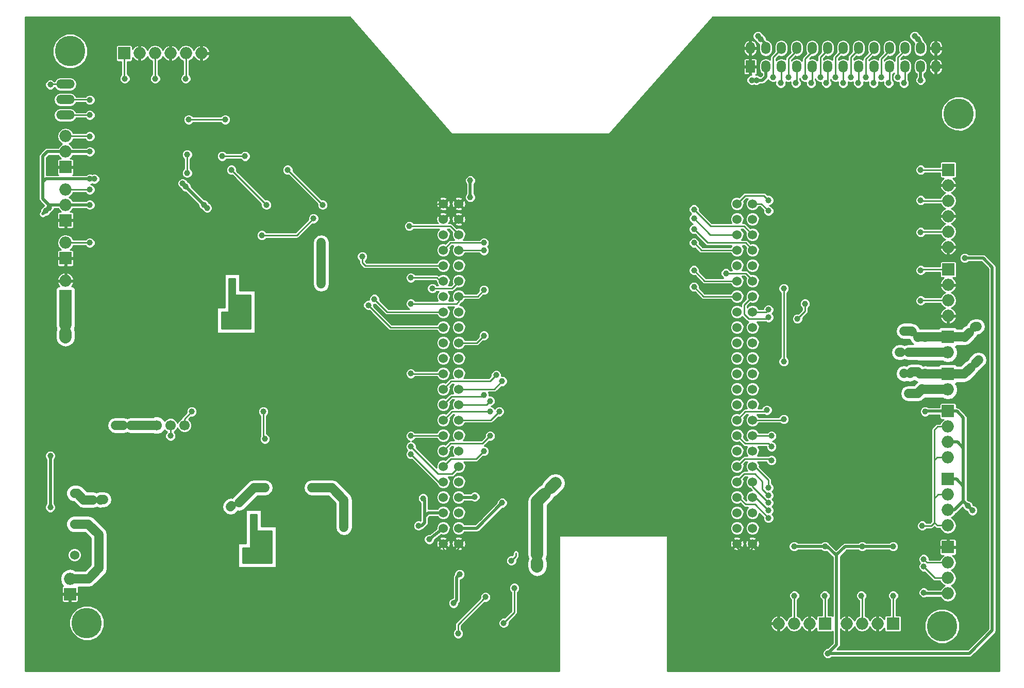
<source format=gbl>
G04 #@! TF.FileFunction,Copper,L2,Bot,Signal*
%FSLAX46Y46*%
G04 Gerber Fmt 4.6, Leading zero omitted, Abs format (unit mm)*
G04 Created by KiCad (PCBNEW (2015-09-09 BZR 6176)-product) date Jeudi 01 octobre 2015 15:16:34*
%MOMM*%
G01*
G04 APERTURE LIST*
%ADD10C,0.100000*%
%ADD11O,3.014980X1.506220*%
%ADD12C,1.699260*%
%ADD13C,1.524000*%
%ADD14C,1.500000*%
%ADD15O,1.998980X1.998980*%
%ADD16R,1.998980X1.998980*%
%ADD17O,1.500000X2.000000*%
%ADD18R,1.500000X2.000000*%
%ADD19C,5.000000*%
%ADD20C,1.000000*%
%ADD21C,0.250000*%
%ADD22C,0.500000*%
%ADD23C,1.500000*%
%ADD24C,2.000000*%
%ADD25C,0.254000*%
G04 APERTURE END LIST*
D10*
D11*
X65465000Y-46920000D03*
X65465000Y-49460000D03*
X65465000Y-52000000D03*
D12*
X82750000Y-103000000D03*
X80458920Y-103000000D03*
X85041080Y-103000000D03*
D13*
X67000000Y-119250000D03*
X67000000Y-124330000D03*
X67000000Y-114170000D03*
D14*
X175820400Y-122449800D03*
D13*
X178360400Y-66569800D03*
X175820400Y-66569800D03*
X178360400Y-69109800D03*
X175820400Y-69109800D03*
X178360400Y-71649800D03*
X175820400Y-71649800D03*
X178360400Y-86889800D03*
X178360400Y-74189800D03*
X175820400Y-74189800D03*
X175820400Y-112289800D03*
X175820400Y-114829800D03*
X175820400Y-117369800D03*
X175820400Y-119909800D03*
X175820400Y-76729800D03*
X175820400Y-79269800D03*
X178360400Y-76729800D03*
X178360400Y-79269800D03*
X178360400Y-81809800D03*
X178360400Y-84349800D03*
X178360400Y-89429800D03*
X175820400Y-81809800D03*
X178360400Y-91969800D03*
X178360400Y-94509800D03*
X175820400Y-84349800D03*
X178360400Y-97049800D03*
X175820400Y-86889800D03*
X178360400Y-99589800D03*
X175820400Y-89429800D03*
X178360400Y-102129800D03*
X175820400Y-91969800D03*
X178360400Y-104669800D03*
X175820400Y-94509800D03*
X178360400Y-107209800D03*
X175820400Y-97049800D03*
X178360400Y-109749800D03*
X175820400Y-99589800D03*
X178360400Y-112289800D03*
X175820400Y-102129800D03*
X178360400Y-114829800D03*
X175820400Y-104669800D03*
X178360400Y-117369800D03*
X175820400Y-107209800D03*
X178360400Y-119909800D03*
X175820400Y-109749800D03*
X178360400Y-122449800D03*
X130100400Y-122449800D03*
X127560400Y-109749800D03*
X130100400Y-119909800D03*
X127560400Y-107209800D03*
X130100400Y-117369800D03*
X127560400Y-104669800D03*
X130100400Y-114829800D03*
X127560400Y-102129800D03*
X130100400Y-112289800D03*
X127560400Y-99589800D03*
X130100400Y-109749800D03*
X127560400Y-97049800D03*
X130100400Y-107209800D03*
X127560400Y-94509800D03*
X130100400Y-104669800D03*
X127560400Y-91969800D03*
X130100400Y-102129800D03*
X127560400Y-89429800D03*
X130100400Y-99589800D03*
X127560400Y-86889800D03*
X130100400Y-97049800D03*
X127560400Y-84349800D03*
X130100400Y-94509800D03*
X130100400Y-91969800D03*
X127560400Y-81809800D03*
X130100400Y-89429800D03*
X130100400Y-84349800D03*
X130100400Y-81809800D03*
X130100400Y-79269800D03*
X130100400Y-76729800D03*
X127560400Y-79269800D03*
X127560400Y-76729800D03*
X127560400Y-119909800D03*
X127560400Y-117369800D03*
X127560400Y-114829800D03*
X127560400Y-112289800D03*
X127560400Y-74189800D03*
X130100400Y-74189800D03*
X130100400Y-86889800D03*
X127560400Y-71649800D03*
X130100400Y-71649800D03*
X127560400Y-69109800D03*
X130100400Y-69109800D03*
X127560400Y-66569800D03*
X130100400Y-66569800D03*
D14*
X127560400Y-122449800D03*
D15*
X65500000Y-79230000D03*
D16*
X65500000Y-81770000D03*
D15*
X210466000Y-97126000D03*
D16*
X210466000Y-94586000D03*
D15*
X66250000Y-128230000D03*
D16*
X66250000Y-130770000D03*
D15*
X210466000Y-108302000D03*
D16*
X210466000Y-100682000D03*
D15*
X210466000Y-103222000D03*
X210466000Y-105762000D03*
X210466000Y-130654000D03*
D16*
X210466000Y-123034000D03*
D15*
X210466000Y-125574000D03*
X210466000Y-128114000D03*
X82755000Y-41840000D03*
D16*
X75135000Y-41840000D03*
D15*
X77675000Y-41840000D03*
X80215000Y-41840000D03*
X85295000Y-41840000D03*
X87835000Y-41840000D03*
X210529500Y-68614500D03*
D16*
X210529500Y-60994500D03*
D15*
X210529500Y-63534500D03*
X210529500Y-66074500D03*
X210529500Y-71154500D03*
X210529500Y-73694500D03*
X210529500Y-84997500D03*
D16*
X210529500Y-77377500D03*
D15*
X210529500Y-79917500D03*
X210529500Y-82457500D03*
X182653000Y-135607000D03*
D16*
X190273000Y-135607000D03*
D15*
X187733000Y-135607000D03*
X185193000Y-135607000D03*
X65500000Y-64210000D03*
D16*
X65500000Y-69290000D03*
D15*
X65500000Y-66750000D03*
X193829000Y-135607000D03*
D16*
X201449000Y-135607000D03*
D15*
X198909000Y-135607000D03*
X196369000Y-135607000D03*
X210466000Y-119478000D03*
D16*
X210466000Y-111858000D03*
D15*
X210466000Y-114398000D03*
X210466000Y-116938000D03*
X65500000Y-55460000D03*
D16*
X65500000Y-60540000D03*
D15*
X65500000Y-58000000D03*
X210466000Y-91030000D03*
D16*
X210466000Y-88490000D03*
D15*
X65500000Y-72980000D03*
D16*
X65500000Y-75520000D03*
D17*
X208490000Y-44020000D03*
X208490000Y-40980000D03*
X205950000Y-40980000D03*
X205950000Y-44020000D03*
X203410000Y-44020000D03*
X203410000Y-40980000D03*
X200870000Y-40980000D03*
X200870000Y-44020000D03*
X198330000Y-44020000D03*
X198330000Y-40980000D03*
X195790000Y-40980000D03*
X195790000Y-44020000D03*
X193250000Y-44020000D03*
X193250000Y-40980000D03*
X190710000Y-40980000D03*
X190710000Y-44020000D03*
X188170000Y-44020000D03*
X188170000Y-40980000D03*
X185630000Y-40980000D03*
X185630000Y-44020000D03*
D18*
X178010000Y-44020000D03*
D17*
X178010000Y-40980000D03*
X180550000Y-44020000D03*
X180550000Y-40980000D03*
X183090000Y-44020000D03*
X183090000Y-40980000D03*
D19*
X66250000Y-41500000D03*
X209500000Y-136000000D03*
X69000000Y-135500000D03*
X212250000Y-51750000D03*
D20*
X138750000Y-125250000D03*
X134500000Y-131250000D03*
X130000000Y-137250000D03*
X137500000Y-135500000D03*
X139250000Y-129750000D03*
X79000000Y-50750000D03*
X74250000Y-56250000D03*
X149000000Y-115500000D03*
X156750000Y-116000000D03*
X167250000Y-116000000D03*
X171750000Y-114750000D03*
X171750000Y-118750000D03*
X175000000Y-125250000D03*
X174000000Y-129750000D03*
X174000000Y-135500000D03*
X177750000Y-133500000D03*
X180750000Y-125250000D03*
X79750000Y-132250000D03*
X74500000Y-135000000D03*
X80500000Y-137500000D03*
X84750000Y-133250000D03*
X82500000Y-128250000D03*
X76750000Y-128250000D03*
X136750000Y-59000000D03*
X113500000Y-44250000D03*
X107750000Y-44500000D03*
X106500000Y-39000000D03*
X94250000Y-40000000D03*
X94500000Y-46750000D03*
X102000000Y-49750000D03*
X119250000Y-51500000D03*
X117250000Y-59500000D03*
X142250000Y-78750000D03*
X155000000Y-104250000D03*
X155000000Y-100250000D03*
X155000000Y-95250000D03*
X155000000Y-89750000D03*
X155000000Y-82250000D03*
X157250000Y-75000000D03*
X164500000Y-80250000D03*
X164500000Y-86250000D03*
X164500000Y-94250000D03*
X164750000Y-101000000D03*
X166750000Y-106000000D03*
X158750000Y-107750000D03*
X150250000Y-107750000D03*
X142750000Y-107500000D03*
X137500000Y-109000000D03*
X141000000Y-104000000D03*
X147250000Y-102750000D03*
X147250000Y-96500000D03*
X147250000Y-90750000D03*
X147250000Y-84500000D03*
X147000000Y-78750000D03*
X88750000Y-123500000D03*
X90250000Y-123250000D03*
X91500000Y-123250000D03*
X93000000Y-123250000D03*
X96250000Y-100500000D03*
X124250000Y-131500000D03*
X193835000Y-74859000D03*
X183460000Y-75003000D03*
X191289000Y-90141000D03*
X190908000Y-96745000D03*
X193575000Y-117700000D03*
X104500000Y-117250000D03*
X103500000Y-117250000D03*
X102500000Y-117250000D03*
X104500000Y-123250000D03*
X103500000Y-123250000D03*
X102500000Y-123250000D03*
X104250000Y-131750000D03*
X104250000Y-130750000D03*
X104250000Y-129750000D03*
X104250000Y-128750000D03*
X103000000Y-120250000D03*
X103000000Y-119250000D03*
X104000000Y-119250000D03*
X104000000Y-120250000D03*
X104000000Y-121250000D03*
X103000000Y-121250000D03*
X99000000Y-78750000D03*
X100000000Y-78750000D03*
X101000000Y-78750000D03*
X99000000Y-84250000D03*
X100000000Y-84250000D03*
X101000000Y-84250000D03*
X100500000Y-82500000D03*
X100500000Y-81500000D03*
X100500000Y-80500000D03*
X99500000Y-82500000D03*
X99500000Y-81500000D03*
X99500000Y-80500000D03*
X99000000Y-70250000D03*
X100750000Y-93250000D03*
X100750000Y-92000000D03*
X100750000Y-90750000D03*
X100750000Y-89500000D03*
X89750000Y-84500000D03*
X88250000Y-84500000D03*
X86750000Y-84500000D03*
X85500000Y-84500000D03*
X84250000Y-84500000D03*
X79000000Y-97750000D03*
X87000000Y-68750000D03*
X74750000Y-124250000D03*
X198750000Y-104250000D03*
X90250000Y-70250000D03*
X125750000Y-80500000D03*
X99000000Y-124750000D03*
X98000000Y-123750000D03*
X96500000Y-123750000D03*
X95250000Y-123750000D03*
X99000000Y-121000000D03*
X96500000Y-118250000D03*
X96750000Y-121000000D03*
X98000000Y-121000000D03*
X214500000Y-117000000D03*
X206750000Y-100750000D03*
X213750000Y-116250000D03*
X95500000Y-86250000D03*
X94750000Y-85250000D03*
X93250000Y-85250000D03*
X91750000Y-85250000D03*
X93000000Y-79500000D03*
X95500000Y-82250000D03*
X94750000Y-82250000D03*
X94000000Y-82250000D03*
X93000000Y-82250000D03*
X114250000Y-75250000D03*
X106250000Y-69000000D03*
X97750000Y-71750000D03*
X123500000Y-119500000D03*
X179750000Y-39500000D03*
X124250000Y-115000000D03*
X179250000Y-39000000D03*
X205500000Y-39500000D03*
X205000000Y-39000000D03*
X183500000Y-80500000D03*
X183500000Y-92500000D03*
X205500000Y-97750000D03*
X207500000Y-97126000D03*
X206250000Y-97000000D03*
X204000000Y-97750000D03*
X206250000Y-119500000D03*
X86250000Y-100750000D03*
X187000000Y-83000000D03*
X185750000Y-85500000D03*
X205500000Y-91000000D03*
X208000000Y-91030000D03*
X206750000Y-91000000D03*
X202750000Y-91000000D03*
X204000000Y-91000000D03*
X132000000Y-62750000D03*
X132000000Y-65500000D03*
X206500000Y-130500000D03*
X132750000Y-114750000D03*
X69500000Y-52000000D03*
X206500000Y-125000000D03*
X181000000Y-113250000D03*
X206500000Y-126250000D03*
X80250000Y-46000000D03*
X75250000Y-46000000D03*
X85250000Y-46000000D03*
X206000000Y-66000000D03*
X206000000Y-61000000D03*
X206000000Y-71250000D03*
X206000000Y-82500000D03*
X181000000Y-84000000D03*
X206000000Y-77500000D03*
X185250000Y-131000000D03*
X181000000Y-118250000D03*
X190250000Y-131000000D03*
X181000000Y-117000000D03*
X201449000Y-122907000D03*
X196369000Y-122907000D03*
X88250000Y-66750000D03*
X69500000Y-66750000D03*
X125250000Y-121750000D03*
X190750000Y-140500000D03*
X185193000Y-122907000D03*
X190273000Y-122907000D03*
X213250000Y-75500000D03*
X63000000Y-116500000D03*
X63000000Y-108000000D03*
X129250000Y-132250000D03*
X130250000Y-127500000D03*
X62750000Y-67250000D03*
X62250000Y-67750000D03*
X69500000Y-62500000D03*
X85250000Y-63750000D03*
X84750000Y-63250000D03*
X88750000Y-67250000D03*
X70250000Y-62500000D03*
X69500000Y-58000000D03*
X122250000Y-106500000D03*
X69500000Y-64250000D03*
X196250000Y-131000000D03*
X181000000Y-115750000D03*
X201500000Y-131000000D03*
X181000000Y-114500000D03*
X69500000Y-55500000D03*
X122250000Y-104750000D03*
X122250000Y-107750000D03*
X69500000Y-73000000D03*
X206000000Y-46250000D03*
X137250000Y-115750000D03*
X179000000Y-46250000D03*
X178250000Y-46250000D03*
X63000000Y-47000000D03*
X122250000Y-83000000D03*
X134250000Y-80750000D03*
X184250000Y-45750000D03*
X183000000Y-46750000D03*
X134250000Y-74250000D03*
X181750000Y-45750000D03*
X134250000Y-73000000D03*
X185500000Y-46750000D03*
X134250000Y-88250000D03*
X168750000Y-73000000D03*
X199500000Y-45750000D03*
X200750000Y-46750000D03*
X168750000Y-70750000D03*
X168750000Y-69000000D03*
X202250000Y-45750000D03*
X203250000Y-46750000D03*
X168750000Y-67500000D03*
X134250000Y-98000000D03*
X187000000Y-45750000D03*
X188000000Y-46750000D03*
X135250000Y-99000000D03*
X195750000Y-46750000D03*
X134250000Y-107250000D03*
X197000000Y-45750000D03*
X168750000Y-80250000D03*
X135250000Y-104750000D03*
X194500000Y-45750000D03*
X198250000Y-46750000D03*
X168750000Y-77500000D03*
X192000000Y-45750000D03*
X135250000Y-100750000D03*
X136250000Y-94750000D03*
X189500000Y-45750000D03*
X190500000Y-46750000D03*
X137250000Y-95750000D03*
X193250000Y-46750000D03*
X136750000Y-100750000D03*
X82750000Y-104750000D03*
X107500000Y-78500000D03*
X107500000Y-79750000D03*
X107500000Y-73000000D03*
X107500000Y-74500000D03*
X122250000Y-94500000D03*
X85500000Y-61500000D03*
X85500000Y-58500000D03*
X181500000Y-104750000D03*
X181500000Y-108750000D03*
X174000000Y-78000000D03*
X92750000Y-61000000D03*
X98500000Y-66750000D03*
X115250000Y-83250000D03*
X181000000Y-66000000D03*
X116250000Y-82250000D03*
X107750000Y-66750000D03*
X102000000Y-61000000D03*
X122000000Y-70250000D03*
X181000000Y-67750000D03*
X181500000Y-106500000D03*
X183500000Y-102000000D03*
X98000000Y-100750000D03*
X98250000Y-105250000D03*
X181000000Y-85250000D03*
X180750000Y-100500000D03*
X122250000Y-78750000D03*
X106000000Y-113250000D03*
X98250000Y-113250000D03*
X96500000Y-113250000D03*
X107750000Y-113250000D03*
X92750000Y-116250000D03*
X94250000Y-115500000D03*
X143000000Y-122750000D03*
X143000000Y-115500000D03*
X205500000Y-94250000D03*
X205500000Y-88500000D03*
X208000000Y-88490000D03*
X206750000Y-88500000D03*
X203250000Y-87500000D03*
X204601000Y-87601000D03*
X206750000Y-94500000D03*
X208000000Y-94586000D03*
X203250000Y-94459000D03*
X204250000Y-94500000D03*
X111250000Y-119750000D03*
X111250000Y-118000000D03*
X213250000Y-88500000D03*
X213250000Y-94500000D03*
X214875000Y-86875000D03*
X214000000Y-87750000D03*
X215000000Y-92750000D03*
X214250000Y-93500000D03*
X68500000Y-115250000D03*
X71250000Y-115250000D03*
X70000000Y-115250000D03*
X143000000Y-124250000D03*
X143000000Y-125500000D03*
X144250000Y-114250000D03*
X145250000Y-113250000D03*
X65500000Y-85000000D03*
X65500000Y-86500000D03*
X65500000Y-87750000D03*
X76250000Y-103000000D03*
X75000000Y-103000000D03*
X73750000Y-103000000D03*
X85750000Y-52750000D03*
X91750000Y-52750000D03*
X69500000Y-49500000D03*
X91250000Y-58750000D03*
X95000000Y-58750000D03*
D21*
X139500000Y-124500000D02*
X138750000Y-125250000D01*
X134500000Y-131250000D02*
X130000000Y-135750000D01*
X130000000Y-135750000D02*
X130000000Y-137250000D01*
X137500000Y-135500000D02*
X139250000Y-133750000D01*
X139250000Y-133750000D02*
X139250000Y-129750000D01*
X139500000Y-124000000D02*
X139500000Y-124500000D01*
X79000000Y-50750000D02*
X78750000Y-50750000D01*
X74250000Y-56250000D02*
X74000000Y-56000000D01*
X178360400Y-122449800D02*
X178360400Y-122860400D01*
X178360400Y-122860400D02*
X180750000Y-125250000D01*
X149000000Y-115500000D02*
X148250000Y-115500000D01*
X167250000Y-116000000D02*
X156750000Y-116000000D01*
X171750000Y-118750000D02*
X171750000Y-114750000D01*
X175000000Y-128750000D02*
X175000000Y-125250000D01*
X174000000Y-129750000D02*
X175000000Y-128750000D01*
X175750000Y-135500000D02*
X174000000Y-135500000D01*
X177750000Y-133500000D02*
X175750000Y-135500000D01*
X75750000Y-132250000D02*
X79750000Y-132250000D01*
X74500000Y-133500000D02*
X75750000Y-132250000D01*
X74500000Y-135000000D02*
X74500000Y-133500000D01*
X82750000Y-137500000D02*
X80500000Y-137500000D01*
X84750000Y-135500000D02*
X82750000Y-137500000D01*
X84750000Y-133250000D02*
X84750000Y-135500000D01*
X76750000Y-128250000D02*
X82500000Y-128250000D01*
X136750000Y-59000000D02*
X138250000Y-59000000D01*
X127560400Y-66569800D02*
X124319800Y-66569800D01*
X114500000Y-45250000D02*
X115000000Y-45250000D01*
X113500000Y-44250000D02*
X114500000Y-45250000D01*
X107750000Y-40250000D02*
X107750000Y-44500000D01*
X106500000Y-39000000D02*
X107750000Y-40250000D01*
X94250000Y-46500000D02*
X94250000Y-40000000D01*
X94500000Y-46750000D02*
X94250000Y-46500000D01*
X117500000Y-49750000D02*
X102000000Y-49750000D01*
X119250000Y-51500000D02*
X117500000Y-49750000D01*
X124319800Y-66569800D02*
X117250000Y-59500000D01*
X130100400Y-66600400D02*
X142250000Y-78750000D01*
X155000000Y-104250000D02*
X157000000Y-104250000D01*
X155000000Y-95250000D02*
X155000000Y-100250000D01*
X155000000Y-82250000D02*
X155000000Y-89750000D01*
X159250000Y-75000000D02*
X157250000Y-75000000D01*
X164500000Y-80250000D02*
X159250000Y-75000000D01*
X164500000Y-94250000D02*
X164500000Y-86250000D01*
X164750000Y-104000000D02*
X164750000Y-101000000D01*
X166750000Y-106000000D02*
X164750000Y-104000000D01*
X150250000Y-107750000D02*
X158750000Y-107750000D01*
X140500000Y-109750000D02*
X142750000Y-107500000D01*
X138250000Y-109750000D02*
X140500000Y-109750000D01*
X137500000Y-109000000D02*
X138250000Y-109750000D01*
X146000000Y-104000000D02*
X141000000Y-104000000D01*
X147250000Y-102750000D02*
X146000000Y-104000000D01*
X147250000Y-90750000D02*
X147250000Y-96500000D01*
X147250000Y-79000000D02*
X147250000Y-84500000D01*
X147000000Y-78750000D02*
X147250000Y-79000000D01*
X130100400Y-66569800D02*
X130100400Y-66600400D01*
X90000000Y-123500000D02*
X88750000Y-123500000D01*
X90250000Y-123250000D02*
X90000000Y-123500000D01*
X93000000Y-123250000D02*
X91500000Y-123250000D01*
X82250000Y-39750000D02*
X87000000Y-39750000D01*
X87835000Y-40335000D02*
X87835000Y-41840000D01*
X87250000Y-39750000D02*
X87835000Y-40335000D01*
X87000000Y-39750000D02*
X87250000Y-39750000D01*
X77675000Y-41840000D02*
X77675000Y-40325000D01*
X82755000Y-40255000D02*
X82755000Y-41840000D01*
X82250000Y-39750000D02*
X82755000Y-40255000D01*
X78250000Y-39750000D02*
X82250000Y-39750000D01*
X77675000Y-40325000D02*
X78250000Y-39750000D01*
X65500000Y-75520000D02*
X64270000Y-75520000D01*
X64210000Y-69290000D02*
X65500000Y-69290000D01*
X63500000Y-70000000D02*
X64210000Y-69290000D01*
X63500000Y-74750000D02*
X63500000Y-70000000D01*
X64270000Y-75520000D02*
X63500000Y-74750000D01*
X175820400Y-122449800D02*
X175820400Y-123070400D01*
X175820400Y-123070400D02*
X176500000Y-123750000D01*
X176500000Y-123750000D02*
X177750000Y-123750000D01*
X177750000Y-123750000D02*
X178360400Y-123139600D01*
X178360400Y-123139600D02*
X178360400Y-122449800D01*
X127560400Y-122449800D02*
X127560400Y-123310400D01*
X129500000Y-123750000D02*
X130100400Y-123149600D01*
X128000000Y-123750000D02*
X129500000Y-123750000D01*
X127560400Y-123310400D02*
X128000000Y-123750000D01*
X130100400Y-123149600D02*
X130100400Y-122449800D01*
X182653000Y-135607000D02*
X182653000Y-136903000D01*
X187733000Y-137017000D02*
X187733000Y-135607000D01*
X187000000Y-137750000D02*
X187733000Y-137017000D01*
X183500000Y-137750000D02*
X187000000Y-137750000D01*
X182653000Y-136903000D02*
X183500000Y-137750000D01*
X193829000Y-135607000D02*
X193829000Y-136829000D01*
X198909000Y-136841000D02*
X198909000Y-135607000D01*
X198000000Y-137750000D02*
X198909000Y-136841000D01*
X194750000Y-137750000D02*
X198000000Y-137750000D01*
X193829000Y-136829000D02*
X194750000Y-137750000D01*
X212750000Y-67750000D02*
X212750000Y-72750000D01*
X211805500Y-73694500D02*
X210529500Y-73694500D01*
X212750000Y-72750000D02*
X211805500Y-73694500D01*
X210529500Y-63534500D02*
X212034500Y-63534500D01*
X211885500Y-68614500D02*
X210529500Y-68614500D01*
X212750000Y-67750000D02*
X211885500Y-68614500D01*
X212750000Y-64250000D02*
X212750000Y-67750000D01*
X212034500Y-63534500D02*
X212750000Y-64250000D01*
X210529500Y-79917500D02*
X211917500Y-79917500D01*
X211752500Y-84997500D02*
X210529500Y-84997500D01*
X212750000Y-84000000D02*
X211752500Y-84997500D01*
X212750000Y-80750000D02*
X212750000Y-84000000D01*
X211917500Y-79917500D02*
X212750000Y-80750000D01*
X102500000Y-117250000D02*
X103500000Y-117250000D01*
X104500000Y-123250000D02*
X103500000Y-123250000D01*
X102500000Y-123250000D02*
X102500000Y-123500000D01*
X104250000Y-130750000D02*
X104250000Y-131750000D01*
X104250000Y-128750000D02*
X104250000Y-129750000D01*
X103000000Y-120250000D02*
X103000000Y-119250000D01*
X104000000Y-119750000D02*
X104000000Y-119250000D01*
X104000000Y-120250000D02*
X104000000Y-119750000D01*
X103750000Y-121250000D02*
X103000000Y-121250000D01*
X103750000Y-121250000D02*
X104000000Y-121250000D01*
X209730000Y-41230000D02*
X210250000Y-41750000D01*
X210250000Y-41750000D02*
X210250000Y-43250000D01*
X210250000Y-43250000D02*
X209730000Y-43770000D01*
X209730000Y-43770000D02*
X208490000Y-43770000D01*
X208490000Y-41230000D02*
X209730000Y-41230000D01*
X99000000Y-78750000D02*
X98750000Y-78750000D01*
X101000000Y-78750000D02*
X100000000Y-78750000D01*
X99000000Y-84250000D02*
X100000000Y-84250000D01*
X101000000Y-84250000D02*
X101000000Y-84500000D01*
X100500000Y-82250000D02*
X100500000Y-81500000D01*
X100500000Y-82250000D02*
X100500000Y-82500000D01*
X100500000Y-81250000D02*
X100500000Y-80500000D01*
X100500000Y-81500000D02*
X100500000Y-81250000D01*
X99500000Y-81500000D02*
X99500000Y-82250000D01*
X99500000Y-82250000D02*
X99500000Y-82500000D01*
X99500000Y-81250000D02*
X99500000Y-80500000D01*
X99500000Y-81500000D02*
X99500000Y-81250000D01*
X99000000Y-70250000D02*
X99000000Y-70000000D01*
X100750000Y-93250000D02*
X100750000Y-92000000D01*
X100750000Y-90750000D02*
X100750000Y-89500000D01*
X89750000Y-84500000D02*
X88250000Y-84500000D01*
X86750000Y-84500000D02*
X85500000Y-84500000D01*
X84250000Y-84500000D02*
X84000000Y-84750000D01*
X84000000Y-84750000D02*
X84000000Y-85000000D01*
X87000000Y-68750000D02*
X87250000Y-68750000D01*
X74750000Y-124250000D02*
X74750000Y-124500000D01*
X198750000Y-104250000D02*
X199000000Y-104250000D01*
X90250000Y-70250000D02*
X90000000Y-70250000D01*
X130100400Y-79269800D02*
X130100400Y-79399600D01*
X130100400Y-79399600D02*
X129000000Y-80500000D01*
X129000000Y-80500000D02*
X125750000Y-80500000D01*
X98000000Y-123750000D02*
X96500000Y-123750000D01*
X99000000Y-121000000D02*
X98750000Y-121000000D01*
X96500000Y-120750000D02*
X96750000Y-121000000D01*
X96750000Y-121000000D02*
X97000000Y-121000000D01*
X96500000Y-118250000D02*
X96500000Y-118750000D01*
X99000000Y-121000000D02*
X98750000Y-121000000D01*
X98750000Y-121000000D02*
X98000000Y-121000000D01*
D22*
X213750000Y-116250000D02*
X214500000Y-117000000D01*
X213750000Y-116250000D02*
X213000000Y-115500000D01*
X210466000Y-100682000D02*
X206818000Y-100682000D01*
X206818000Y-100682000D02*
X206750000Y-100750000D01*
X210466000Y-105762000D02*
X212012000Y-105762000D01*
X212012000Y-105762000D02*
X213000000Y-106750000D01*
X213000000Y-106750000D02*
X213000000Y-101750000D01*
X211932000Y-100682000D02*
X210466000Y-100682000D01*
X213000000Y-101750000D02*
X211932000Y-100682000D01*
X213000000Y-113000000D02*
X213000000Y-106750000D01*
X210466000Y-111858000D02*
X211858000Y-111858000D01*
X211562000Y-116938000D02*
X210466000Y-116938000D01*
X213000000Y-115500000D02*
X211562000Y-116938000D01*
X213000000Y-113000000D02*
X213000000Y-115500000D01*
X211858000Y-111858000D02*
X213000000Y-113000000D01*
D21*
X95500000Y-85250000D02*
X95500000Y-86250000D01*
X94750000Y-85250000D02*
X95500000Y-85250000D01*
X91750000Y-85250000D02*
X93250000Y-85250000D01*
X93000000Y-79500000D02*
X92750000Y-79750000D01*
X95500000Y-82250000D02*
X94750000Y-82250000D01*
X94000000Y-82250000D02*
X93000000Y-82250000D01*
X115250000Y-76729800D02*
X127560400Y-76729800D01*
X115229800Y-76729800D02*
X115250000Y-76729800D01*
X114729800Y-76729800D02*
X114250000Y-76250000D01*
X114250000Y-76250000D02*
X114250000Y-75250000D01*
X114729800Y-76729800D02*
X115250000Y-76729800D01*
X103500000Y-71750000D02*
X106250000Y-69000000D01*
X97750000Y-71750000D02*
X103500000Y-71750000D01*
D22*
X206000000Y-41180000D02*
X205950000Y-41230000D01*
X124500000Y-119000000D02*
X124000000Y-119500000D01*
X124000000Y-119500000D02*
X123500000Y-119500000D01*
X127560400Y-117369800D02*
X125130200Y-117369800D01*
X124500000Y-118000000D02*
X125130200Y-117369800D01*
X124500000Y-118000000D02*
X124500000Y-119000000D01*
X180550000Y-40300000D02*
X180550000Y-41230000D01*
X179750000Y-39500000D02*
X180550000Y-40300000D01*
X124500000Y-115250000D02*
X124250000Y-115000000D01*
X124500000Y-118000000D02*
X124500000Y-115250000D01*
X179750000Y-39500000D02*
X179250000Y-39000000D01*
X205500000Y-39500000D02*
X205950000Y-39950000D01*
X205950000Y-39950000D02*
X205950000Y-41230000D01*
X205500000Y-39500000D02*
X205000000Y-39000000D01*
D21*
X183500000Y-92500000D02*
X183500000Y-80500000D01*
D23*
X210466000Y-97126000D02*
X206124000Y-97126000D01*
X206124000Y-97126000D02*
X205500000Y-97750000D01*
X206376000Y-97126000D02*
X207500000Y-97126000D01*
X206250000Y-97000000D02*
X206376000Y-97126000D01*
X205500000Y-97750000D02*
X204000000Y-97750000D01*
D21*
X207750000Y-119500000D02*
X208250000Y-119000000D01*
X206250000Y-119500000D02*
X207750000Y-119500000D01*
X210466000Y-103222000D02*
X208778000Y-103222000D01*
X208250000Y-103750000D02*
X208250000Y-109000000D01*
X208778000Y-103222000D02*
X208250000Y-103750000D01*
X210466000Y-108302000D02*
X208698000Y-108302000D01*
X208250000Y-108750000D02*
X208250000Y-109000000D01*
X208250000Y-109000000D02*
X208250000Y-115250000D01*
X208698000Y-108302000D02*
X208250000Y-108750000D01*
X210466000Y-119478000D02*
X208728000Y-119478000D01*
X208728000Y-119478000D02*
X208250000Y-119000000D01*
X208852000Y-114398000D02*
X210466000Y-114398000D01*
X208250000Y-115000000D02*
X208852000Y-114398000D01*
X208250000Y-119000000D02*
X208250000Y-115250000D01*
X208250000Y-115250000D02*
X208250000Y-115000000D01*
X85041080Y-103000000D02*
X85041080Y-101958920D01*
X85041080Y-101958920D02*
X86250000Y-100750000D01*
X187000000Y-84250000D02*
X187000000Y-83000000D01*
X185750000Y-85500000D02*
X187000000Y-84250000D01*
D23*
X210466000Y-91030000D02*
X205530000Y-91030000D01*
X205530000Y-91030000D02*
X205500000Y-91000000D01*
X206780000Y-91030000D02*
X208000000Y-91030000D01*
X206750000Y-91000000D02*
X206780000Y-91030000D01*
X202750000Y-91000000D02*
X202500000Y-91000000D01*
X205500000Y-91000000D02*
X204000000Y-91000000D01*
X71000000Y-121000000D02*
X71000000Y-126500000D01*
X71000000Y-126500000D02*
X69270000Y-128230000D01*
X69270000Y-128230000D02*
X66250000Y-128230000D01*
X67000000Y-119250000D02*
X69250000Y-119250000D01*
X69250000Y-119250000D02*
X71000000Y-121000000D01*
D22*
X132000000Y-65500000D02*
X132000000Y-62750000D01*
X210466000Y-130654000D02*
X206654000Y-130654000D01*
X206500000Y-130500000D02*
X206654000Y-130654000D01*
X132670200Y-114829800D02*
X130100400Y-114829800D01*
X132750000Y-114750000D02*
X132670200Y-114829800D01*
D21*
X65465000Y-52000000D02*
X69500000Y-52000000D01*
X210466000Y-125574000D02*
X207074000Y-125574000D01*
X207074000Y-125574000D02*
X206500000Y-125000000D01*
X178360400Y-109749800D02*
X178749800Y-109749800D01*
X178749800Y-109749800D02*
X181000000Y-112000000D01*
X181000000Y-112000000D02*
X181000000Y-113250000D01*
X206500000Y-126250000D02*
X208364000Y-128114000D01*
X208364000Y-128114000D02*
X210466000Y-128114000D01*
X80215000Y-41840000D02*
X80215000Y-45965000D01*
X80215000Y-45965000D02*
X80250000Y-46000000D01*
X75135000Y-45885000D02*
X75250000Y-46000000D01*
X75135000Y-41840000D02*
X75135000Y-45885000D01*
X85295000Y-45955000D02*
X85250000Y-46000000D01*
X85295000Y-41840000D02*
X85295000Y-45955000D01*
X210529500Y-66074500D02*
X206074500Y-66074500D01*
X206074500Y-66074500D02*
X206000000Y-66000000D01*
X210529500Y-60994500D02*
X206005500Y-60994500D01*
X206005500Y-60994500D02*
X206000000Y-61000000D01*
X206095500Y-71154500D02*
X210529500Y-71154500D01*
X206000000Y-71250000D02*
X206095500Y-71154500D01*
X210529500Y-82457500D02*
X206042500Y-82457500D01*
X206042500Y-82457500D02*
X206000000Y-82500000D01*
X180650200Y-84349800D02*
X178360400Y-84349800D01*
X181000000Y-84000000D02*
X180650200Y-84349800D01*
X206122500Y-77377500D02*
X210529500Y-77377500D01*
X206000000Y-77500000D02*
X206122500Y-77377500D01*
X185193000Y-135607000D02*
X185193000Y-131057000D01*
X185193000Y-131057000D02*
X185250000Y-131000000D01*
X176079800Y-114829800D02*
X177250000Y-116000000D01*
X178750000Y-116000000D02*
X181000000Y-118250000D01*
X177250000Y-116000000D02*
X178750000Y-116000000D01*
X175820400Y-114829800D02*
X176079800Y-114829800D01*
X190273000Y-135607000D02*
X190273000Y-131023000D01*
X190273000Y-131023000D02*
X190250000Y-131000000D01*
X178360400Y-114829800D02*
X178829800Y-114829800D01*
X178829800Y-114829800D02*
X181000000Y-117000000D01*
D22*
X193575000Y-122907000D02*
X192178000Y-124304000D01*
X193575000Y-122907000D02*
X201449000Y-122907000D01*
X65500000Y-66750000D02*
X69500000Y-66750000D01*
X125340200Y-121659800D02*
X125250000Y-121750000D01*
X125340200Y-121659800D02*
X127560400Y-119909800D01*
X192178000Y-139072000D02*
X192178000Y-124304000D01*
X190750000Y-140500000D02*
X192178000Y-139072000D01*
X192051000Y-124304000D02*
X192178000Y-124304000D01*
X190273000Y-122907000D02*
X185193000Y-122907000D01*
X190654000Y-122907000D02*
X190273000Y-122907000D01*
X192051000Y-124304000D02*
X190654000Y-122907000D01*
X217750000Y-85250000D02*
X217750000Y-77000000D01*
X214000000Y-140500000D02*
X217750000Y-136750000D01*
X217750000Y-136750000D02*
X217750000Y-85250000D01*
X190750000Y-140500000D02*
X212500000Y-140500000D01*
X212500000Y-140500000D02*
X214000000Y-140500000D01*
X217750000Y-77000000D02*
X216250000Y-75500000D01*
X216250000Y-75500000D02*
X213250000Y-75500000D01*
X63000000Y-116500000D02*
X63000000Y-108000000D01*
X62750000Y-67250000D02*
X63250000Y-66750000D01*
X63250000Y-66750000D02*
X65500000Y-66750000D01*
X129750000Y-131750000D02*
X129250000Y-132250000D01*
X129750000Y-128000000D02*
X129750000Y-131750000D01*
X130250000Y-127500000D02*
X129750000Y-128000000D01*
X62000000Y-68000000D02*
X61750000Y-68250000D01*
X62750000Y-67250000D02*
X62250000Y-67750000D01*
X63250000Y-66750000D02*
X62750000Y-66750000D01*
X62750000Y-66750000D02*
X61750000Y-65750000D01*
X61750000Y-65750000D02*
X61750000Y-63000000D01*
X61750000Y-63000000D02*
X62250000Y-62500000D01*
X62250000Y-62500000D02*
X69500000Y-62500000D01*
X85250000Y-63750000D02*
X88250000Y-66750000D01*
X85250000Y-63750000D02*
X84750000Y-63250000D01*
X88250000Y-66750000D02*
X88750000Y-67250000D01*
X69500000Y-62500000D02*
X70250000Y-62500000D01*
X61750000Y-58750000D02*
X62500000Y-58000000D01*
X62500000Y-58000000D02*
X65500000Y-58000000D01*
X61750000Y-63000000D02*
X61750000Y-58750000D01*
X65500000Y-58000000D02*
X69500000Y-58000000D01*
D21*
X130100400Y-109749800D02*
X130100400Y-109899600D01*
X130100400Y-109899600D02*
X129000000Y-111000000D01*
X129000000Y-111000000D02*
X126750000Y-111000000D01*
X126750000Y-111000000D02*
X122250000Y-106500000D01*
X65500000Y-64210000D02*
X69460000Y-64210000D01*
X69460000Y-64210000D02*
X69500000Y-64250000D01*
X196369000Y-135607000D02*
X196369000Y-131119000D01*
X196369000Y-131119000D02*
X196250000Y-131000000D01*
X178360400Y-112289800D02*
X178360400Y-113110400D01*
X178360400Y-113110400D02*
X181000000Y-115750000D01*
X201449000Y-135607000D02*
X201449000Y-131051000D01*
X201449000Y-131051000D02*
X201500000Y-131000000D01*
X180000000Y-113500000D02*
X181000000Y-114500000D01*
X180000000Y-112250000D02*
X180000000Y-113500000D01*
X178750000Y-111000000D02*
X180000000Y-112250000D01*
X177000000Y-111000000D02*
X178750000Y-111000000D01*
X175820400Y-112179600D02*
X177000000Y-111000000D01*
X175820400Y-112289800D02*
X175820400Y-112179600D01*
X69460000Y-55460000D02*
X69500000Y-55500000D01*
X65500000Y-55460000D02*
X69460000Y-55460000D01*
X122330200Y-104669800D02*
X122250000Y-104750000D01*
X127560400Y-104669800D02*
X122330200Y-104669800D01*
X127560400Y-112289800D02*
X126789800Y-112289800D01*
X126789800Y-112289800D02*
X122250000Y-107750000D01*
X69500000Y-73000000D02*
X69480000Y-72980000D01*
X69480000Y-72980000D02*
X65500000Y-72980000D01*
X69500000Y-73000000D02*
X65520000Y-73000000D01*
X65520000Y-73000000D02*
X65500000Y-72980000D01*
X127560400Y-112289800D02*
X127560400Y-111810400D01*
X69500000Y-73000000D02*
X69480000Y-73020000D01*
D22*
X205950000Y-46200000D02*
X205950000Y-43770000D01*
X206000000Y-46250000D02*
X205950000Y-46200000D01*
X130100400Y-119909800D02*
X133090200Y-119909800D01*
X133090200Y-119909800D02*
X137250000Y-115750000D01*
X180550000Y-44450000D02*
X180550000Y-43770000D01*
X179000000Y-46250000D02*
X180000000Y-46250000D01*
X180000000Y-46250000D02*
X180550000Y-45700000D01*
X180550000Y-45700000D02*
X180550000Y-43770000D01*
X179000000Y-46250000D02*
X178250000Y-46250000D01*
D21*
X65465000Y-46920000D02*
X63080000Y-46920000D01*
X63080000Y-46920000D02*
X63000000Y-47000000D01*
X122250000Y-83000000D02*
X129750000Y-83000000D01*
X129750000Y-83000000D02*
X130100400Y-82649600D01*
X130100400Y-82649600D02*
X130100400Y-81809800D01*
X130100400Y-81809800D02*
X130100400Y-81899600D01*
X185630000Y-41230000D02*
X185520000Y-41230000D01*
X185630000Y-41230000D02*
X185630000Y-41370000D01*
X184250000Y-42750000D02*
X185630000Y-41370000D01*
X134250000Y-80750000D02*
X133190200Y-81809800D01*
X130100400Y-81809800D02*
X133190200Y-81809800D01*
X184250000Y-42750000D02*
X184250000Y-45750000D01*
X183000000Y-46750000D02*
X183090000Y-46660000D01*
X183090000Y-46660000D02*
X183090000Y-43770000D01*
X134250000Y-74250000D02*
X134189800Y-74189800D01*
X130100400Y-74189800D02*
X134189800Y-74189800D01*
X127560400Y-74189800D02*
X127560400Y-74189600D01*
X183090000Y-41230000D02*
X183020000Y-41230000D01*
X181750000Y-42500000D02*
X183020000Y-41230000D01*
X181750000Y-42500000D02*
X181750000Y-45750000D01*
X127560400Y-74189600D02*
X128750000Y-73000000D01*
X128750000Y-73000000D02*
X134250000Y-73000000D01*
X185630000Y-46620000D02*
X185500000Y-46750000D01*
X134250000Y-88250000D02*
X133070200Y-89429800D01*
X133070200Y-89429800D02*
X130100400Y-89429800D01*
X185630000Y-43770000D02*
X185630000Y-46620000D01*
X200870000Y-41380000D02*
X200870000Y-41230000D01*
X169939800Y-74189800D02*
X168750000Y-73000000D01*
X199500000Y-45750000D02*
X199500000Y-42750000D01*
X199500000Y-42750000D02*
X200870000Y-41380000D01*
X175820400Y-74189800D02*
X169939800Y-74189800D01*
X200870000Y-46630000D02*
X200870000Y-43770000D01*
X200750000Y-46750000D02*
X200870000Y-46630000D01*
X171000000Y-73000000D02*
X168750000Y-70750000D01*
X177250000Y-73000000D02*
X171000000Y-73000000D01*
X178360400Y-74110400D02*
X177250000Y-73000000D01*
X178360400Y-74189800D02*
X178360400Y-74110400D01*
X171399800Y-71649800D02*
X175820400Y-71649800D01*
X168750000Y-69000000D02*
X171399800Y-71649800D01*
X202250000Y-42500000D02*
X202250000Y-45750000D01*
X203410000Y-41340000D02*
X202250000Y-42500000D01*
X203410000Y-41230000D02*
X203410000Y-41340000D01*
X203410000Y-46590000D02*
X203250000Y-46750000D01*
X168750000Y-67500000D02*
X171500000Y-70250000D01*
X171500000Y-70250000D02*
X176960600Y-70250000D01*
X176960600Y-70250000D02*
X178360400Y-71649800D01*
X203410000Y-43770000D02*
X203410000Y-46590000D01*
X188170000Y-41230000D02*
X188020000Y-41230000D01*
X188170000Y-41230000D02*
X188170000Y-41580000D01*
X187000000Y-42750000D02*
X188170000Y-41580000D01*
X127560400Y-99589800D02*
X128900200Y-98250000D01*
X134000000Y-98250000D02*
X128900200Y-98250000D01*
X134250000Y-98000000D02*
X134000000Y-98250000D01*
X187000000Y-42750000D02*
X187000000Y-45750000D01*
X188170000Y-46580000D02*
X188000000Y-46750000D01*
X135250000Y-99000000D02*
X134660200Y-99589800D01*
X134660200Y-99589800D02*
X130100400Y-99589800D01*
X188170000Y-43770000D02*
X188170000Y-46580000D01*
X195790000Y-46710000D02*
X195750000Y-46750000D01*
X134250000Y-107250000D02*
X133000000Y-108500000D01*
X133000000Y-108500000D02*
X128810200Y-108500000D01*
X128810200Y-108500000D02*
X127560400Y-109749800D01*
X195790000Y-43770000D02*
X195790000Y-46710000D01*
X198330000Y-41230000D02*
X198330000Y-41420000D01*
X197000000Y-42750000D02*
X197000000Y-45750000D01*
X197000000Y-42750000D02*
X198330000Y-41420000D01*
X168750000Y-80250000D02*
X170309800Y-81809800D01*
X175820400Y-81809800D02*
X170309800Y-81809800D01*
X195790000Y-41230000D02*
X195770000Y-41230000D01*
X135250000Y-104750000D02*
X134000000Y-106000000D01*
X134000000Y-106000000D02*
X128770200Y-106000000D01*
X128770200Y-106000000D02*
X127560400Y-107209800D01*
X195770000Y-41230000D02*
X194500000Y-42500000D01*
X194500000Y-42500000D02*
X194500000Y-45750000D01*
X198330000Y-46670000D02*
X198250000Y-46750000D01*
X168750000Y-77500000D02*
X170519800Y-79269800D01*
X170519800Y-79269800D02*
X175820400Y-79269800D01*
X198330000Y-43770000D02*
X198330000Y-46670000D01*
X127620200Y-102129800D02*
X127560400Y-102129800D01*
X192000000Y-42500000D02*
X192000000Y-45750000D01*
X135250000Y-100750000D02*
X129000000Y-100750000D01*
X129000000Y-100750000D02*
X127620200Y-102129800D01*
X193250000Y-41250000D02*
X192000000Y-42500000D01*
X193250000Y-41230000D02*
X193250000Y-41250000D01*
X128860200Y-95750000D02*
X127560400Y-97049800D01*
X135250000Y-95750000D02*
X128860200Y-95750000D01*
X136250000Y-94750000D02*
X135250000Y-95750000D01*
X189500000Y-42500000D02*
X189500000Y-45750000D01*
X190710000Y-41290000D02*
X189500000Y-42500000D01*
X190710000Y-41230000D02*
X190710000Y-41290000D01*
X190710000Y-46540000D02*
X190500000Y-46750000D01*
X137250000Y-95750000D02*
X135950200Y-97049800D01*
X135950200Y-97049800D02*
X130100400Y-97049800D01*
X190710000Y-43770000D02*
X190710000Y-46540000D01*
X136750000Y-100750000D02*
X135370200Y-102129800D01*
X135370200Y-102129800D02*
X130100400Y-102129800D01*
X193250000Y-43770000D02*
X193250000Y-46750000D01*
X82750000Y-103000000D02*
X82750000Y-104750000D01*
X82750000Y-103750000D02*
X82750000Y-103000000D01*
D23*
X107500000Y-74500000D02*
X107500000Y-73000000D01*
X107500000Y-78500000D02*
X107500000Y-74500000D01*
X107500000Y-78500000D02*
X107500000Y-79750000D01*
D21*
X127560400Y-94509800D02*
X122259800Y-94509800D01*
X122250000Y-94500000D02*
X122259800Y-94509800D01*
X85500000Y-61500000D02*
X85500000Y-58500000D01*
X181419800Y-104669800D02*
X178360400Y-104669800D01*
X181500000Y-104750000D02*
X181419800Y-104669800D01*
X181500000Y-108750000D02*
X181250000Y-108500000D01*
X181250000Y-108500000D02*
X177070200Y-108500000D01*
X177070200Y-108500000D02*
X175820400Y-109749800D01*
X177250000Y-78000000D02*
X178360400Y-79110400D01*
X174000000Y-78000000D02*
X177250000Y-78000000D01*
X178360400Y-79110400D02*
X178360400Y-79269800D01*
X92750000Y-61000000D02*
X98500000Y-66750000D01*
X115250000Y-83250000D02*
X118889800Y-86889800D01*
X118889800Y-86889800D02*
X127560400Y-86889800D01*
X177140200Y-65250000D02*
X175820400Y-66569800D01*
X180250000Y-65250000D02*
X177140200Y-65250000D01*
X181000000Y-66000000D02*
X180250000Y-65250000D01*
X118349800Y-84349800D02*
X127560400Y-84349800D01*
X116250000Y-82250000D02*
X118349800Y-84349800D01*
X102000000Y-61000000D02*
X107750000Y-66750000D01*
X128750000Y-70250000D02*
X130100400Y-71600400D01*
X122000000Y-70250000D02*
X128750000Y-70250000D01*
X130100400Y-71600400D02*
X130100400Y-71649800D01*
X179819800Y-66569800D02*
X178360400Y-66569800D01*
X181000000Y-67750000D02*
X179819800Y-66569800D01*
X177150600Y-106000000D02*
X175820400Y-104669800D01*
X181000000Y-106000000D02*
X177150600Y-106000000D01*
X181500000Y-106500000D02*
X181000000Y-106000000D01*
X183370200Y-102129800D02*
X178360400Y-102129800D01*
X183500000Y-102000000D02*
X183370200Y-102129800D01*
X98000000Y-105000000D02*
X98000000Y-100750000D01*
X98250000Y-105250000D02*
X98000000Y-105000000D01*
X177000000Y-83170200D02*
X178360400Y-81809800D01*
X177000000Y-84750000D02*
X177000000Y-83170200D01*
X177750000Y-85500000D02*
X177000000Y-84750000D01*
X180750000Y-85500000D02*
X177750000Y-85500000D01*
X181000000Y-85250000D02*
X180750000Y-85500000D01*
X180500000Y-100750000D02*
X177200200Y-100750000D01*
X177200200Y-100750000D02*
X175820400Y-102129800D01*
X180750000Y-100500000D02*
X180500000Y-100750000D01*
X127019800Y-79269800D02*
X126500000Y-78750000D01*
X122250000Y-78750000D02*
X126500000Y-78750000D01*
X127019800Y-79269800D02*
X127560400Y-79269800D01*
D23*
X107750000Y-113250000D02*
X106000000Y-113250000D01*
X96500000Y-113250000D02*
X98250000Y-113250000D01*
X111250000Y-118000000D02*
X111250000Y-115250000D01*
X107750000Y-113250000D02*
X109250000Y-113250000D01*
X109250000Y-113250000D02*
X111250000Y-115250000D01*
X92750000Y-116250000D02*
X92625000Y-116375000D01*
X94250000Y-115500000D02*
X94000000Y-115750000D01*
X94000000Y-115750000D02*
X96500000Y-113250000D01*
D24*
X143000000Y-122750000D02*
X143000000Y-115500000D01*
D23*
X210466000Y-94586000D02*
X205836000Y-94586000D01*
X205836000Y-94586000D02*
X205500000Y-94250000D01*
X205510000Y-88490000D02*
X205500000Y-88500000D01*
X210466000Y-88490000D02*
X205510000Y-88490000D01*
X206760000Y-88490000D02*
X208000000Y-88490000D01*
X206750000Y-88500000D02*
X206760000Y-88490000D01*
X204500000Y-87500000D02*
X203250000Y-87500000D01*
X204601000Y-87601000D02*
X204500000Y-87500000D01*
X206750000Y-94500000D02*
X206836000Y-94586000D01*
X206836000Y-94586000D02*
X208000000Y-94586000D01*
X203250000Y-94459000D02*
X203250000Y-94500000D01*
X204500000Y-94250000D02*
X204250000Y-94500000D01*
X205500000Y-94250000D02*
X204500000Y-94250000D01*
X111250000Y-118000000D02*
X111250000Y-118750000D01*
X111250000Y-118750000D02*
X111250000Y-119750000D01*
X111250000Y-119750000D02*
X111250000Y-117000000D01*
X111250000Y-117500000D02*
X111250000Y-117000000D01*
X213250000Y-88500000D02*
X213240000Y-88490000D01*
X210466000Y-88490000D02*
X213240000Y-88490000D01*
X210466000Y-94586000D02*
X213164000Y-94586000D01*
X213250000Y-94500000D02*
X213164000Y-94586000D01*
X215000000Y-86750000D02*
X215250000Y-86750000D01*
X214875000Y-86875000D02*
X215000000Y-86750000D01*
X213250000Y-88500000D02*
X214000000Y-87750000D01*
X215000000Y-92750000D02*
X215500000Y-92250000D01*
X213250000Y-94500000D02*
X214250000Y-93500000D01*
X67420000Y-114170000D02*
X67000000Y-114170000D01*
X68500000Y-115250000D02*
X67420000Y-114170000D01*
X71298200Y-115201800D02*
X71750000Y-115201800D01*
X71250000Y-115250000D02*
X71298200Y-115201800D01*
X68500000Y-115250000D02*
X70000000Y-115250000D01*
D24*
X143000000Y-125500000D02*
X143000000Y-126250000D01*
X143000000Y-122750000D02*
X143000000Y-124250000D01*
X145250000Y-113250000D02*
X146000000Y-112500000D01*
X143000000Y-115500000D02*
X144250000Y-114250000D01*
X65500000Y-81770000D02*
X65500000Y-85000000D01*
X65500000Y-87750000D02*
X65500000Y-88500000D01*
X65500000Y-85000000D02*
X65500000Y-86500000D01*
D23*
X75000000Y-103000000D02*
X73750000Y-103000000D01*
X78000000Y-103000000D02*
X76250000Y-103000000D01*
X78000000Y-103000000D02*
X80458920Y-103000000D01*
D21*
X91750000Y-52750000D02*
X85750000Y-52750000D01*
X69460000Y-49460000D02*
X65465000Y-49460000D01*
X69460000Y-49460000D02*
X69500000Y-49500000D01*
X95000000Y-58750000D02*
X91250000Y-58750000D01*
D25*
G36*
X99373000Y-125623000D02*
X94627000Y-125623000D01*
X94627000Y-123127000D01*
X95877000Y-123127000D01*
X95877000Y-117627000D01*
X96873000Y-117627000D01*
X96873000Y-120377000D01*
X99373000Y-120377000D01*
X99373000Y-125623000D01*
X99373000Y-125623000D01*
G37*
X99373000Y-125623000D02*
X94627000Y-125623000D01*
X94627000Y-123127000D01*
X95877000Y-123127000D01*
X95877000Y-117627000D01*
X96873000Y-117627000D01*
X96873000Y-120377000D01*
X99373000Y-120377000D01*
X99373000Y-125623000D01*
G36*
X95873000Y-87123000D02*
X91127000Y-87123000D01*
X91127000Y-84377000D01*
X92377000Y-84377000D01*
X92377000Y-78877000D01*
X93373000Y-78877000D01*
X93373000Y-81627000D01*
X95873000Y-81627000D01*
X95873000Y-84000000D01*
X95873000Y-87123000D01*
X95873000Y-87123000D01*
G37*
X95873000Y-87123000D02*
X91127000Y-87123000D01*
X91127000Y-84377000D01*
X92377000Y-84377000D01*
X92377000Y-78877000D01*
X93373000Y-78877000D01*
X93373000Y-81627000D01*
X95873000Y-81627000D01*
X95873000Y-84000000D01*
X95873000Y-87123000D01*
G36*
X218873000Y-143373000D02*
X218377000Y-143373000D01*
X218377000Y-136750000D01*
X218377000Y-85250000D01*
X218377000Y-77000000D01*
X218329272Y-76760058D01*
X218329272Y-76760057D01*
X218193356Y-76556644D01*
X216693356Y-75056644D01*
X216489943Y-74920728D01*
X216250000Y-74873000D01*
X215127499Y-74873000D01*
X215127499Y-51180240D01*
X214690424Y-50122439D01*
X213881818Y-49312420D01*
X212824781Y-48873500D01*
X211680240Y-48872501D01*
X210622439Y-49309576D01*
X209812420Y-50118182D01*
X209629178Y-50559477D01*
X209629178Y-44325895D01*
X209629178Y-43714105D01*
X209629178Y-41285895D01*
X209629178Y-40674105D01*
X209521073Y-40242415D01*
X209255997Y-39884956D01*
X208874305Y-39656147D01*
X208790615Y-39643833D01*
X208617000Y-39705089D01*
X208617000Y-40853000D01*
X209529647Y-40853000D01*
X209629178Y-40674105D01*
X209629178Y-41285895D01*
X209529647Y-41107000D01*
X208617000Y-41107000D01*
X208617000Y-42254911D01*
X208790615Y-42316167D01*
X208874305Y-42303853D01*
X209255997Y-42075044D01*
X209521073Y-41717585D01*
X209629178Y-41285895D01*
X209629178Y-43714105D01*
X209521073Y-43282415D01*
X209255997Y-42924956D01*
X208874305Y-42696147D01*
X208790615Y-42683833D01*
X208617000Y-42745089D01*
X208617000Y-43893000D01*
X209529647Y-43893000D01*
X209629178Y-43714105D01*
X209629178Y-44325895D01*
X209529647Y-44147000D01*
X208617000Y-44147000D01*
X208617000Y-45294911D01*
X208790615Y-45356167D01*
X208874305Y-45343853D01*
X209255997Y-45115044D01*
X209521073Y-44757585D01*
X209629178Y-44325895D01*
X209629178Y-50559477D01*
X209373500Y-51175219D01*
X209372501Y-52319760D01*
X209809576Y-53377561D01*
X210618182Y-54187580D01*
X211675219Y-54626500D01*
X212819760Y-54627499D01*
X213877561Y-54190424D01*
X214687580Y-53381818D01*
X215126500Y-52324781D01*
X215127499Y-51180240D01*
X215127499Y-74873000D01*
X213863277Y-74873000D01*
X213747429Y-74756949D01*
X213425211Y-74623153D01*
X213076319Y-74622849D01*
X212753869Y-74756082D01*
X212506949Y-75002571D01*
X212373153Y-75324789D01*
X212372849Y-75673681D01*
X212506082Y-75996131D01*
X212752571Y-76243051D01*
X213074789Y-76376847D01*
X213423681Y-76377151D01*
X213746131Y-76243918D01*
X213863253Y-76127000D01*
X215990288Y-76127000D01*
X217123000Y-77259712D01*
X217123000Y-85250000D01*
X217123000Y-136490288D01*
X216877000Y-136736288D01*
X216877000Y-92250000D01*
X216772182Y-91723045D01*
X216627000Y-91505764D01*
X216627000Y-86750000D01*
X216522182Y-86223045D01*
X216223686Y-85776314D01*
X215776955Y-85477818D01*
X215250000Y-85373000D01*
X215000000Y-85373000D01*
X214473045Y-85477818D01*
X214026314Y-85776314D01*
X213901314Y-85901314D01*
X213602818Y-86348045D01*
X213581287Y-86456287D01*
X213473045Y-86477818D01*
X213026314Y-86776314D01*
X212689628Y-87113000D01*
X211974692Y-87113000D01*
X211905990Y-87044298D01*
X211905990Y-82484467D01*
X211905990Y-82430533D01*
X211905990Y-78451980D01*
X211905990Y-78302000D01*
X211905990Y-76303020D01*
X211905990Y-71181467D01*
X211905990Y-71127533D01*
X211905990Y-66101467D01*
X211905990Y-66047533D01*
X211905990Y-62068980D01*
X211905990Y-61919000D01*
X211905990Y-59920020D01*
X211848595Y-59781457D01*
X211742543Y-59675405D01*
X211603980Y-59618010D01*
X211454000Y-59618010D01*
X209455020Y-59618010D01*
X209316457Y-59675405D01*
X209210405Y-59781457D01*
X209153010Y-59920020D01*
X209153010Y-60070000D01*
X209153010Y-60492500D01*
X208363000Y-60492500D01*
X208363000Y-45294911D01*
X208363000Y-44147000D01*
X208363000Y-43893000D01*
X208363000Y-42745089D01*
X208363000Y-42254911D01*
X208363000Y-41107000D01*
X208363000Y-40853000D01*
X208363000Y-39705089D01*
X208189385Y-39643833D01*
X208105695Y-39656147D01*
X207724003Y-39884956D01*
X207458927Y-40242415D01*
X207350822Y-40674105D01*
X207450353Y-40853000D01*
X208363000Y-40853000D01*
X208363000Y-41107000D01*
X207450353Y-41107000D01*
X207350822Y-41285895D01*
X207458927Y-41717585D01*
X207724003Y-42075044D01*
X208105695Y-42303853D01*
X208189385Y-42316167D01*
X208363000Y-42254911D01*
X208363000Y-42745089D01*
X208189385Y-42683833D01*
X208105695Y-42696147D01*
X207724003Y-42924956D01*
X207458927Y-43282415D01*
X207350822Y-43714105D01*
X207450353Y-43893000D01*
X208363000Y-43893000D01*
X208363000Y-44147000D01*
X207450353Y-44147000D01*
X207350822Y-44325895D01*
X207458927Y-44757585D01*
X207724003Y-45115044D01*
X208105695Y-45343853D01*
X208189385Y-45356167D01*
X208363000Y-45294911D01*
X208363000Y-60492500D01*
X207077000Y-60492500D01*
X207077000Y-44296977D01*
X207077000Y-43743023D01*
X207077000Y-41256977D01*
X207077000Y-40703023D01*
X206991212Y-40271739D01*
X206746909Y-39906114D01*
X206540888Y-39768455D01*
X206529272Y-39710058D01*
X206529272Y-39710057D01*
X206393356Y-39506644D01*
X206377008Y-39490296D01*
X206377151Y-39326319D01*
X206243918Y-39003869D01*
X205997429Y-38756949D01*
X205817641Y-38682295D01*
X205743918Y-38503869D01*
X205497429Y-38256949D01*
X205175211Y-38123153D01*
X204826319Y-38122849D01*
X204503869Y-38256082D01*
X204256949Y-38502571D01*
X204123153Y-38824789D01*
X204122849Y-39173681D01*
X204256082Y-39496131D01*
X204502571Y-39743051D01*
X204682358Y-39817704D01*
X204756082Y-39996131D01*
X204957874Y-40198276D01*
X204908788Y-40271739D01*
X204823000Y-40703023D01*
X204823000Y-41256977D01*
X204908788Y-41688261D01*
X205153091Y-42053886D01*
X205518716Y-42298189D01*
X205950000Y-42383977D01*
X206381284Y-42298189D01*
X206746909Y-42053886D01*
X206991212Y-41688261D01*
X207077000Y-41256977D01*
X207077000Y-43743023D01*
X206991212Y-43311739D01*
X206746909Y-42946114D01*
X206381284Y-42701811D01*
X205950000Y-42616023D01*
X205518716Y-42701811D01*
X205153091Y-42946114D01*
X204908788Y-43311739D01*
X204823000Y-43743023D01*
X204823000Y-44296977D01*
X204908788Y-44728261D01*
X205153091Y-45093886D01*
X205323000Y-45207415D01*
X205323000Y-45686635D01*
X205256949Y-45752571D01*
X205123153Y-46074789D01*
X205122849Y-46423681D01*
X205256082Y-46746131D01*
X205502571Y-46993051D01*
X205824789Y-47126847D01*
X206173681Y-47127151D01*
X206496131Y-46993918D01*
X206743051Y-46747429D01*
X206876847Y-46425211D01*
X206877151Y-46076319D01*
X206743918Y-45753869D01*
X206577000Y-45586659D01*
X206577000Y-45207415D01*
X206746909Y-45093886D01*
X206991212Y-44728261D01*
X207077000Y-44296977D01*
X207077000Y-60492500D01*
X206732568Y-60492500D01*
X206497429Y-60256949D01*
X206175211Y-60123153D01*
X205826319Y-60122849D01*
X205503869Y-60256082D01*
X205256949Y-60502571D01*
X205123153Y-60824789D01*
X205122849Y-61173681D01*
X205256082Y-61496131D01*
X205502571Y-61743051D01*
X205824789Y-61876847D01*
X206173681Y-61877151D01*
X206496131Y-61743918D01*
X206743051Y-61497429D01*
X206743436Y-61496500D01*
X209153010Y-61496500D01*
X209153010Y-62068980D01*
X209210405Y-62207543D01*
X209316457Y-62313595D01*
X209455020Y-62370990D01*
X209605000Y-62370990D01*
X209804362Y-62370990D01*
X209427204Y-62710063D01*
X209195613Y-63194650D01*
X209253121Y-63407500D01*
X210402500Y-63407500D01*
X210402500Y-63387500D01*
X210656500Y-63387500D01*
X210656500Y-63407500D01*
X211805879Y-63407500D01*
X211863387Y-63194650D01*
X211631796Y-62710063D01*
X211254637Y-62370990D01*
X211603980Y-62370990D01*
X211742543Y-62313595D01*
X211848595Y-62207543D01*
X211905990Y-62068980D01*
X211905990Y-66047533D01*
X211801211Y-65520773D01*
X211502825Y-65074208D01*
X211070247Y-64785167D01*
X211232390Y-64718011D01*
X211631796Y-64358937D01*
X211863387Y-63874350D01*
X211805879Y-63661500D01*
X210656500Y-63661500D01*
X210656500Y-63681500D01*
X210402500Y-63681500D01*
X210402500Y-63661500D01*
X209253121Y-63661500D01*
X209195613Y-63874350D01*
X209427204Y-64358937D01*
X209826610Y-64718011D01*
X209988752Y-64785167D01*
X209556175Y-65074208D01*
X209257789Y-65520773D01*
X209247499Y-65572500D01*
X206772275Y-65572500D01*
X206743918Y-65503869D01*
X206497429Y-65256949D01*
X206175211Y-65123153D01*
X205826319Y-65122849D01*
X205503869Y-65256082D01*
X205256949Y-65502571D01*
X205123153Y-65824789D01*
X205122849Y-66173681D01*
X205256082Y-66496131D01*
X205502571Y-66743051D01*
X205824789Y-66876847D01*
X206173681Y-66877151D01*
X206496131Y-66743918D01*
X206663841Y-66576500D01*
X209247499Y-66576500D01*
X209257789Y-66628227D01*
X209556175Y-67074792D01*
X209988752Y-67363832D01*
X209826610Y-67430989D01*
X209427204Y-67790063D01*
X209195613Y-68274650D01*
X209253121Y-68487500D01*
X210402500Y-68487500D01*
X210402500Y-68467500D01*
X210656500Y-68467500D01*
X210656500Y-68487500D01*
X211805879Y-68487500D01*
X211863387Y-68274650D01*
X211631796Y-67790063D01*
X211232390Y-67430989D01*
X211070247Y-67363832D01*
X211502825Y-67074792D01*
X211801211Y-66628227D01*
X211905990Y-66101467D01*
X211905990Y-71127533D01*
X211801211Y-70600773D01*
X211502825Y-70154208D01*
X211070247Y-69865167D01*
X211232390Y-69798011D01*
X211631796Y-69438937D01*
X211863387Y-68954350D01*
X211805879Y-68741500D01*
X210656500Y-68741500D01*
X210656500Y-68761500D01*
X210402500Y-68761500D01*
X210402500Y-68741500D01*
X209253121Y-68741500D01*
X209195613Y-68954350D01*
X209427204Y-69438937D01*
X209826610Y-69798011D01*
X209988752Y-69865167D01*
X209556175Y-70154208D01*
X209257789Y-70600773D01*
X209247499Y-70652500D01*
X206642725Y-70652500D01*
X206497429Y-70506949D01*
X206175211Y-70373153D01*
X205826319Y-70372849D01*
X205503869Y-70506082D01*
X205256949Y-70752571D01*
X205123153Y-71074789D01*
X205122849Y-71423681D01*
X205256082Y-71746131D01*
X205502571Y-71993051D01*
X205824789Y-72126847D01*
X206173681Y-72127151D01*
X206496131Y-71993918D01*
X206743051Y-71747429D01*
X206780807Y-71656500D01*
X209247499Y-71656500D01*
X209257789Y-71708227D01*
X209556175Y-72154792D01*
X209988752Y-72443832D01*
X209826610Y-72510989D01*
X209427204Y-72870063D01*
X209195613Y-73354650D01*
X209253121Y-73567500D01*
X210402500Y-73567500D01*
X210402500Y-73547500D01*
X210656500Y-73547500D01*
X210656500Y-73567500D01*
X211805879Y-73567500D01*
X211863387Y-73354650D01*
X211631796Y-72870063D01*
X211232390Y-72510989D01*
X211070247Y-72443832D01*
X211502825Y-72154792D01*
X211801211Y-71708227D01*
X211905990Y-71181467D01*
X211905990Y-76303020D01*
X211863387Y-76200167D01*
X211863387Y-74034350D01*
X211805879Y-73821500D01*
X210656500Y-73821500D01*
X210656500Y-74970435D01*
X210869348Y-75028377D01*
X211232390Y-74878011D01*
X211631796Y-74518937D01*
X211863387Y-74034350D01*
X211863387Y-76200167D01*
X211848595Y-76164457D01*
X211742543Y-76058405D01*
X211603980Y-76001010D01*
X211454000Y-76001010D01*
X210402500Y-76001010D01*
X210402500Y-74970435D01*
X210402500Y-73821500D01*
X209253121Y-73821500D01*
X209195613Y-74034350D01*
X209427204Y-74518937D01*
X209826610Y-74878011D01*
X210189652Y-75028377D01*
X210402500Y-74970435D01*
X210402500Y-76001010D01*
X209455020Y-76001010D01*
X209316457Y-76058405D01*
X209210405Y-76164457D01*
X209153010Y-76303020D01*
X209153010Y-76453000D01*
X209153010Y-76875500D01*
X206615773Y-76875500D01*
X206497429Y-76756949D01*
X206175211Y-76623153D01*
X205826319Y-76622849D01*
X205503869Y-76756082D01*
X205256949Y-77002571D01*
X205123153Y-77324789D01*
X205122849Y-77673681D01*
X205256082Y-77996131D01*
X205502571Y-78243051D01*
X205824789Y-78376847D01*
X206173681Y-78377151D01*
X206496131Y-78243918D01*
X206743051Y-77997429D01*
X206792019Y-77879500D01*
X209153010Y-77879500D01*
X209153010Y-78451980D01*
X209210405Y-78590543D01*
X209316457Y-78696595D01*
X209455020Y-78753990D01*
X209605000Y-78753990D01*
X209804362Y-78753990D01*
X209427204Y-79093063D01*
X209195613Y-79577650D01*
X209253121Y-79790500D01*
X210402500Y-79790500D01*
X210402500Y-79770500D01*
X210656500Y-79770500D01*
X210656500Y-79790500D01*
X211805879Y-79790500D01*
X211863387Y-79577650D01*
X211631796Y-79093063D01*
X211254637Y-78753990D01*
X211603980Y-78753990D01*
X211742543Y-78696595D01*
X211848595Y-78590543D01*
X211905990Y-78451980D01*
X211905990Y-82430533D01*
X211801211Y-81903773D01*
X211502825Y-81457208D01*
X211070247Y-81168167D01*
X211232390Y-81101011D01*
X211631796Y-80741937D01*
X211863387Y-80257350D01*
X211805879Y-80044500D01*
X210656500Y-80044500D01*
X210656500Y-80064500D01*
X210402500Y-80064500D01*
X210402500Y-80044500D01*
X209253121Y-80044500D01*
X209195613Y-80257350D01*
X209427204Y-80741937D01*
X209826610Y-81101011D01*
X209988752Y-81168167D01*
X209556175Y-81457208D01*
X209257789Y-81903773D01*
X209247499Y-81955500D01*
X206695633Y-81955500D01*
X206497429Y-81756949D01*
X206175211Y-81623153D01*
X205826319Y-81622849D01*
X205503869Y-81756082D01*
X205256949Y-82002571D01*
X205123153Y-82324789D01*
X205122849Y-82673681D01*
X205256082Y-82996131D01*
X205502571Y-83243051D01*
X205824789Y-83376847D01*
X206173681Y-83377151D01*
X206496131Y-83243918D01*
X206743051Y-82997429D01*
X206758800Y-82959500D01*
X209247499Y-82959500D01*
X209257789Y-83011227D01*
X209556175Y-83457792D01*
X209988752Y-83746832D01*
X209826610Y-83813989D01*
X209427204Y-84173063D01*
X209195613Y-84657650D01*
X209253121Y-84870500D01*
X210402500Y-84870500D01*
X210402500Y-84850500D01*
X210656500Y-84850500D01*
X210656500Y-84870500D01*
X211805879Y-84870500D01*
X211863387Y-84657650D01*
X211631796Y-84173063D01*
X211232390Y-83813989D01*
X211070247Y-83746832D01*
X211502825Y-83457792D01*
X211801211Y-83011227D01*
X211905990Y-82484467D01*
X211905990Y-87044298D01*
X211863387Y-87001695D01*
X211863387Y-85337350D01*
X211805879Y-85124500D01*
X210656500Y-85124500D01*
X210656500Y-86273435D01*
X210869348Y-86331377D01*
X211232390Y-86181011D01*
X211631796Y-85821937D01*
X211863387Y-85337350D01*
X211863387Y-87001695D01*
X211820657Y-86958965D01*
X211590208Y-86863510D01*
X211340772Y-86863510D01*
X210402500Y-86863510D01*
X210402500Y-86273435D01*
X210402500Y-85124500D01*
X209253121Y-85124500D01*
X209195613Y-85337350D01*
X209427204Y-85821937D01*
X209826610Y-86181011D01*
X210189652Y-86331377D01*
X210402500Y-86273435D01*
X210402500Y-86863510D01*
X209341792Y-86863510D01*
X209111343Y-86958965D01*
X208957308Y-87113000D01*
X208000000Y-87113000D01*
X206760000Y-87113000D01*
X205880930Y-87113000D01*
X205873182Y-87074045D01*
X205574686Y-86627314D01*
X205473686Y-86526314D01*
X205026955Y-86227818D01*
X204537000Y-86130359D01*
X204537000Y-44296977D01*
X204537000Y-43743023D01*
X204451212Y-43311739D01*
X204206909Y-42946114D01*
X203841284Y-42701811D01*
X203410000Y-42616023D01*
X202978716Y-42701811D01*
X202752000Y-42853297D01*
X202752000Y-42707935D01*
X203131379Y-42328555D01*
X203410000Y-42383977D01*
X203841284Y-42298189D01*
X204206909Y-42053886D01*
X204451212Y-41688261D01*
X204537000Y-41256977D01*
X204537000Y-40703023D01*
X204451212Y-40271739D01*
X204206909Y-39906114D01*
X203841284Y-39661811D01*
X203410000Y-39576023D01*
X202978716Y-39661811D01*
X202613091Y-39906114D01*
X202368788Y-40271739D01*
X202283000Y-40703023D01*
X202283000Y-41256977D01*
X202365970Y-41674094D01*
X201895032Y-42145032D01*
X201786212Y-42307893D01*
X201747999Y-42500000D01*
X201748000Y-42500005D01*
X201748000Y-43067475D01*
X201666909Y-42946114D01*
X201301284Y-42701811D01*
X200870000Y-42616023D01*
X200438716Y-42701811D01*
X200073091Y-42946114D01*
X200002000Y-43052509D01*
X200002000Y-42957935D01*
X200624743Y-42335192D01*
X200870000Y-42383977D01*
X201301284Y-42298189D01*
X201666909Y-42053886D01*
X201911212Y-41688261D01*
X201997000Y-41256977D01*
X201997000Y-40703023D01*
X201911212Y-40271739D01*
X201666909Y-39906114D01*
X201301284Y-39661811D01*
X200870000Y-39576023D01*
X200438716Y-39661811D01*
X200073091Y-39906114D01*
X199828788Y-40271739D01*
X199743000Y-40703023D01*
X199743000Y-41256977D01*
X199828788Y-41688261D01*
X199838006Y-41702057D01*
X199145032Y-42395032D01*
X199036212Y-42557893D01*
X198997999Y-42750000D01*
X198998000Y-42750005D01*
X198998000Y-42859979D01*
X198761284Y-42701811D01*
X198330000Y-42616023D01*
X197898716Y-42701811D01*
X197533091Y-42946114D01*
X197502000Y-42992644D01*
X197502000Y-42957936D01*
X198118107Y-42341828D01*
X198330000Y-42383977D01*
X198761284Y-42298189D01*
X199126909Y-42053886D01*
X199371212Y-41688261D01*
X199457000Y-41256977D01*
X199457000Y-40703023D01*
X199371212Y-40271739D01*
X199126909Y-39906114D01*
X198761284Y-39661811D01*
X198330000Y-39576023D01*
X197898716Y-39661811D01*
X197533091Y-39906114D01*
X197288788Y-40271739D01*
X197203000Y-40703023D01*
X197203000Y-41256977D01*
X197288788Y-41688261D01*
X197314028Y-41726035D01*
X196645032Y-42395032D01*
X196536212Y-42557893D01*
X196497999Y-42750000D01*
X196498000Y-42750005D01*
X196498000Y-42886706D01*
X196221284Y-42701811D01*
X195790000Y-42616023D01*
X195358716Y-42701811D01*
X195002000Y-42940161D01*
X195002000Y-42707935D01*
X195402948Y-42306987D01*
X195790000Y-42383977D01*
X196221284Y-42298189D01*
X196586909Y-42053886D01*
X196831212Y-41688261D01*
X196917000Y-41256977D01*
X196917000Y-40703023D01*
X196831212Y-40271739D01*
X196586909Y-39906114D01*
X196221284Y-39661811D01*
X195790000Y-39576023D01*
X195358716Y-39661811D01*
X194993091Y-39906114D01*
X194748788Y-40271739D01*
X194663000Y-40703023D01*
X194663000Y-41256977D01*
X194724401Y-41565662D01*
X194145032Y-42145032D01*
X194036212Y-42307893D01*
X193997999Y-42500000D01*
X193998000Y-42500005D01*
X193998000Y-42913434D01*
X193681284Y-42701811D01*
X193250000Y-42616023D01*
X192818716Y-42701811D01*
X192502000Y-42913434D01*
X192502000Y-42707936D01*
X192896312Y-42313623D01*
X193250000Y-42383977D01*
X193681284Y-42298189D01*
X194046909Y-42053886D01*
X194291212Y-41688261D01*
X194377000Y-41256977D01*
X194377000Y-40703023D01*
X194291212Y-40271739D01*
X194046909Y-39906114D01*
X193681284Y-39661811D01*
X193250000Y-39576023D01*
X192818716Y-39661811D01*
X192453091Y-39906114D01*
X192208788Y-40271739D01*
X192123000Y-40703023D01*
X192123000Y-41256977D01*
X192191037Y-41599026D01*
X191645032Y-42145032D01*
X191536212Y-42307893D01*
X191497999Y-42500000D01*
X191498000Y-42500005D01*
X191498000Y-42940161D01*
X191141284Y-42701811D01*
X190710000Y-42616023D01*
X190278716Y-42701811D01*
X190002000Y-42886706D01*
X190002000Y-42707935D01*
X190389675Y-42320260D01*
X190710000Y-42383977D01*
X191141284Y-42298189D01*
X191506909Y-42053886D01*
X191751212Y-41688261D01*
X191837000Y-41256977D01*
X191837000Y-40703023D01*
X191751212Y-40271739D01*
X191506909Y-39906114D01*
X191141284Y-39661811D01*
X190710000Y-39576023D01*
X190278716Y-39661811D01*
X189913091Y-39906114D01*
X189668788Y-40271739D01*
X189583000Y-40703023D01*
X189583000Y-41256977D01*
X189657674Y-41632389D01*
X189145032Y-42145032D01*
X189036212Y-42307893D01*
X188997999Y-42500000D01*
X188998000Y-42500005D01*
X188998000Y-42992644D01*
X188966909Y-42946114D01*
X188601284Y-42701811D01*
X188170000Y-42616023D01*
X187762944Y-42696991D01*
X188091561Y-42368374D01*
X188170000Y-42383977D01*
X188601284Y-42298189D01*
X188966909Y-42053886D01*
X189211212Y-41688261D01*
X189297000Y-41256977D01*
X189297000Y-40703023D01*
X189211212Y-40271739D01*
X188966909Y-39906114D01*
X188601284Y-39661811D01*
X188170000Y-39576023D01*
X187738716Y-39661811D01*
X187373091Y-39906114D01*
X187128788Y-40271739D01*
X187043000Y-40703023D01*
X187043000Y-41256977D01*
X187128788Y-41688261D01*
X187218115Y-41821948D01*
X186645032Y-42395032D01*
X186536212Y-42557893D01*
X186497999Y-42750000D01*
X186498000Y-42750005D01*
X186498000Y-43052509D01*
X186426909Y-42946114D01*
X186061284Y-42701811D01*
X185630000Y-42616023D01*
X185198716Y-42701811D01*
X184833091Y-42946114D01*
X184752000Y-43067475D01*
X184752000Y-42957935D01*
X185376402Y-42333533D01*
X185630000Y-42383977D01*
X186061284Y-42298189D01*
X186426909Y-42053886D01*
X186671212Y-41688261D01*
X186757000Y-41256977D01*
X186757000Y-40703023D01*
X186671212Y-40271739D01*
X186426909Y-39906114D01*
X186061284Y-39661811D01*
X185630000Y-39576023D01*
X185198716Y-39661811D01*
X184833091Y-39906114D01*
X184588788Y-40271739D01*
X184503000Y-40703023D01*
X184503000Y-41256977D01*
X184588788Y-41688261D01*
X184594001Y-41696063D01*
X183895032Y-42395032D01*
X183786212Y-42557893D01*
X183747999Y-42750000D01*
X183748000Y-42750005D01*
X183748000Y-42853297D01*
X183521284Y-42701811D01*
X183090000Y-42616023D01*
X182658716Y-42701811D01*
X182293091Y-42946114D01*
X182252000Y-43007610D01*
X182252000Y-42707935D01*
X182661243Y-42298691D01*
X183090000Y-42383977D01*
X183521284Y-42298189D01*
X183886909Y-42053886D01*
X184131212Y-41688261D01*
X184217000Y-41256977D01*
X184217000Y-40703023D01*
X184131212Y-40271739D01*
X183886909Y-39906114D01*
X183521284Y-39661811D01*
X183090000Y-39576023D01*
X182658716Y-39661811D01*
X182293091Y-39906114D01*
X182048788Y-40271739D01*
X181963000Y-40703023D01*
X181963000Y-41256977D01*
X182016106Y-41523958D01*
X181677000Y-41863064D01*
X181677000Y-41256977D01*
X181677000Y-40703023D01*
X181591212Y-40271739D01*
X181346909Y-39906114D01*
X180981284Y-39661811D01*
X180753142Y-39616430D01*
X180627008Y-39490296D01*
X180627151Y-39326319D01*
X180493918Y-39003869D01*
X180247429Y-38756949D01*
X180067641Y-38682295D01*
X179993918Y-38503869D01*
X179747429Y-38256949D01*
X179425211Y-38123153D01*
X179076319Y-38122849D01*
X178753869Y-38256082D01*
X178506949Y-38502571D01*
X178373153Y-38824789D01*
X178372849Y-39173681D01*
X178506082Y-39496131D01*
X178752571Y-39743051D01*
X178932358Y-39817704D01*
X179006082Y-39996131D01*
X179252571Y-40243051D01*
X179494511Y-40343512D01*
X179423000Y-40703023D01*
X179423000Y-41256977D01*
X179508788Y-41688261D01*
X179753091Y-42053886D01*
X180118716Y-42298189D01*
X180550000Y-42383977D01*
X180981284Y-42298189D01*
X181346909Y-42053886D01*
X181591212Y-41688261D01*
X181677000Y-41256977D01*
X181677000Y-41863064D01*
X181395032Y-42145032D01*
X181286212Y-42307893D01*
X181247999Y-42500000D01*
X181248000Y-42500005D01*
X181248000Y-42880025D01*
X180981284Y-42701811D01*
X180550000Y-42616023D01*
X180118716Y-42701811D01*
X179753091Y-42946114D01*
X179508788Y-43311739D01*
X179423000Y-43743023D01*
X179423000Y-44296977D01*
X179508788Y-44728261D01*
X179753091Y-45093886D01*
X179923000Y-45207415D01*
X179923000Y-45440288D01*
X179740288Y-45623000D01*
X179613277Y-45623000D01*
X179497429Y-45506949D01*
X179175211Y-45373153D01*
X179149178Y-45373130D01*
X179149178Y-41285895D01*
X179149178Y-40674105D01*
X179041073Y-40242415D01*
X178775997Y-39884956D01*
X178394305Y-39656147D01*
X178310615Y-39643833D01*
X178137000Y-39705089D01*
X178137000Y-40853000D01*
X179049647Y-40853000D01*
X179149178Y-40674105D01*
X179149178Y-41285895D01*
X179049647Y-41107000D01*
X178137000Y-41107000D01*
X178137000Y-42254911D01*
X178310615Y-42316167D01*
X178394305Y-42303853D01*
X178775997Y-42075044D01*
X179041073Y-41717585D01*
X179149178Y-41285895D01*
X179149178Y-45373130D01*
X178893154Y-45372907D01*
X178973553Y-45339605D01*
X179079605Y-45233553D01*
X179137000Y-45094990D01*
X179137000Y-44945010D01*
X179137000Y-44241250D01*
X179137000Y-43798750D01*
X179137000Y-43094990D01*
X179137000Y-42945010D01*
X179079605Y-42806447D01*
X178973553Y-42700395D01*
X178834990Y-42643000D01*
X178231250Y-42643000D01*
X178137000Y-42737250D01*
X178137000Y-43893000D01*
X179042750Y-43893000D01*
X179137000Y-43798750D01*
X179137000Y-44241250D01*
X179042750Y-44147000D01*
X178137000Y-44147000D01*
X178137000Y-45302750D01*
X178207213Y-45372963D01*
X178076319Y-45372849D01*
X177883000Y-45452726D01*
X177883000Y-45302750D01*
X177883000Y-44147000D01*
X177883000Y-43893000D01*
X177883000Y-42737250D01*
X177883000Y-42254911D01*
X177883000Y-41107000D01*
X177883000Y-40853000D01*
X177883000Y-39705089D01*
X177709385Y-39643833D01*
X177625695Y-39656147D01*
X177244003Y-39884956D01*
X176978927Y-40242415D01*
X176870822Y-40674105D01*
X176970353Y-40853000D01*
X177883000Y-40853000D01*
X177883000Y-41107000D01*
X176970353Y-41107000D01*
X176870822Y-41285895D01*
X176978927Y-41717585D01*
X177244003Y-42075044D01*
X177625695Y-42303853D01*
X177709385Y-42316167D01*
X177883000Y-42254911D01*
X177883000Y-42737250D01*
X177788750Y-42643000D01*
X177185010Y-42643000D01*
X177046447Y-42700395D01*
X176940395Y-42806447D01*
X176883000Y-42945010D01*
X176883000Y-43094990D01*
X176883000Y-43798750D01*
X176977250Y-43893000D01*
X177883000Y-43893000D01*
X177883000Y-44147000D01*
X176977250Y-44147000D01*
X176883000Y-44241250D01*
X176883000Y-44945010D01*
X176883000Y-45094990D01*
X176940395Y-45233553D01*
X177046447Y-45339605D01*
X177185010Y-45397000D01*
X177788750Y-45397000D01*
X177883000Y-45302750D01*
X177883000Y-45452726D01*
X177753869Y-45506082D01*
X177506949Y-45752571D01*
X177373153Y-46074789D01*
X177372849Y-46423681D01*
X177506082Y-46746131D01*
X177752571Y-46993051D01*
X178074789Y-47126847D01*
X178423681Y-47127151D01*
X178625096Y-47043928D01*
X178824789Y-47126847D01*
X179173681Y-47127151D01*
X179496131Y-46993918D01*
X179613253Y-46877000D01*
X180000000Y-46877000D01*
X180239942Y-46829272D01*
X180239943Y-46829272D01*
X180443356Y-46693356D01*
X180972311Y-46164400D01*
X181006082Y-46246131D01*
X181252571Y-46493051D01*
X181574789Y-46626847D01*
X181923681Y-46627151D01*
X182138218Y-46538506D01*
X182123153Y-46574789D01*
X182122849Y-46923681D01*
X182256082Y-47246131D01*
X182502571Y-47493051D01*
X182824789Y-47626847D01*
X183173681Y-47627151D01*
X183496131Y-47493918D01*
X183743051Y-47247429D01*
X183876847Y-46925211D01*
X183877151Y-46576319D01*
X183861420Y-46538249D01*
X184074789Y-46626847D01*
X184423681Y-46627151D01*
X184638218Y-46538506D01*
X184623153Y-46574789D01*
X184622849Y-46923681D01*
X184756082Y-47246131D01*
X185002571Y-47493051D01*
X185324789Y-47626847D01*
X185673681Y-47627151D01*
X185996131Y-47493918D01*
X186243051Y-47247429D01*
X186376847Y-46925211D01*
X186377151Y-46576319D01*
X186243918Y-46253869D01*
X186132000Y-46141755D01*
X186132000Y-45945828D01*
X186256082Y-46246131D01*
X186502571Y-46493051D01*
X186824789Y-46626847D01*
X187123107Y-46627106D01*
X187122849Y-46923681D01*
X187256082Y-47246131D01*
X187502571Y-47493051D01*
X187824789Y-47626847D01*
X188173681Y-47627151D01*
X188496131Y-47493918D01*
X188743051Y-47247429D01*
X188876847Y-46925211D01*
X188877151Y-46576319D01*
X188743918Y-46253869D01*
X188672000Y-46181825D01*
X188672000Y-46042636D01*
X188756082Y-46246131D01*
X189002571Y-46493051D01*
X189324789Y-46626847D01*
X189623107Y-46627106D01*
X189622849Y-46923681D01*
X189756082Y-47246131D01*
X190002571Y-47493051D01*
X190324789Y-47626847D01*
X190673681Y-47627151D01*
X190996131Y-47493918D01*
X191243051Y-47247429D01*
X191376847Y-46925211D01*
X191377151Y-46576319D01*
X191243918Y-46253869D01*
X191212000Y-46221895D01*
X191212000Y-46139443D01*
X191256082Y-46246131D01*
X191502571Y-46493051D01*
X191824789Y-46626847D01*
X192173681Y-46627151D01*
X192388218Y-46538506D01*
X192373153Y-46574789D01*
X192372849Y-46923681D01*
X192506082Y-47246131D01*
X192752571Y-47493051D01*
X193074789Y-47626847D01*
X193423681Y-47627151D01*
X193746131Y-47493918D01*
X193993051Y-47247429D01*
X194126847Y-46925211D01*
X194127151Y-46576319D01*
X194111420Y-46538249D01*
X194324789Y-46626847D01*
X194673681Y-46627151D01*
X194888218Y-46538506D01*
X194873153Y-46574789D01*
X194872849Y-46923681D01*
X195006082Y-47246131D01*
X195252571Y-47493051D01*
X195574789Y-47626847D01*
X195923681Y-47627151D01*
X196246131Y-47493918D01*
X196493051Y-47247429D01*
X196626847Y-46925211D01*
X196627151Y-46576319D01*
X196611420Y-46538249D01*
X196824789Y-46626847D01*
X197173681Y-46627151D01*
X197388218Y-46538506D01*
X197373153Y-46574789D01*
X197372849Y-46923681D01*
X197506082Y-47246131D01*
X197752571Y-47493051D01*
X198074789Y-47626847D01*
X198423681Y-47627151D01*
X198746131Y-47493918D01*
X198993051Y-47247429D01*
X199126847Y-46925211D01*
X199127151Y-46576319D01*
X199111420Y-46538249D01*
X199324789Y-46626847D01*
X199673681Y-46627151D01*
X199888218Y-46538506D01*
X199873153Y-46574789D01*
X199872849Y-46923681D01*
X200006082Y-47246131D01*
X200252571Y-47493051D01*
X200574789Y-47626847D01*
X200923681Y-47627151D01*
X201246131Y-47493918D01*
X201493051Y-47247429D01*
X201626847Y-46925211D01*
X201627151Y-46576319D01*
X201493918Y-46253869D01*
X201372000Y-46131737D01*
X201372000Y-45290938D01*
X201663892Y-45095901D01*
X201506949Y-45252571D01*
X201373153Y-45574789D01*
X201372849Y-45923681D01*
X201506082Y-46246131D01*
X201752571Y-46493051D01*
X202074789Y-46626847D01*
X202373107Y-46627106D01*
X202372849Y-46923681D01*
X202506082Y-47246131D01*
X202752571Y-47493051D01*
X203074789Y-47626847D01*
X203423681Y-47627151D01*
X203746131Y-47493918D01*
X203993051Y-47247429D01*
X204126847Y-46925211D01*
X204127151Y-46576319D01*
X203993918Y-46253869D01*
X203912000Y-46171807D01*
X203912000Y-45290938D01*
X204206909Y-45093886D01*
X204451212Y-44728261D01*
X204537000Y-44296977D01*
X204537000Y-86130359D01*
X204500000Y-86123000D01*
X203250000Y-86123000D01*
X202723045Y-86227818D01*
X202276314Y-86526314D01*
X201977818Y-86973045D01*
X201873000Y-87500000D01*
X201977818Y-88026955D01*
X202276314Y-88473686D01*
X202723045Y-88772182D01*
X203250000Y-88877000D01*
X204093239Y-88877000D01*
X204202305Y-88898694D01*
X204227818Y-89026955D01*
X204526314Y-89473686D01*
X204749778Y-89623000D01*
X204000000Y-89623000D01*
X203473045Y-89727818D01*
X203375000Y-89793329D01*
X203276955Y-89727818D01*
X202750000Y-89623000D01*
X202500000Y-89623000D01*
X201973045Y-89727818D01*
X201526314Y-90026314D01*
X201227818Y-90473045D01*
X201123000Y-91000000D01*
X201227818Y-91526955D01*
X201526314Y-91973686D01*
X201973045Y-92272182D01*
X202500000Y-92377000D01*
X202750000Y-92377000D01*
X203276955Y-92272182D01*
X203375000Y-92206670D01*
X203473045Y-92272182D01*
X204000000Y-92377000D01*
X205379180Y-92377000D01*
X205530000Y-92407000D01*
X206780000Y-92407000D01*
X208000000Y-92407000D01*
X209607785Y-92407000D01*
X209843569Y-92564546D01*
X210466000Y-92688355D01*
X211088431Y-92564546D01*
X211616102Y-92211967D01*
X211968681Y-91684296D01*
X212092490Y-91061865D01*
X212092490Y-90998135D01*
X211968681Y-90375704D01*
X211750982Y-90049895D01*
X211820657Y-90021035D01*
X211974692Y-89867000D01*
X213199726Y-89867000D01*
X213250000Y-89877000D01*
X213776955Y-89772182D01*
X214223686Y-89473686D01*
X214973686Y-88723686D01*
X215272182Y-88276955D01*
X215293712Y-88168712D01*
X215401955Y-88147182D01*
X215509373Y-88075407D01*
X215776955Y-88022182D01*
X216223686Y-87723686D01*
X216522182Y-87276955D01*
X216627000Y-86750000D01*
X216627000Y-91505764D01*
X216473686Y-91276314D01*
X216026955Y-90977818D01*
X215500000Y-90873000D01*
X214973045Y-90977818D01*
X214526314Y-91276314D01*
X214026314Y-91776314D01*
X213727818Y-92223045D01*
X213727026Y-92227026D01*
X213723045Y-92227818D01*
X213276314Y-92526314D01*
X212593628Y-93209000D01*
X211974692Y-93209000D01*
X211820657Y-93054965D01*
X211590208Y-92959510D01*
X211340772Y-92959510D01*
X209341792Y-92959510D01*
X209111343Y-93054965D01*
X208957308Y-93209000D01*
X208000000Y-93209000D01*
X207182350Y-93209000D01*
X206750000Y-93123000D01*
X206360258Y-93200524D01*
X206026955Y-92977818D01*
X205500000Y-92873000D01*
X204500000Y-92873000D01*
X203973045Y-92977818D01*
X203687025Y-93168929D01*
X203250000Y-93082000D01*
X202723045Y-93186818D01*
X202276314Y-93485314D01*
X201977818Y-93932045D01*
X201873000Y-94459000D01*
X201873000Y-94500000D01*
X201977818Y-95026955D01*
X202276314Y-95473686D01*
X202723045Y-95772182D01*
X203250000Y-95877000D01*
X203750000Y-95777543D01*
X204250000Y-95877000D01*
X204776955Y-95772182D01*
X204978645Y-95637416D01*
X205309045Y-95858182D01*
X205477726Y-95891734D01*
X205276314Y-96026314D01*
X205225845Y-96101845D01*
X205150314Y-96152314D01*
X204929628Y-96373000D01*
X204000000Y-96373000D01*
X203473045Y-96477818D01*
X203026314Y-96776314D01*
X202727818Y-97223045D01*
X202623000Y-97750000D01*
X202727818Y-98276955D01*
X203026314Y-98723686D01*
X203473045Y-99022182D01*
X204000000Y-99127000D01*
X205500000Y-99127000D01*
X206026955Y-99022182D01*
X206473686Y-98723686D01*
X206694372Y-98503000D01*
X207500000Y-98503000D01*
X209607785Y-98503000D01*
X209843569Y-98660546D01*
X210466000Y-98784355D01*
X211088431Y-98660546D01*
X211616102Y-98307967D01*
X211968681Y-97780296D01*
X212092490Y-97157865D01*
X212092490Y-97094135D01*
X211968681Y-96471704D01*
X211750982Y-96145895D01*
X211820657Y-96117035D01*
X211974692Y-95963000D01*
X213164000Y-95963000D01*
X213690955Y-95858182D01*
X214137686Y-95559686D01*
X214223686Y-95473686D01*
X215223686Y-94473686D01*
X215522182Y-94026955D01*
X215522973Y-94022973D01*
X215526955Y-94022182D01*
X215973686Y-93723686D01*
X216473686Y-93223686D01*
X216772182Y-92776955D01*
X216877000Y-92250000D01*
X216877000Y-136736288D01*
X215377151Y-138236137D01*
X215377151Y-116826319D01*
X215243918Y-116503869D01*
X214997429Y-116256949D01*
X214675211Y-116123153D01*
X214627110Y-116123111D01*
X214627151Y-116076319D01*
X214493918Y-115753869D01*
X214247429Y-115506949D01*
X213925211Y-115373153D01*
X213759720Y-115373008D01*
X213627000Y-115240288D01*
X213627000Y-113000000D01*
X213627000Y-106750000D01*
X213627000Y-101750000D01*
X213579272Y-101510058D01*
X213579272Y-101510057D01*
X213443356Y-101306644D01*
X212375356Y-100238644D01*
X212171943Y-100102728D01*
X211932000Y-100055000D01*
X211842490Y-100055000D01*
X211842490Y-99607520D01*
X211785095Y-99468957D01*
X211679043Y-99362905D01*
X211540480Y-99305510D01*
X211390500Y-99305510D01*
X209391520Y-99305510D01*
X209252957Y-99362905D01*
X209146905Y-99468957D01*
X209089510Y-99607520D01*
X209089510Y-99757500D01*
X209089510Y-100055000D01*
X207295396Y-100055000D01*
X207247429Y-100006949D01*
X206925211Y-99873153D01*
X206576319Y-99872849D01*
X206253869Y-100006082D01*
X206006949Y-100252571D01*
X205873153Y-100574789D01*
X205872849Y-100923681D01*
X206006082Y-101246131D01*
X206252571Y-101493051D01*
X206574789Y-101626847D01*
X206923681Y-101627151D01*
X207246131Y-101493918D01*
X207431372Y-101309000D01*
X209089510Y-101309000D01*
X209089510Y-101756480D01*
X209146905Y-101895043D01*
X209252957Y-102001095D01*
X209391520Y-102058490D01*
X209541500Y-102058490D01*
X209736947Y-102058490D01*
X209492675Y-102221708D01*
X209194289Y-102668273D01*
X209183999Y-102720000D01*
X208778005Y-102720000D01*
X208778000Y-102719999D01*
X208585893Y-102758212D01*
X208423032Y-102867032D01*
X208423029Y-102867035D01*
X207895032Y-103395032D01*
X207786212Y-103557893D01*
X207747999Y-103750000D01*
X207748000Y-103750005D01*
X207748000Y-108749994D01*
X207747999Y-108750000D01*
X207748000Y-108750005D01*
X207748000Y-109000000D01*
X207748000Y-114999994D01*
X207747999Y-115000000D01*
X207748000Y-115000005D01*
X207748000Y-115250000D01*
X207748000Y-118792064D01*
X207542064Y-118998000D01*
X206988059Y-118998000D01*
X206747429Y-118756949D01*
X206425211Y-118623153D01*
X206076319Y-118622849D01*
X205753869Y-118756082D01*
X205506949Y-119002571D01*
X205373153Y-119324789D01*
X205372849Y-119673681D01*
X205506082Y-119996131D01*
X205752571Y-120243051D01*
X206074789Y-120376847D01*
X206423681Y-120377151D01*
X206746131Y-120243918D01*
X206988472Y-120002000D01*
X207749994Y-120002000D01*
X207750000Y-120002001D01*
X207750000Y-120002000D01*
X207942107Y-119963788D01*
X208104968Y-119854968D01*
X208249999Y-119709935D01*
X208373032Y-119832968D01*
X208535892Y-119941788D01*
X208535893Y-119941788D01*
X208728000Y-119980001D01*
X208728000Y-119980000D01*
X208728005Y-119980000D01*
X209183999Y-119980000D01*
X209194289Y-120031727D01*
X209492675Y-120478292D01*
X209939240Y-120776678D01*
X210466000Y-120881457D01*
X210992760Y-120776678D01*
X211439325Y-120478292D01*
X211737711Y-120031727D01*
X211842490Y-119504967D01*
X211842490Y-119451033D01*
X211737711Y-118924273D01*
X211439325Y-118477708D01*
X211035679Y-118208000D01*
X211439325Y-117938292D01*
X211708180Y-117535922D01*
X211801942Y-117517272D01*
X211801943Y-117517272D01*
X212005356Y-117381356D01*
X212899216Y-116487495D01*
X213006082Y-116746131D01*
X213252571Y-116993051D01*
X213574789Y-117126847D01*
X213622889Y-117126888D01*
X213622849Y-117173681D01*
X213756082Y-117496131D01*
X214002571Y-117743051D01*
X214324789Y-117876847D01*
X214673681Y-117877151D01*
X214996131Y-117743918D01*
X215243051Y-117497429D01*
X215376847Y-117175211D01*
X215377151Y-116826319D01*
X215377151Y-138236137D01*
X213740288Y-139873000D01*
X212500000Y-139873000D01*
X212377499Y-139873000D01*
X212377499Y-135430240D01*
X211940424Y-134372439D01*
X211842490Y-134274333D01*
X211842490Y-130680967D01*
X211842490Y-130627033D01*
X211737711Y-130100273D01*
X211439325Y-129653708D01*
X211035679Y-129384000D01*
X211439325Y-129114292D01*
X211737711Y-128667727D01*
X211842490Y-128140967D01*
X211842490Y-128087033D01*
X211737711Y-127560273D01*
X211439325Y-127113708D01*
X211035679Y-126844000D01*
X211439325Y-126574292D01*
X211737711Y-126127727D01*
X211842490Y-125600967D01*
X211842490Y-125547033D01*
X211737711Y-125020273D01*
X211439325Y-124573708D01*
X211195052Y-124410490D01*
X211390500Y-124410490D01*
X211540480Y-124410490D01*
X211679043Y-124353095D01*
X211785095Y-124247043D01*
X211842490Y-124108480D01*
X211842490Y-123255250D01*
X211842490Y-122812750D01*
X211842490Y-121959520D01*
X211785095Y-121820957D01*
X211679043Y-121714905D01*
X211540480Y-121657510D01*
X211390500Y-121657510D01*
X210687250Y-121657510D01*
X210593000Y-121751760D01*
X210593000Y-122907000D01*
X211748240Y-122907000D01*
X211842490Y-122812750D01*
X211842490Y-123255250D01*
X211748240Y-123161000D01*
X210593000Y-123161000D01*
X210593000Y-123181000D01*
X210339000Y-123181000D01*
X210339000Y-123161000D01*
X210339000Y-122907000D01*
X210339000Y-121751760D01*
X210244750Y-121657510D01*
X209541500Y-121657510D01*
X209391520Y-121657510D01*
X209252957Y-121714905D01*
X209146905Y-121820957D01*
X209089510Y-121959520D01*
X209089510Y-122812750D01*
X209183760Y-122907000D01*
X210339000Y-122907000D01*
X210339000Y-123161000D01*
X209183760Y-123161000D01*
X209089510Y-123255250D01*
X209089510Y-124108480D01*
X209146905Y-124247043D01*
X209252957Y-124353095D01*
X209391520Y-124410490D01*
X209541500Y-124410490D01*
X209736947Y-124410490D01*
X209492675Y-124573708D01*
X209194289Y-125020273D01*
X209183999Y-125072000D01*
X207376936Y-125072000D01*
X207377151Y-124826319D01*
X207243918Y-124503869D01*
X206997429Y-124256949D01*
X206675211Y-124123153D01*
X206326319Y-124122849D01*
X206003869Y-124256082D01*
X205756949Y-124502571D01*
X205623153Y-124824789D01*
X205622849Y-125173681D01*
X205756082Y-125496131D01*
X205884734Y-125625008D01*
X205756949Y-125752571D01*
X205623153Y-126074789D01*
X205622849Y-126423681D01*
X205756082Y-126746131D01*
X206002571Y-126993051D01*
X206324789Y-127126847D01*
X206667209Y-127127145D01*
X208009032Y-128468968D01*
X208171892Y-128577788D01*
X208171893Y-128577788D01*
X208364000Y-128616001D01*
X208364000Y-128616000D01*
X208364005Y-128616000D01*
X209183999Y-128616000D01*
X209194289Y-128667727D01*
X209492675Y-129114292D01*
X209896320Y-129384000D01*
X209492675Y-129653708D01*
X209243248Y-130027000D01*
X207253475Y-130027000D01*
X207243918Y-130003869D01*
X206997429Y-129756949D01*
X206675211Y-129623153D01*
X206326319Y-129622849D01*
X206003869Y-129756082D01*
X205756949Y-130002571D01*
X205623153Y-130324789D01*
X205622849Y-130673681D01*
X205756082Y-130996131D01*
X206002571Y-131243051D01*
X206324789Y-131376847D01*
X206673681Y-131377151D01*
X206906385Y-131281000D01*
X209243248Y-131281000D01*
X209492675Y-131654292D01*
X209939240Y-131952678D01*
X210466000Y-132057457D01*
X210992760Y-131952678D01*
X211439325Y-131654292D01*
X211737711Y-131207727D01*
X211842490Y-130680967D01*
X211842490Y-134274333D01*
X211131818Y-133562420D01*
X210074781Y-133123500D01*
X208930240Y-133122501D01*
X207872439Y-133559576D01*
X207062420Y-134368182D01*
X206623500Y-135425219D01*
X206622501Y-136569760D01*
X207059576Y-137627561D01*
X207868182Y-138437580D01*
X208925219Y-138876500D01*
X210069760Y-138877499D01*
X211127561Y-138440424D01*
X211937580Y-137631818D01*
X212376500Y-136574781D01*
X212377499Y-135430240D01*
X212377499Y-139873000D01*
X202825490Y-139873000D01*
X202825490Y-136681480D01*
X202825490Y-136531500D01*
X202825490Y-134532520D01*
X202768095Y-134393957D01*
X202662043Y-134287905D01*
X202523480Y-134230510D01*
X202373500Y-134230510D01*
X201951000Y-134230510D01*
X201951000Y-131762565D01*
X201996131Y-131743918D01*
X202243051Y-131497429D01*
X202376847Y-131175211D01*
X202377151Y-130826319D01*
X202243918Y-130503869D01*
X201997429Y-130256949D01*
X201675211Y-130123153D01*
X201326319Y-130122849D01*
X201003869Y-130256082D01*
X200756949Y-130502571D01*
X200623153Y-130824789D01*
X200622849Y-131173681D01*
X200756082Y-131496131D01*
X200947000Y-131687382D01*
X200947000Y-134230510D01*
X200374520Y-134230510D01*
X200235957Y-134287905D01*
X200129905Y-134393957D01*
X200072510Y-134532520D01*
X200072510Y-134682500D01*
X200072510Y-134881862D01*
X199733437Y-134504704D01*
X199248850Y-134273113D01*
X199036000Y-134330621D01*
X199036000Y-135480000D01*
X199056000Y-135480000D01*
X199056000Y-135734000D01*
X199036000Y-135734000D01*
X199036000Y-136883379D01*
X199248850Y-136940887D01*
X199733437Y-136709296D01*
X200072510Y-136332137D01*
X200072510Y-136681480D01*
X200129905Y-136820043D01*
X200235957Y-136926095D01*
X200374520Y-136983490D01*
X200524500Y-136983490D01*
X202523480Y-136983490D01*
X202662043Y-136926095D01*
X202768095Y-136820043D01*
X202825490Y-136681480D01*
X202825490Y-139873000D01*
X198782000Y-139873000D01*
X198782000Y-136883379D01*
X198782000Y-135734000D01*
X198762000Y-135734000D01*
X198762000Y-135480000D01*
X198782000Y-135480000D01*
X198782000Y-134330621D01*
X198569150Y-134273113D01*
X198084563Y-134504704D01*
X197725489Y-134904110D01*
X197658332Y-135066252D01*
X197369292Y-134633675D01*
X196922727Y-134335289D01*
X196871000Y-134324999D01*
X196871000Y-131619266D01*
X196993051Y-131497429D01*
X197126847Y-131175211D01*
X197127151Y-130826319D01*
X196993918Y-130503869D01*
X196747429Y-130256949D01*
X196425211Y-130123153D01*
X196076319Y-130122849D01*
X195753869Y-130256082D01*
X195506949Y-130502571D01*
X195373153Y-130824789D01*
X195372849Y-131173681D01*
X195506082Y-131496131D01*
X195752571Y-131743051D01*
X195867000Y-131790565D01*
X195867000Y-134324999D01*
X195815273Y-134335289D01*
X195368708Y-134633675D01*
X195079667Y-135066252D01*
X195012511Y-134904110D01*
X194653437Y-134504704D01*
X194168850Y-134273113D01*
X193956000Y-134330621D01*
X193956000Y-135480000D01*
X193976000Y-135480000D01*
X193976000Y-135734000D01*
X193956000Y-135734000D01*
X193956000Y-136883379D01*
X194168850Y-136940887D01*
X194653437Y-136709296D01*
X195012511Y-136309890D01*
X195079667Y-136147747D01*
X195368708Y-136580325D01*
X195815273Y-136878711D01*
X196342033Y-136983490D01*
X196395967Y-136983490D01*
X196922727Y-136878711D01*
X197369292Y-136580325D01*
X197658332Y-136147747D01*
X197725489Y-136309890D01*
X198084563Y-136709296D01*
X198569150Y-136940887D01*
X198782000Y-136883379D01*
X198782000Y-139873000D01*
X192263712Y-139873000D01*
X192621356Y-139515356D01*
X192757272Y-139311943D01*
X192757273Y-139311942D01*
X192805000Y-139072000D01*
X192805000Y-136487317D01*
X193004563Y-136709296D01*
X193489150Y-136940887D01*
X193702000Y-136883379D01*
X193702000Y-135734000D01*
X193682000Y-135734000D01*
X193682000Y-135480000D01*
X193702000Y-135480000D01*
X193702000Y-134330621D01*
X193489150Y-134273113D01*
X193004563Y-134504704D01*
X192805000Y-134726682D01*
X192805000Y-124563712D01*
X193834712Y-123534000D01*
X195755722Y-123534000D01*
X195871571Y-123650051D01*
X196193789Y-123783847D01*
X196542681Y-123784151D01*
X196865131Y-123650918D01*
X196982253Y-123534000D01*
X200835722Y-123534000D01*
X200951571Y-123650051D01*
X201273789Y-123783847D01*
X201622681Y-123784151D01*
X201945131Y-123650918D01*
X202192051Y-123404429D01*
X202325847Y-123082211D01*
X202326151Y-122733319D01*
X202192918Y-122410869D01*
X201946429Y-122163949D01*
X201624211Y-122030153D01*
X201275319Y-122029849D01*
X200952869Y-122163082D01*
X200835746Y-122280000D01*
X196982277Y-122280000D01*
X196866429Y-122163949D01*
X196544211Y-122030153D01*
X196195319Y-122029849D01*
X195872869Y-122163082D01*
X195755746Y-122280000D01*
X193575000Y-122280000D01*
X193335057Y-122327728D01*
X193131644Y-122463644D01*
X192114500Y-123480788D01*
X191097356Y-122463644D01*
X191014005Y-122407951D01*
X191014004Y-122407950D01*
X190770429Y-122163949D01*
X190448211Y-122030153D01*
X190099319Y-122029849D01*
X189776869Y-122163082D01*
X189659746Y-122280000D01*
X187877151Y-122280000D01*
X187877151Y-82826319D01*
X187743918Y-82503869D01*
X187497429Y-82256949D01*
X187175211Y-82123153D01*
X186826319Y-82122849D01*
X186503869Y-82256082D01*
X186256949Y-82502571D01*
X186123153Y-82824789D01*
X186122849Y-83173681D01*
X186256082Y-83496131D01*
X186498000Y-83738472D01*
X186498000Y-84042064D01*
X185916918Y-84623145D01*
X185576319Y-84622849D01*
X185253869Y-84756082D01*
X185006949Y-85002571D01*
X184873153Y-85324789D01*
X184872849Y-85673681D01*
X185006082Y-85996131D01*
X185252571Y-86243051D01*
X185574789Y-86376847D01*
X185923681Y-86377151D01*
X186246131Y-86243918D01*
X186493051Y-85997429D01*
X186626847Y-85675211D01*
X186627145Y-85332790D01*
X187354968Y-84604968D01*
X187463788Y-84442107D01*
X187502000Y-84250000D01*
X187502001Y-84250000D01*
X187502000Y-84249994D01*
X187502000Y-83738059D01*
X187743051Y-83497429D01*
X187876847Y-83175211D01*
X187877151Y-82826319D01*
X187877151Y-122280000D01*
X185806277Y-122280000D01*
X185690429Y-122163949D01*
X185368211Y-122030153D01*
X185019319Y-122029849D01*
X184696869Y-122163082D01*
X184449949Y-122409571D01*
X184377151Y-122584888D01*
X184377151Y-101826319D01*
X184377151Y-92326319D01*
X184243918Y-92003869D01*
X184002000Y-91761527D01*
X184002000Y-81238059D01*
X184243051Y-80997429D01*
X184376847Y-80675211D01*
X184377151Y-80326319D01*
X184243918Y-80003869D01*
X183997429Y-79756949D01*
X183675211Y-79623153D01*
X183326319Y-79622849D01*
X183003869Y-79756082D01*
X182756949Y-80002571D01*
X182623153Y-80324789D01*
X182622849Y-80673681D01*
X182756082Y-80996131D01*
X182998000Y-81238472D01*
X182998000Y-91761940D01*
X182756949Y-92002571D01*
X182623153Y-92324789D01*
X182622849Y-92673681D01*
X182756082Y-92996131D01*
X183002571Y-93243051D01*
X183324789Y-93376847D01*
X183673681Y-93377151D01*
X183996131Y-93243918D01*
X184243051Y-92997429D01*
X184376847Y-92675211D01*
X184377151Y-92326319D01*
X184377151Y-101826319D01*
X184243918Y-101503869D01*
X183997429Y-101256949D01*
X183675211Y-101123153D01*
X183326319Y-101122849D01*
X183003869Y-101256082D01*
X182756949Y-101502571D01*
X182704949Y-101627800D01*
X181877151Y-101627800D01*
X181877151Y-85076319D01*
X181743918Y-84753869D01*
X181615265Y-84624991D01*
X181743051Y-84497429D01*
X181876847Y-84175211D01*
X181877151Y-83826319D01*
X181877151Y-67576319D01*
X181743918Y-67253869D01*
X181497429Y-67006949D01*
X181179273Y-66874840D01*
X181496131Y-66743918D01*
X181743051Y-66497429D01*
X181876847Y-66175211D01*
X181877151Y-65826319D01*
X181743918Y-65503869D01*
X181497429Y-65256949D01*
X181175211Y-65123153D01*
X180832790Y-65122854D01*
X180604968Y-64895032D01*
X180442107Y-64786212D01*
X180250000Y-64747999D01*
X180249994Y-64748000D01*
X177140205Y-64748000D01*
X177140200Y-64747999D01*
X176948092Y-64786212D01*
X176785232Y-64895032D01*
X176190200Y-65490063D01*
X176047955Y-65430998D01*
X175594833Y-65430603D01*
X175176051Y-65603640D01*
X174855366Y-65923766D01*
X174681598Y-66342245D01*
X174681203Y-66795367D01*
X174854240Y-67214149D01*
X175174366Y-67534834D01*
X175592845Y-67708602D01*
X176045967Y-67708997D01*
X176464749Y-67535960D01*
X176785434Y-67215834D01*
X176959202Y-66797355D01*
X176959597Y-66344233D01*
X176900040Y-66200095D01*
X177348136Y-65752000D01*
X177567431Y-65752000D01*
X177395366Y-65923766D01*
X177221598Y-66342245D01*
X177221203Y-66795367D01*
X177394240Y-67214149D01*
X177714366Y-67534834D01*
X178132845Y-67708602D01*
X178585967Y-67708997D01*
X179004749Y-67535960D01*
X179325434Y-67215834D01*
X179385242Y-67071800D01*
X179611864Y-67071800D01*
X180123145Y-67583081D01*
X180122849Y-67923681D01*
X180256082Y-68246131D01*
X180502571Y-68493051D01*
X180824789Y-68626847D01*
X181173681Y-68627151D01*
X181496131Y-68493918D01*
X181743051Y-68247429D01*
X181876847Y-67925211D01*
X181877151Y-67576319D01*
X181877151Y-83826319D01*
X181743918Y-83503869D01*
X181497429Y-83256949D01*
X181175211Y-83123153D01*
X180826319Y-83122849D01*
X180503869Y-83256082D01*
X180256949Y-83502571D01*
X180123153Y-83824789D01*
X180123132Y-83847800D01*
X179385377Y-83847800D01*
X179326560Y-83705451D01*
X179006434Y-83384766D01*
X178587955Y-83210998D01*
X178134833Y-83210603D01*
X177716051Y-83383640D01*
X177502000Y-83597317D01*
X177502000Y-83378136D01*
X177990599Y-82889536D01*
X178132845Y-82948602D01*
X178585967Y-82948997D01*
X179004749Y-82775960D01*
X179325434Y-82455834D01*
X179499202Y-82037355D01*
X179499597Y-81584233D01*
X179499597Y-79044233D01*
X179499597Y-76504233D01*
X179499597Y-73964233D01*
X179326560Y-73545451D01*
X179006434Y-73224766D01*
X178587955Y-73050998D01*
X178134833Y-73050603D01*
X178046879Y-73086944D01*
X177604968Y-72645032D01*
X177442107Y-72536212D01*
X177250000Y-72497999D01*
X177249994Y-72498000D01*
X176582914Y-72498000D01*
X176785434Y-72295834D01*
X176959202Y-71877355D01*
X176959597Y-71424233D01*
X176786560Y-71005451D01*
X176533550Y-70752000D01*
X176752664Y-70752000D01*
X177280663Y-71279999D01*
X177221598Y-71422245D01*
X177221203Y-71875367D01*
X177394240Y-72294149D01*
X177714366Y-72614834D01*
X178132845Y-72788602D01*
X178585967Y-72788997D01*
X179004749Y-72615960D01*
X179325434Y-72295834D01*
X179499202Y-71877355D01*
X179499597Y-71424233D01*
X179499597Y-68884233D01*
X179326560Y-68465451D01*
X179006434Y-68144766D01*
X178587955Y-67970998D01*
X178134833Y-67970603D01*
X177716051Y-68143640D01*
X177395366Y-68463766D01*
X177221598Y-68882245D01*
X177221203Y-69335367D01*
X177394240Y-69754149D01*
X177714366Y-70074834D01*
X178132845Y-70248602D01*
X178585967Y-70248997D01*
X179004749Y-70075960D01*
X179325434Y-69755834D01*
X179499202Y-69337355D01*
X179499597Y-68884233D01*
X179499597Y-71424233D01*
X179326560Y-71005451D01*
X179006434Y-70684766D01*
X178587955Y-70510998D01*
X178134833Y-70510603D01*
X177990695Y-70570159D01*
X177315568Y-69895032D01*
X177152707Y-69786212D01*
X176960600Y-69747999D01*
X176960594Y-69748000D01*
X176788686Y-69748000D01*
X176959202Y-69337355D01*
X176959597Y-68884233D01*
X176786560Y-68465451D01*
X176466434Y-68144766D01*
X176047955Y-67970998D01*
X175594833Y-67970603D01*
X175176051Y-68143640D01*
X174855366Y-68463766D01*
X174681598Y-68882245D01*
X174681203Y-69335367D01*
X174851699Y-69748000D01*
X171707935Y-69748000D01*
X169626854Y-67666918D01*
X169627151Y-67326319D01*
X169493918Y-67003869D01*
X169247429Y-66756949D01*
X168925211Y-66623153D01*
X168576319Y-66622849D01*
X168253869Y-66756082D01*
X168006949Y-67002571D01*
X167873153Y-67324789D01*
X167872849Y-67673681D01*
X168006082Y-67996131D01*
X168252571Y-68243051D01*
X168268948Y-68249851D01*
X168253869Y-68256082D01*
X168006949Y-68502571D01*
X167873153Y-68824789D01*
X167872849Y-69173681D01*
X168006082Y-69496131D01*
X168252571Y-69743051D01*
X168570726Y-69875159D01*
X168253869Y-70006082D01*
X168006949Y-70252571D01*
X167873153Y-70574789D01*
X167872849Y-70923681D01*
X168006082Y-71246131D01*
X168252571Y-71493051D01*
X168574789Y-71626847D01*
X168917209Y-71627145D01*
X170645029Y-73354964D01*
X170645032Y-73354968D01*
X170645033Y-73354968D01*
X170807893Y-73463788D01*
X171000000Y-73502001D01*
X171000000Y-73502000D01*
X171000005Y-73502000D01*
X174897204Y-73502000D01*
X174855366Y-73543766D01*
X174795557Y-73687800D01*
X170147735Y-73687800D01*
X169626854Y-73166918D01*
X169627151Y-72826319D01*
X169493918Y-72503869D01*
X169247429Y-72256949D01*
X168925211Y-72123153D01*
X168576319Y-72122849D01*
X168253869Y-72256082D01*
X168006949Y-72502571D01*
X167873153Y-72824789D01*
X167872849Y-73173681D01*
X168006082Y-73496131D01*
X168252571Y-73743051D01*
X168574789Y-73876847D01*
X168917209Y-73877145D01*
X169584829Y-74544764D01*
X169584832Y-74544768D01*
X169682459Y-74610000D01*
X169747692Y-74653588D01*
X169747693Y-74653588D01*
X169939800Y-74691800D01*
X174795422Y-74691800D01*
X174854240Y-74834149D01*
X175174366Y-75154834D01*
X175592845Y-75328602D01*
X176045967Y-75328997D01*
X176464749Y-75155960D01*
X176785434Y-74835834D01*
X176959202Y-74417355D01*
X176959597Y-73964233D01*
X176786560Y-73545451D01*
X176743184Y-73502000D01*
X177042064Y-73502000D01*
X177303960Y-73763895D01*
X177221598Y-73962245D01*
X177221203Y-74415367D01*
X177394240Y-74834149D01*
X177714366Y-75154834D01*
X178132845Y-75328602D01*
X178585967Y-75328997D01*
X179004749Y-75155960D01*
X179325434Y-74835834D01*
X179499202Y-74417355D01*
X179499597Y-73964233D01*
X179499597Y-76504233D01*
X179326560Y-76085451D01*
X179006434Y-75764766D01*
X178587955Y-75590998D01*
X178134833Y-75590603D01*
X177716051Y-75763640D01*
X177395366Y-76083766D01*
X177221598Y-76502245D01*
X177221203Y-76955367D01*
X177394240Y-77374149D01*
X177714366Y-77694834D01*
X178132845Y-77868602D01*
X178585967Y-77868997D01*
X179004749Y-77695960D01*
X179325434Y-77375834D01*
X179499202Y-76957355D01*
X179499597Y-76504233D01*
X179499597Y-79044233D01*
X179326560Y-78625451D01*
X179006434Y-78304766D01*
X178587955Y-78130998D01*
X178134833Y-78130603D01*
X178103489Y-78143553D01*
X177604968Y-77645032D01*
X177442107Y-77536212D01*
X177250000Y-77497999D01*
X177249994Y-77498000D01*
X176663054Y-77498000D01*
X176785434Y-77375834D01*
X176959202Y-76957355D01*
X176959597Y-76504233D01*
X176786560Y-76085451D01*
X176466434Y-75764766D01*
X176047955Y-75590998D01*
X175594833Y-75590603D01*
X175176051Y-75763640D01*
X174855366Y-76083766D01*
X174681598Y-76502245D01*
X174681203Y-76955367D01*
X174854240Y-77374149D01*
X174977875Y-77498000D01*
X174738059Y-77498000D01*
X174497429Y-77256949D01*
X174175211Y-77123153D01*
X173826319Y-77122849D01*
X173503869Y-77256082D01*
X173256949Y-77502571D01*
X173123153Y-77824789D01*
X173122849Y-78173681D01*
X173256082Y-78496131D01*
X173502571Y-78743051D01*
X173562173Y-78767800D01*
X170727735Y-78767800D01*
X169626854Y-77666918D01*
X169627151Y-77326319D01*
X169493918Y-77003869D01*
X169247429Y-76756949D01*
X168925211Y-76623153D01*
X168576319Y-76622849D01*
X168253869Y-76756082D01*
X168006949Y-77002571D01*
X167873153Y-77324789D01*
X167872849Y-77673681D01*
X168006082Y-77996131D01*
X168252571Y-78243051D01*
X168574789Y-78376847D01*
X168917209Y-78377145D01*
X170164829Y-79624764D01*
X170164832Y-79624768D01*
X170262459Y-79690000D01*
X170327692Y-79733588D01*
X170327693Y-79733588D01*
X170519800Y-79771800D01*
X174795422Y-79771800D01*
X174854240Y-79914149D01*
X175174366Y-80234834D01*
X175592845Y-80408602D01*
X176045967Y-80408997D01*
X176464749Y-80235960D01*
X176785434Y-79915834D01*
X176959202Y-79497355D01*
X176959597Y-79044233D01*
X176786560Y-78625451D01*
X176663324Y-78502000D01*
X177042064Y-78502000D01*
X177327432Y-78787367D01*
X177221598Y-79042245D01*
X177221203Y-79495367D01*
X177394240Y-79914149D01*
X177714366Y-80234834D01*
X178132845Y-80408602D01*
X178585967Y-80408997D01*
X179004749Y-80235960D01*
X179325434Y-79915834D01*
X179499202Y-79497355D01*
X179499597Y-79044233D01*
X179499597Y-81584233D01*
X179326560Y-81165451D01*
X179006434Y-80844766D01*
X178587955Y-80670998D01*
X178134833Y-80670603D01*
X177716051Y-80843640D01*
X177395366Y-81163766D01*
X177221598Y-81582245D01*
X177221203Y-82035367D01*
X177280759Y-82179504D01*
X176959597Y-82500666D01*
X176959597Y-81584233D01*
X176786560Y-81165451D01*
X176466434Y-80844766D01*
X176047955Y-80670998D01*
X175594833Y-80670603D01*
X175176051Y-80843640D01*
X174855366Y-81163766D01*
X174795557Y-81307800D01*
X170517735Y-81307800D01*
X169626854Y-80416918D01*
X169627151Y-80076319D01*
X169493918Y-79753869D01*
X169247429Y-79506949D01*
X168925211Y-79373153D01*
X168576319Y-79372849D01*
X168253869Y-79506082D01*
X168006949Y-79752571D01*
X167873153Y-80074789D01*
X167872849Y-80423681D01*
X168006082Y-80746131D01*
X168252571Y-80993051D01*
X168574789Y-81126847D01*
X168917209Y-81127145D01*
X169954829Y-82164764D01*
X169954832Y-82164768D01*
X170052459Y-82230000D01*
X170117692Y-82273588D01*
X170117693Y-82273588D01*
X170309800Y-82311800D01*
X174795422Y-82311800D01*
X174854240Y-82454149D01*
X175174366Y-82774834D01*
X175592845Y-82948602D01*
X176045967Y-82948997D01*
X176464749Y-82775960D01*
X176785434Y-82455834D01*
X176959202Y-82037355D01*
X176959597Y-81584233D01*
X176959597Y-82500666D01*
X176645032Y-82815232D01*
X176536212Y-82978093D01*
X176497999Y-83170200D01*
X176498000Y-83170205D01*
X176498000Y-83416387D01*
X176466434Y-83384766D01*
X176047955Y-83210998D01*
X175594833Y-83210603D01*
X175176051Y-83383640D01*
X174855366Y-83703766D01*
X174681598Y-84122245D01*
X174681203Y-84575367D01*
X174854240Y-84994149D01*
X175174366Y-85314834D01*
X175592845Y-85488602D01*
X176045967Y-85488997D01*
X176464749Y-85315960D01*
X176660557Y-85120493D01*
X177395029Y-85854964D01*
X177395032Y-85854968D01*
X177492659Y-85920200D01*
X177557892Y-85963788D01*
X177557893Y-85963788D01*
X177656237Y-85983349D01*
X177395366Y-86243766D01*
X177221598Y-86662245D01*
X177221203Y-87115367D01*
X177394240Y-87534149D01*
X177714366Y-87854834D01*
X178132845Y-88028602D01*
X178585967Y-88028997D01*
X179004749Y-87855960D01*
X179325434Y-87535834D01*
X179499202Y-87117355D01*
X179499597Y-86664233D01*
X179326560Y-86245451D01*
X179083533Y-86002000D01*
X180524122Y-86002000D01*
X180824789Y-86126847D01*
X181173681Y-86127151D01*
X181496131Y-85993918D01*
X181743051Y-85747429D01*
X181876847Y-85425211D01*
X181877151Y-85076319D01*
X181877151Y-101627800D01*
X179385377Y-101627800D01*
X179326560Y-101485451D01*
X179093515Y-101252000D01*
X180274122Y-101252000D01*
X180574789Y-101376847D01*
X180923681Y-101377151D01*
X181246131Y-101243918D01*
X181493051Y-100997429D01*
X181626847Y-100675211D01*
X181627151Y-100326319D01*
X181493918Y-100003869D01*
X181247429Y-99756949D01*
X180925211Y-99623153D01*
X180576319Y-99622849D01*
X180253869Y-99756082D01*
X180006949Y-100002571D01*
X179905038Y-100248000D01*
X179313246Y-100248000D01*
X179325434Y-100235834D01*
X179499202Y-99817355D01*
X179499597Y-99364233D01*
X179499597Y-96824233D01*
X179499597Y-94284233D01*
X179499597Y-91744233D01*
X179499597Y-89204233D01*
X179326560Y-88785451D01*
X179006434Y-88464766D01*
X178587955Y-88290998D01*
X178134833Y-88290603D01*
X177716051Y-88463640D01*
X177395366Y-88783766D01*
X177221598Y-89202245D01*
X177221203Y-89655367D01*
X177394240Y-90074149D01*
X177714366Y-90394834D01*
X178132845Y-90568602D01*
X178585967Y-90568997D01*
X179004749Y-90395960D01*
X179325434Y-90075834D01*
X179499202Y-89657355D01*
X179499597Y-89204233D01*
X179499597Y-91744233D01*
X179326560Y-91325451D01*
X179006434Y-91004766D01*
X178587955Y-90830998D01*
X178134833Y-90830603D01*
X177716051Y-91003640D01*
X177395366Y-91323766D01*
X177221598Y-91742245D01*
X177221203Y-92195367D01*
X177394240Y-92614149D01*
X177714366Y-92934834D01*
X178132845Y-93108602D01*
X178585967Y-93108997D01*
X179004749Y-92935960D01*
X179325434Y-92615834D01*
X179499202Y-92197355D01*
X179499597Y-91744233D01*
X179499597Y-94284233D01*
X179326560Y-93865451D01*
X179006434Y-93544766D01*
X178587955Y-93370998D01*
X178134833Y-93370603D01*
X177716051Y-93543640D01*
X177395366Y-93863766D01*
X177221598Y-94282245D01*
X177221203Y-94735367D01*
X177394240Y-95154149D01*
X177714366Y-95474834D01*
X178132845Y-95648602D01*
X178585967Y-95648997D01*
X179004749Y-95475960D01*
X179325434Y-95155834D01*
X179499202Y-94737355D01*
X179499597Y-94284233D01*
X179499597Y-96824233D01*
X179326560Y-96405451D01*
X179006434Y-96084766D01*
X178587955Y-95910998D01*
X178134833Y-95910603D01*
X177716051Y-96083640D01*
X177395366Y-96403766D01*
X177221598Y-96822245D01*
X177221203Y-97275367D01*
X177394240Y-97694149D01*
X177714366Y-98014834D01*
X178132845Y-98188602D01*
X178585967Y-98188997D01*
X179004749Y-98015960D01*
X179325434Y-97695834D01*
X179499202Y-97277355D01*
X179499597Y-96824233D01*
X179499597Y-99364233D01*
X179326560Y-98945451D01*
X179006434Y-98624766D01*
X178587955Y-98450998D01*
X178134833Y-98450603D01*
X177716051Y-98623640D01*
X177395366Y-98943766D01*
X177221598Y-99362245D01*
X177221203Y-99815367D01*
X177394240Y-100234149D01*
X177408066Y-100248000D01*
X177200205Y-100248000D01*
X177200200Y-100247999D01*
X177008093Y-100286212D01*
X176959597Y-100318615D01*
X176959597Y-99364233D01*
X176959597Y-96824233D01*
X176959597Y-94284233D01*
X176959597Y-91744233D01*
X176959597Y-89204233D01*
X176959597Y-86664233D01*
X176786560Y-86245451D01*
X176466434Y-85924766D01*
X176047955Y-85750998D01*
X175594833Y-85750603D01*
X175176051Y-85923640D01*
X174855366Y-86243766D01*
X174681598Y-86662245D01*
X174681203Y-87115367D01*
X174854240Y-87534149D01*
X175174366Y-87854834D01*
X175592845Y-88028602D01*
X176045967Y-88028997D01*
X176464749Y-87855960D01*
X176785434Y-87535834D01*
X176959202Y-87117355D01*
X176959597Y-86664233D01*
X176959597Y-89204233D01*
X176786560Y-88785451D01*
X176466434Y-88464766D01*
X176047955Y-88290998D01*
X175594833Y-88290603D01*
X175176051Y-88463640D01*
X174855366Y-88783766D01*
X174681598Y-89202245D01*
X174681203Y-89655367D01*
X174854240Y-90074149D01*
X175174366Y-90394834D01*
X175592845Y-90568602D01*
X176045967Y-90568997D01*
X176464749Y-90395960D01*
X176785434Y-90075834D01*
X176959202Y-89657355D01*
X176959597Y-89204233D01*
X176959597Y-91744233D01*
X176786560Y-91325451D01*
X176466434Y-91004766D01*
X176047955Y-90830998D01*
X175594833Y-90830603D01*
X175176051Y-91003640D01*
X174855366Y-91323766D01*
X174681598Y-91742245D01*
X174681203Y-92195367D01*
X174854240Y-92614149D01*
X175174366Y-92934834D01*
X175592845Y-93108602D01*
X176045967Y-93108997D01*
X176464749Y-92935960D01*
X176785434Y-92615834D01*
X176959202Y-92197355D01*
X176959597Y-91744233D01*
X176959597Y-94284233D01*
X176786560Y-93865451D01*
X176466434Y-93544766D01*
X176047955Y-93370998D01*
X175594833Y-93370603D01*
X175176051Y-93543640D01*
X174855366Y-93863766D01*
X174681598Y-94282245D01*
X174681203Y-94735367D01*
X174854240Y-95154149D01*
X175174366Y-95474834D01*
X175592845Y-95648602D01*
X176045967Y-95648997D01*
X176464749Y-95475960D01*
X176785434Y-95155834D01*
X176959202Y-94737355D01*
X176959597Y-94284233D01*
X176959597Y-96824233D01*
X176786560Y-96405451D01*
X176466434Y-96084766D01*
X176047955Y-95910998D01*
X175594833Y-95910603D01*
X175176051Y-96083640D01*
X174855366Y-96403766D01*
X174681598Y-96822245D01*
X174681203Y-97275367D01*
X174854240Y-97694149D01*
X175174366Y-98014834D01*
X175592845Y-98188602D01*
X176045967Y-98188997D01*
X176464749Y-98015960D01*
X176785434Y-97695834D01*
X176959202Y-97277355D01*
X176959597Y-96824233D01*
X176959597Y-99364233D01*
X176786560Y-98945451D01*
X176466434Y-98624766D01*
X176047955Y-98450998D01*
X175594833Y-98450603D01*
X175176051Y-98623640D01*
X174855366Y-98943766D01*
X174681598Y-99362245D01*
X174681203Y-99815367D01*
X174854240Y-100234149D01*
X175174366Y-100554834D01*
X175592845Y-100728602D01*
X176045967Y-100728997D01*
X176464749Y-100555960D01*
X176785434Y-100235834D01*
X176959202Y-99817355D01*
X176959597Y-99364233D01*
X176959597Y-100318615D01*
X176845232Y-100395032D01*
X176190200Y-101050063D01*
X176047955Y-100990998D01*
X175594833Y-100990603D01*
X175176051Y-101163640D01*
X174855366Y-101483766D01*
X174681598Y-101902245D01*
X174681203Y-102355367D01*
X174854240Y-102774149D01*
X175174366Y-103094834D01*
X175592845Y-103268602D01*
X176045967Y-103268997D01*
X176464749Y-103095960D01*
X176785434Y-102775834D01*
X176959202Y-102357355D01*
X176959597Y-101904233D01*
X176900040Y-101760095D01*
X177408136Y-101252000D01*
X177627536Y-101252000D01*
X177395366Y-101483766D01*
X177221598Y-101902245D01*
X177221203Y-102355367D01*
X177394240Y-102774149D01*
X177714366Y-103094834D01*
X178132845Y-103268602D01*
X178585967Y-103268997D01*
X179004749Y-103095960D01*
X179325434Y-102775834D01*
X179385242Y-102631800D01*
X182891514Y-102631800D01*
X183002571Y-102743051D01*
X183324789Y-102876847D01*
X183673681Y-102877151D01*
X183996131Y-102743918D01*
X184243051Y-102497429D01*
X184376847Y-102175211D01*
X184377151Y-101826319D01*
X184377151Y-122584888D01*
X184316153Y-122731789D01*
X184315849Y-123080681D01*
X184449082Y-123403131D01*
X184695571Y-123650051D01*
X185017789Y-123783847D01*
X185366681Y-123784151D01*
X185689131Y-123650918D01*
X185806253Y-123534000D01*
X189659722Y-123534000D01*
X189775571Y-123650051D01*
X190097789Y-123783847D01*
X190446681Y-123784151D01*
X190586618Y-123726330D01*
X191551000Y-124690712D01*
X191551000Y-134352862D01*
X191486043Y-134287905D01*
X191347480Y-134230510D01*
X191197500Y-134230510D01*
X190775000Y-134230510D01*
X190775000Y-131715099D01*
X190993051Y-131497429D01*
X191126847Y-131175211D01*
X191127151Y-130826319D01*
X190993918Y-130503869D01*
X190747429Y-130256949D01*
X190425211Y-130123153D01*
X190076319Y-130122849D01*
X189753869Y-130256082D01*
X189506949Y-130502571D01*
X189373153Y-130824789D01*
X189372849Y-131173681D01*
X189506082Y-131496131D01*
X189752571Y-131743051D01*
X189771000Y-131750703D01*
X189771000Y-134230510D01*
X189198520Y-134230510D01*
X189059957Y-134287905D01*
X188953905Y-134393957D01*
X188896510Y-134532520D01*
X188896510Y-134682500D01*
X188896510Y-134881862D01*
X188557437Y-134504704D01*
X188072850Y-134273113D01*
X187860000Y-134330621D01*
X187860000Y-135480000D01*
X187880000Y-135480000D01*
X187880000Y-135734000D01*
X187860000Y-135734000D01*
X187860000Y-136883379D01*
X188072850Y-136940887D01*
X188557437Y-136709296D01*
X188896510Y-136332137D01*
X188896510Y-136681480D01*
X188953905Y-136820043D01*
X189059957Y-136926095D01*
X189198520Y-136983490D01*
X189348500Y-136983490D01*
X191347480Y-136983490D01*
X191486043Y-136926095D01*
X191551000Y-136861138D01*
X191551000Y-138812288D01*
X190740296Y-139622991D01*
X190576319Y-139622849D01*
X190253869Y-139756082D01*
X190006949Y-140002571D01*
X189873153Y-140324789D01*
X189872849Y-140673681D01*
X190006082Y-140996131D01*
X190252571Y-141243051D01*
X190574789Y-141376847D01*
X190923681Y-141377151D01*
X191246131Y-141243918D01*
X191363253Y-141127000D01*
X212500000Y-141127000D01*
X214000000Y-141127000D01*
X214239942Y-141079272D01*
X214239943Y-141079272D01*
X214443356Y-140943356D01*
X218193356Y-137193356D01*
X218329272Y-136989943D01*
X218329273Y-136989942D01*
X218377000Y-136750000D01*
X218377000Y-143373000D01*
X187606000Y-143373000D01*
X187606000Y-136883379D01*
X187606000Y-135734000D01*
X187586000Y-135734000D01*
X187586000Y-135480000D01*
X187606000Y-135480000D01*
X187606000Y-134330621D01*
X187393150Y-134273113D01*
X186908563Y-134504704D01*
X186549489Y-134904110D01*
X186482332Y-135066252D01*
X186193292Y-134633675D01*
X185746727Y-134335289D01*
X185695000Y-134324999D01*
X185695000Y-131765044D01*
X185746131Y-131743918D01*
X185993051Y-131497429D01*
X186126847Y-131175211D01*
X186127151Y-130826319D01*
X185993918Y-130503869D01*
X185747429Y-130256949D01*
X185425211Y-130123153D01*
X185076319Y-130122849D01*
X184753869Y-130256082D01*
X184506949Y-130502571D01*
X184373153Y-130824789D01*
X184372849Y-131173681D01*
X184506082Y-131496131D01*
X184691000Y-131681372D01*
X184691000Y-134324999D01*
X184639273Y-134335289D01*
X184192708Y-134633675D01*
X183903667Y-135066252D01*
X183836511Y-134904110D01*
X183477437Y-134504704D01*
X182992850Y-134273113D01*
X182780000Y-134330621D01*
X182780000Y-135480000D01*
X182800000Y-135480000D01*
X182800000Y-135734000D01*
X182780000Y-135734000D01*
X182780000Y-136883379D01*
X182992850Y-136940887D01*
X183477437Y-136709296D01*
X183836511Y-136309890D01*
X183903667Y-136147747D01*
X184192708Y-136580325D01*
X184639273Y-136878711D01*
X185166033Y-136983490D01*
X185219967Y-136983490D01*
X185746727Y-136878711D01*
X186193292Y-136580325D01*
X186482332Y-136147747D01*
X186549489Y-136309890D01*
X186908563Y-136709296D01*
X187393150Y-136940887D01*
X187606000Y-136883379D01*
X187606000Y-143373000D01*
X182526000Y-143373000D01*
X182526000Y-136883379D01*
X182526000Y-135734000D01*
X182526000Y-135480000D01*
X182526000Y-134330621D01*
X182377151Y-134290404D01*
X182377151Y-108576319D01*
X182243918Y-108253869D01*
X181997429Y-108006949D01*
X181675211Y-107873153D01*
X181326319Y-107872849D01*
X181023429Y-107998000D01*
X179183019Y-107998000D01*
X179325434Y-107855834D01*
X179499202Y-107437355D01*
X179499597Y-106984233D01*
X179326560Y-106565451D01*
X179263219Y-106502000D01*
X180622998Y-106502000D01*
X180622849Y-106673681D01*
X180756082Y-106996131D01*
X181002571Y-107243051D01*
X181324789Y-107376847D01*
X181673681Y-107377151D01*
X181996131Y-107243918D01*
X182243051Y-106997429D01*
X182376847Y-106675211D01*
X182377151Y-106326319D01*
X182243918Y-106003869D01*
X181997429Y-105756949D01*
X181679273Y-105624840D01*
X181996131Y-105493918D01*
X182243051Y-105247429D01*
X182376847Y-104925211D01*
X182377151Y-104576319D01*
X182243918Y-104253869D01*
X181997429Y-104006949D01*
X181675211Y-103873153D01*
X181326319Y-103872849D01*
X181003869Y-104006082D01*
X180841868Y-104167800D01*
X179385377Y-104167800D01*
X179326560Y-104025451D01*
X179006434Y-103704766D01*
X178587955Y-103530998D01*
X178134833Y-103530603D01*
X177716051Y-103703640D01*
X177395366Y-104023766D01*
X177221598Y-104442245D01*
X177221203Y-104895367D01*
X177394240Y-105314149D01*
X177577770Y-105498000D01*
X177358536Y-105498000D01*
X176900136Y-105039600D01*
X176959202Y-104897355D01*
X176959597Y-104444233D01*
X176786560Y-104025451D01*
X176466434Y-103704766D01*
X176047955Y-103530998D01*
X175594833Y-103530603D01*
X175176051Y-103703640D01*
X174855366Y-104023766D01*
X174681598Y-104442245D01*
X174681203Y-104895367D01*
X174854240Y-105314149D01*
X175174366Y-105634834D01*
X175592845Y-105808602D01*
X176045967Y-105808997D01*
X176190104Y-105749440D01*
X176795632Y-106354968D01*
X176958493Y-106463788D01*
X177150600Y-106502001D01*
X177150600Y-106502000D01*
X177150605Y-106502000D01*
X177457239Y-106502000D01*
X177395366Y-106563766D01*
X177221598Y-106982245D01*
X177221203Y-107435367D01*
X177394240Y-107854149D01*
X177537840Y-107998000D01*
X177070200Y-107998000D01*
X176959597Y-108019999D01*
X176959597Y-106984233D01*
X176786560Y-106565451D01*
X176466434Y-106244766D01*
X176047955Y-106070998D01*
X175594833Y-106070603D01*
X175176051Y-106243640D01*
X174855366Y-106563766D01*
X174681598Y-106982245D01*
X174681203Y-107435367D01*
X174854240Y-107854149D01*
X175174366Y-108174834D01*
X175592845Y-108348602D01*
X176045967Y-108348997D01*
X176464749Y-108175960D01*
X176785434Y-107855834D01*
X176959202Y-107437355D01*
X176959597Y-106984233D01*
X176959597Y-108019999D01*
X176878092Y-108036212D01*
X176715232Y-108145032D01*
X176190200Y-108670063D01*
X176047955Y-108610998D01*
X175594833Y-108610603D01*
X175176051Y-108783640D01*
X174855366Y-109103766D01*
X174681598Y-109522245D01*
X174681203Y-109975367D01*
X174854240Y-110394149D01*
X175174366Y-110714834D01*
X175592845Y-110888602D01*
X176045967Y-110888997D01*
X176464749Y-110715960D01*
X176785434Y-110395834D01*
X176959202Y-109977355D01*
X176959597Y-109524233D01*
X176900040Y-109380095D01*
X177278136Y-109002000D01*
X177497309Y-109002000D01*
X177395366Y-109103766D01*
X177221598Y-109522245D01*
X177221203Y-109975367D01*
X177394240Y-110394149D01*
X177497909Y-110498000D01*
X177000000Y-110498000D01*
X176807892Y-110536212D01*
X176742659Y-110579799D01*
X176645032Y-110645032D01*
X176645029Y-110645035D01*
X176112334Y-111177730D01*
X176047955Y-111150998D01*
X175594833Y-111150603D01*
X175176051Y-111323640D01*
X174855366Y-111643766D01*
X174681598Y-112062245D01*
X174681203Y-112515367D01*
X174854240Y-112934149D01*
X175174366Y-113254834D01*
X175592845Y-113428602D01*
X176045967Y-113428997D01*
X176464749Y-113255960D01*
X176785434Y-112935834D01*
X176959202Y-112517355D01*
X176959597Y-112064233D01*
X176867819Y-111842115D01*
X177207935Y-111502000D01*
X177537379Y-111502000D01*
X177395366Y-111643766D01*
X177221598Y-112062245D01*
X177221203Y-112515367D01*
X177394240Y-112934149D01*
X177714366Y-113254834D01*
X177922507Y-113341261D01*
X178005432Y-113465368D01*
X178230750Y-113690686D01*
X178134833Y-113690603D01*
X177716051Y-113863640D01*
X177395366Y-114183766D01*
X177221598Y-114602245D01*
X177221203Y-115055367D01*
X177366184Y-115406249D01*
X176959252Y-114999317D01*
X176959597Y-114604233D01*
X176786560Y-114185451D01*
X176466434Y-113864766D01*
X176047955Y-113690998D01*
X175594833Y-113690603D01*
X175176051Y-113863640D01*
X174855366Y-114183766D01*
X174681598Y-114602245D01*
X174681203Y-115055367D01*
X174854240Y-115474149D01*
X175174366Y-115794834D01*
X175592845Y-115968602D01*
X176045967Y-115968997D01*
X176373661Y-115833596D01*
X176895029Y-116354964D01*
X176895032Y-116354968D01*
X176895033Y-116354968D01*
X177057893Y-116463788D01*
X177250000Y-116502001D01*
X177250000Y-116502000D01*
X177250005Y-116502000D01*
X177617519Y-116502000D01*
X177395366Y-116723766D01*
X177221598Y-117142245D01*
X177221203Y-117595367D01*
X177394240Y-118014149D01*
X177714366Y-118334834D01*
X178132845Y-118508602D01*
X178585967Y-118508997D01*
X179004749Y-118335960D01*
X179325434Y-118015834D01*
X179499202Y-117597355D01*
X179499322Y-117459257D01*
X180123145Y-118083081D01*
X180122849Y-118423681D01*
X180256082Y-118746131D01*
X180502571Y-118993051D01*
X180824789Y-119126847D01*
X181173681Y-119127151D01*
X181496131Y-118993918D01*
X181743051Y-118747429D01*
X181876847Y-118425211D01*
X181877151Y-118076319D01*
X181743918Y-117753869D01*
X181615265Y-117624991D01*
X181743051Y-117497429D01*
X181876847Y-117175211D01*
X181877151Y-116826319D01*
X181743918Y-116503869D01*
X181615265Y-116374991D01*
X181743051Y-116247429D01*
X181876847Y-115925211D01*
X181877151Y-115576319D01*
X181743918Y-115253869D01*
X181615265Y-115124991D01*
X181743051Y-114997429D01*
X181876847Y-114675211D01*
X181877151Y-114326319D01*
X181743918Y-114003869D01*
X181615265Y-113874991D01*
X181743051Y-113747429D01*
X181876847Y-113425211D01*
X181877151Y-113076319D01*
X181743918Y-112753869D01*
X181502000Y-112511527D01*
X181502000Y-112000000D01*
X181463788Y-111807893D01*
X181463788Y-111807892D01*
X181420200Y-111742659D01*
X181354968Y-111645032D01*
X181354964Y-111645029D01*
X179499365Y-109789429D01*
X179499597Y-109524233D01*
X179326560Y-109105451D01*
X179223289Y-109002000D01*
X180655209Y-109002000D01*
X180756082Y-109246131D01*
X181002571Y-109493051D01*
X181324789Y-109626847D01*
X181673681Y-109627151D01*
X181996131Y-109493918D01*
X182243051Y-109247429D01*
X182376847Y-108925211D01*
X182377151Y-108576319D01*
X182377151Y-134290404D01*
X182313150Y-134273113D01*
X181828563Y-134504704D01*
X181469489Y-134904110D01*
X181319123Y-135267152D01*
X181377065Y-135480000D01*
X182526000Y-135480000D01*
X182526000Y-135734000D01*
X181377065Y-135734000D01*
X181319123Y-135946848D01*
X181469489Y-136309890D01*
X181828563Y-136709296D01*
X182313150Y-136940887D01*
X182526000Y-136883379D01*
X182526000Y-143373000D01*
X179512502Y-143373000D01*
X179512502Y-122595786D01*
X179499597Y-122412539D01*
X179499597Y-119684233D01*
X179326560Y-119265451D01*
X179006434Y-118944766D01*
X178587955Y-118770998D01*
X178134833Y-118770603D01*
X177716051Y-118943640D01*
X177395366Y-119263766D01*
X177221598Y-119682245D01*
X177221203Y-120135367D01*
X177394240Y-120554149D01*
X177714366Y-120874834D01*
X178132845Y-121048602D01*
X178585967Y-121048997D01*
X179004749Y-120875960D01*
X179325434Y-120555834D01*
X179499202Y-120137355D01*
X179499597Y-119684233D01*
X179499597Y-122412539D01*
X179480670Y-122143783D01*
X179368937Y-121874035D01*
X179199367Y-121790438D01*
X179019762Y-121970043D01*
X179019762Y-121610833D01*
X178936165Y-121441263D01*
X178506386Y-121297698D01*
X178054383Y-121329530D01*
X177784635Y-121441263D01*
X177701038Y-121610833D01*
X178360400Y-122270195D01*
X179019762Y-121610833D01*
X179019762Y-121970043D01*
X178540005Y-122449800D01*
X179199367Y-123109162D01*
X179368937Y-123025565D01*
X179512502Y-122595786D01*
X179512502Y-143373000D01*
X179019762Y-143373000D01*
X179019762Y-123288767D01*
X178360400Y-122629405D01*
X178180795Y-122809010D01*
X178180795Y-122449800D01*
X177521433Y-121790438D01*
X177351863Y-121874035D01*
X177208298Y-122303814D01*
X177240130Y-122755817D01*
X177351863Y-123025565D01*
X177521433Y-123109162D01*
X178180795Y-122449800D01*
X178180795Y-122809010D01*
X177701038Y-123288767D01*
X177784635Y-123458337D01*
X178214414Y-123601902D01*
X178666417Y-123570070D01*
X178936165Y-123458337D01*
X179019762Y-123288767D01*
X179019762Y-143373000D01*
X176960531Y-143373000D01*
X176960531Y-122592912D01*
X176959597Y-122579867D01*
X176959597Y-119684233D01*
X176959597Y-117144233D01*
X176786560Y-116725451D01*
X176466434Y-116404766D01*
X176047955Y-116230998D01*
X175594833Y-116230603D01*
X175176051Y-116403640D01*
X174855366Y-116723766D01*
X174681598Y-117142245D01*
X174681203Y-117595367D01*
X174854240Y-118014149D01*
X175174366Y-118334834D01*
X175592845Y-118508602D01*
X176045967Y-118508997D01*
X176464749Y-118335960D01*
X176785434Y-118015834D01*
X176959202Y-117597355D01*
X176959597Y-117144233D01*
X176959597Y-119684233D01*
X176786560Y-119265451D01*
X176466434Y-118944766D01*
X176047955Y-118770998D01*
X175594833Y-118770603D01*
X175176051Y-118943640D01*
X174855366Y-119263766D01*
X174681598Y-119682245D01*
X174681203Y-120135367D01*
X174854240Y-120554149D01*
X175174366Y-120874834D01*
X175592845Y-121048602D01*
X176045967Y-121048997D01*
X176464749Y-120875960D01*
X176785434Y-120555834D01*
X176959202Y-120137355D01*
X176959597Y-119684233D01*
X176959597Y-122579867D01*
X176928511Y-122145709D01*
X176818978Y-121881272D01*
X176650654Y-121799151D01*
X176471049Y-121978756D01*
X176471049Y-121619546D01*
X176388928Y-121451222D01*
X175963512Y-121309669D01*
X175516309Y-121341689D01*
X175251872Y-121451222D01*
X175169751Y-121619546D01*
X175820400Y-122270195D01*
X176471049Y-121619546D01*
X176471049Y-121978756D01*
X176000005Y-122449800D01*
X176650654Y-123100449D01*
X176818978Y-123018328D01*
X176960531Y-122592912D01*
X176960531Y-143373000D01*
X176471049Y-143373000D01*
X176471049Y-123280054D01*
X175820400Y-122629405D01*
X175640795Y-122809010D01*
X175640795Y-122449800D01*
X174990146Y-121799151D01*
X174821822Y-121881272D01*
X174680269Y-122306688D01*
X174712289Y-122753891D01*
X174821822Y-123018328D01*
X174990146Y-123100449D01*
X175640795Y-122449800D01*
X175640795Y-122809010D01*
X175169751Y-123280054D01*
X175251872Y-123448378D01*
X175677288Y-123589931D01*
X176124491Y-123557911D01*
X176388928Y-123448378D01*
X176471049Y-123280054D01*
X176471049Y-143373000D01*
X164377000Y-143373000D01*
X164377000Y-121123000D01*
X147627000Y-121123000D01*
X147627000Y-112500000D01*
X147503152Y-111877374D01*
X147150463Y-111349537D01*
X146622626Y-110996848D01*
X146000000Y-110873000D01*
X145377374Y-110996848D01*
X144849537Y-111349537D01*
X144099537Y-112099537D01*
X143746848Y-112627374D01*
X143727025Y-112727025D01*
X143627374Y-112746848D01*
X143099537Y-113099537D01*
X141849537Y-114349537D01*
X141496848Y-114877374D01*
X141373000Y-115500000D01*
X141373000Y-122750000D01*
X141373000Y-124250000D01*
X141496848Y-124872626D01*
X141498434Y-124875000D01*
X141496848Y-124877374D01*
X141373000Y-125500000D01*
X141373000Y-126250000D01*
X141496848Y-126872626D01*
X141849537Y-127400463D01*
X142377374Y-127753152D01*
X143000000Y-127877000D01*
X143622626Y-127753152D01*
X144150463Y-127400463D01*
X144503152Y-126872626D01*
X144627000Y-126250000D01*
X144627000Y-125500000D01*
X144503152Y-124877374D01*
X144501565Y-124875000D01*
X144503152Y-124872626D01*
X144627000Y-124250000D01*
X144627000Y-122750000D01*
X144627000Y-116173926D01*
X145400463Y-115400463D01*
X145753152Y-114872626D01*
X145772974Y-114772974D01*
X145872626Y-114753152D01*
X146400463Y-114400463D01*
X147150463Y-113650463D01*
X147503152Y-113122626D01*
X147627000Y-112500000D01*
X147627000Y-121123000D01*
X146623000Y-121123000D01*
X146623000Y-143373000D01*
X140127151Y-143373000D01*
X140127151Y-129576319D01*
X140002000Y-129273429D01*
X140002000Y-124500000D01*
X140002000Y-124000000D01*
X139963788Y-123807893D01*
X139854968Y-123645032D01*
X139692107Y-123536212D01*
X139500000Y-123498000D01*
X139307893Y-123536212D01*
X139145032Y-123645032D01*
X139036212Y-123807893D01*
X138998000Y-124000000D01*
X138998000Y-124292064D01*
X138916918Y-124373145D01*
X138576319Y-124372849D01*
X138253869Y-124506082D01*
X138127151Y-124632578D01*
X138127151Y-115576319D01*
X138127151Y-95576319D01*
X137993918Y-95253869D01*
X137747429Y-95006949D01*
X137425211Y-94873153D01*
X137126892Y-94872893D01*
X137127151Y-94576319D01*
X136993918Y-94253869D01*
X136747429Y-94006949D01*
X136425211Y-93873153D01*
X136076319Y-93872849D01*
X135753869Y-94006082D01*
X135506949Y-94252571D01*
X135373153Y-94574789D01*
X135372854Y-94917209D01*
X135127151Y-95162912D01*
X135127151Y-88076319D01*
X135127151Y-80576319D01*
X135127151Y-74076319D01*
X134993918Y-73753869D01*
X134865265Y-73624991D01*
X134993051Y-73497429D01*
X135126847Y-73175211D01*
X135127151Y-72826319D01*
X134993918Y-72503869D01*
X134747429Y-72256949D01*
X134425211Y-72123153D01*
X134076319Y-72122849D01*
X133753869Y-72256082D01*
X133511527Y-72498000D01*
X132877151Y-72498000D01*
X132877151Y-65326319D01*
X132743918Y-65003869D01*
X132627000Y-64886746D01*
X132627000Y-63363277D01*
X132743051Y-63247429D01*
X132876847Y-62925211D01*
X132877151Y-62576319D01*
X132743918Y-62253869D01*
X132497429Y-62006949D01*
X132175211Y-61873153D01*
X131826319Y-61872849D01*
X131503869Y-62006082D01*
X131256949Y-62252571D01*
X131123153Y-62574789D01*
X131122849Y-62923681D01*
X131256082Y-63246131D01*
X131373000Y-63363253D01*
X131373000Y-64886722D01*
X131256949Y-65002571D01*
X131123153Y-65324789D01*
X131122849Y-65673681D01*
X131256082Y-65996131D01*
X131502571Y-66243051D01*
X131824789Y-66376847D01*
X132173681Y-66377151D01*
X132496131Y-66243918D01*
X132743051Y-65997429D01*
X132876847Y-65675211D01*
X132877151Y-65326319D01*
X132877151Y-72498000D01*
X131252502Y-72498000D01*
X131252502Y-69255786D01*
X131252502Y-66715786D01*
X131220670Y-66263783D01*
X131108937Y-65994035D01*
X130939367Y-65910438D01*
X130759762Y-66090043D01*
X130759762Y-65730833D01*
X130676165Y-65561263D01*
X130246386Y-65417698D01*
X129794383Y-65449530D01*
X129524635Y-65561263D01*
X129441038Y-65730833D01*
X130100400Y-66390195D01*
X130759762Y-65730833D01*
X130759762Y-66090043D01*
X130280005Y-66569800D01*
X130939367Y-67229162D01*
X131108937Y-67145565D01*
X131252502Y-66715786D01*
X131252502Y-69255786D01*
X131220670Y-68803783D01*
X131108937Y-68534035D01*
X130939367Y-68450438D01*
X130759762Y-68630043D01*
X130759762Y-68270833D01*
X130759762Y-67408767D01*
X130100400Y-66749405D01*
X129920795Y-66929010D01*
X129920795Y-66569800D01*
X129261433Y-65910438D01*
X129091863Y-65994035D01*
X128948298Y-66423814D01*
X128980130Y-66875817D01*
X129091863Y-67145565D01*
X129261433Y-67229162D01*
X129920795Y-66569800D01*
X129920795Y-66929010D01*
X129441038Y-67408767D01*
X129524635Y-67578337D01*
X129954414Y-67721902D01*
X130406417Y-67690070D01*
X130676165Y-67578337D01*
X130759762Y-67408767D01*
X130759762Y-68270833D01*
X130676165Y-68101263D01*
X130246386Y-67957698D01*
X129794383Y-67989530D01*
X129524635Y-68101263D01*
X129441038Y-68270833D01*
X130100400Y-68930195D01*
X130759762Y-68270833D01*
X130759762Y-68630043D01*
X130280005Y-69109800D01*
X130939367Y-69769162D01*
X131108937Y-69685565D01*
X131252502Y-69255786D01*
X131252502Y-72498000D01*
X130862914Y-72498000D01*
X131065434Y-72295834D01*
X131239202Y-71877355D01*
X131239597Y-71424233D01*
X131066560Y-71005451D01*
X130759762Y-70698117D01*
X130759762Y-69948767D01*
X130100400Y-69289405D01*
X129920795Y-69469010D01*
X129920795Y-69109800D01*
X129261433Y-68450438D01*
X129091863Y-68534035D01*
X128948298Y-68963814D01*
X128980130Y-69415817D01*
X129091863Y-69685565D01*
X129261433Y-69769162D01*
X129920795Y-69109800D01*
X129920795Y-69469010D01*
X129441038Y-69948767D01*
X129524635Y-70118337D01*
X129954414Y-70261902D01*
X130406417Y-70230070D01*
X130676165Y-70118337D01*
X130759762Y-69948767D01*
X130759762Y-70698117D01*
X130746434Y-70684766D01*
X130327955Y-70510998D01*
X129874833Y-70510603D01*
X129765651Y-70555715D01*
X129104968Y-69895032D01*
X128942107Y-69786212D01*
X128750000Y-69747999D01*
X128749994Y-69748000D01*
X128442292Y-69748000D01*
X128568937Y-69685565D01*
X128712502Y-69255786D01*
X128712502Y-66715786D01*
X128680670Y-66263783D01*
X128568937Y-65994035D01*
X128399367Y-65910438D01*
X128219762Y-66090043D01*
X128219762Y-65730833D01*
X128136165Y-65561263D01*
X127706386Y-65417698D01*
X127254383Y-65449530D01*
X126984635Y-65561263D01*
X126901038Y-65730833D01*
X127560400Y-66390195D01*
X128219762Y-65730833D01*
X128219762Y-66090043D01*
X127740005Y-66569800D01*
X128399367Y-67229162D01*
X128568937Y-67145565D01*
X128712502Y-66715786D01*
X128712502Y-69255786D01*
X128680670Y-68803783D01*
X128568937Y-68534035D01*
X128399367Y-68450438D01*
X128219762Y-68630043D01*
X128219762Y-68270833D01*
X128219762Y-67408767D01*
X127560400Y-66749405D01*
X127380795Y-66929010D01*
X127380795Y-66569800D01*
X126721433Y-65910438D01*
X126551863Y-65994035D01*
X126408298Y-66423814D01*
X126440130Y-66875817D01*
X126551863Y-67145565D01*
X126721433Y-67229162D01*
X127380795Y-66569800D01*
X127380795Y-66929010D01*
X126901038Y-67408767D01*
X126984635Y-67578337D01*
X127414414Y-67721902D01*
X127866417Y-67690070D01*
X128136165Y-67578337D01*
X128219762Y-67408767D01*
X128219762Y-68270833D01*
X128136165Y-68101263D01*
X127706386Y-67957698D01*
X127254383Y-67989530D01*
X126984635Y-68101263D01*
X126901038Y-68270833D01*
X127560400Y-68930195D01*
X128219762Y-68270833D01*
X128219762Y-68630043D01*
X127740005Y-69109800D01*
X127754147Y-69123942D01*
X127574542Y-69303547D01*
X127560400Y-69289405D01*
X127546257Y-69303547D01*
X127366652Y-69123942D01*
X127380795Y-69109800D01*
X126721433Y-68450438D01*
X126551863Y-68534035D01*
X126408298Y-68963814D01*
X126440130Y-69415817D01*
X126551863Y-69685565D01*
X126678507Y-69748000D01*
X122738059Y-69748000D01*
X122497429Y-69506949D01*
X122175211Y-69373153D01*
X121826319Y-69372849D01*
X121503869Y-69506082D01*
X121256949Y-69752571D01*
X121123153Y-70074789D01*
X121122849Y-70423681D01*
X121256082Y-70746131D01*
X121502571Y-70993051D01*
X121824789Y-71126847D01*
X122173681Y-71127151D01*
X122496131Y-70993918D01*
X122738472Y-70752000D01*
X126847571Y-70752000D01*
X126595366Y-71003766D01*
X126421598Y-71422245D01*
X126421203Y-71875367D01*
X126594240Y-72294149D01*
X126914366Y-72614834D01*
X127332845Y-72788602D01*
X127785967Y-72788997D01*
X128204749Y-72615960D01*
X128525434Y-72295834D01*
X128699202Y-71877355D01*
X128699597Y-71424233D01*
X128526560Y-71005451D01*
X128273550Y-70752000D01*
X128542064Y-70752000D01*
X129035157Y-71245093D01*
X128961598Y-71422245D01*
X128961203Y-71875367D01*
X129134240Y-72294149D01*
X129337735Y-72498000D01*
X128750000Y-72498000D01*
X128557893Y-72536212D01*
X128395032Y-72645032D01*
X128395029Y-72645035D01*
X127930059Y-73110005D01*
X127787955Y-73050998D01*
X127334833Y-73050603D01*
X126916051Y-73223640D01*
X126595366Y-73543766D01*
X126421598Y-73962245D01*
X126421203Y-74415367D01*
X126594240Y-74834149D01*
X126914366Y-75154834D01*
X127332845Y-75328602D01*
X127785967Y-75328997D01*
X128204749Y-75155960D01*
X128525434Y-74835834D01*
X128699202Y-74417355D01*
X128699597Y-73964233D01*
X128639981Y-73819953D01*
X128957935Y-73502000D01*
X129177204Y-73502000D01*
X129135366Y-73543766D01*
X128961598Y-73962245D01*
X128961203Y-74415367D01*
X129134240Y-74834149D01*
X129454366Y-75154834D01*
X129872845Y-75328602D01*
X130325967Y-75328997D01*
X130744749Y-75155960D01*
X131065434Y-74835834D01*
X131125242Y-74691800D01*
X133483632Y-74691800D01*
X133506082Y-74746131D01*
X133752571Y-74993051D01*
X134074789Y-75126847D01*
X134423681Y-75127151D01*
X134746131Y-74993918D01*
X134993051Y-74747429D01*
X135126847Y-74425211D01*
X135127151Y-74076319D01*
X135127151Y-80576319D01*
X134993918Y-80253869D01*
X134747429Y-80006949D01*
X134425211Y-79873153D01*
X134076319Y-79872849D01*
X133753869Y-80006082D01*
X133506949Y-80252571D01*
X133373153Y-80574789D01*
X133372854Y-80917209D01*
X132982264Y-81307800D01*
X131125377Y-81307800D01*
X131066560Y-81165451D01*
X130746434Y-80844766D01*
X130327955Y-80670998D01*
X129874833Y-80670603D01*
X129456051Y-80843640D01*
X129135366Y-81163766D01*
X128961598Y-81582245D01*
X128961203Y-82035367D01*
X129134240Y-82454149D01*
X129178014Y-82498000D01*
X128483194Y-82498000D01*
X128525434Y-82455834D01*
X128699202Y-82037355D01*
X128699597Y-81584233D01*
X128526560Y-81165451D01*
X128363393Y-81002000D01*
X128999994Y-81002000D01*
X129000000Y-81002001D01*
X129000000Y-81002000D01*
X129192107Y-80963788D01*
X129354968Y-80854968D01*
X129822315Y-80387620D01*
X129872845Y-80408602D01*
X130325967Y-80408997D01*
X130744749Y-80235960D01*
X131065434Y-79915834D01*
X131239202Y-79497355D01*
X131239597Y-79044233D01*
X131239597Y-76504233D01*
X131066560Y-76085451D01*
X130746434Y-75764766D01*
X130327955Y-75590998D01*
X129874833Y-75590603D01*
X129456051Y-75763640D01*
X129135366Y-76083766D01*
X128961598Y-76502245D01*
X128961203Y-76955367D01*
X129134240Y-77374149D01*
X129454366Y-77694834D01*
X129872845Y-77868602D01*
X130325967Y-77868997D01*
X130744749Y-77695960D01*
X131065434Y-77375834D01*
X131239202Y-76957355D01*
X131239597Y-76504233D01*
X131239597Y-79044233D01*
X131066560Y-78625451D01*
X130746434Y-78304766D01*
X130327955Y-78130998D01*
X129874833Y-78130603D01*
X129456051Y-78303640D01*
X129135366Y-78623766D01*
X128961598Y-79042245D01*
X128961203Y-79495367D01*
X129058710Y-79731353D01*
X128792064Y-79998000D01*
X128443124Y-79998000D01*
X128525434Y-79915834D01*
X128699202Y-79497355D01*
X128699597Y-79044233D01*
X128699597Y-76504233D01*
X128526560Y-76085451D01*
X128206434Y-75764766D01*
X127787955Y-75590998D01*
X127334833Y-75590603D01*
X126916051Y-75763640D01*
X126595366Y-76083766D01*
X126535557Y-76227800D01*
X115250000Y-76227800D01*
X115229800Y-76227800D01*
X114937735Y-76227800D01*
X114752000Y-76042064D01*
X114752000Y-75988059D01*
X114993051Y-75747429D01*
X115126847Y-75425211D01*
X115127151Y-75076319D01*
X114993918Y-74753869D01*
X114747429Y-74506949D01*
X114425211Y-74373153D01*
X114076319Y-74372849D01*
X113753869Y-74506082D01*
X113506949Y-74752571D01*
X113373153Y-75074789D01*
X113372849Y-75423681D01*
X113506082Y-75746131D01*
X113748000Y-75988472D01*
X113748000Y-76249994D01*
X113747999Y-76250000D01*
X113786212Y-76442107D01*
X113895032Y-76604968D01*
X114374829Y-77084764D01*
X114374832Y-77084768D01*
X114374833Y-77084768D01*
X114537693Y-77193588D01*
X114729800Y-77231801D01*
X114729800Y-77231800D01*
X114729805Y-77231800D01*
X115229800Y-77231800D01*
X115250000Y-77231800D01*
X126535422Y-77231800D01*
X126594240Y-77374149D01*
X126914366Y-77694834D01*
X127332845Y-77868602D01*
X127785967Y-77868997D01*
X128204749Y-77695960D01*
X128525434Y-77375834D01*
X128699202Y-76957355D01*
X128699597Y-76504233D01*
X128699597Y-79044233D01*
X128526560Y-78625451D01*
X128206434Y-78304766D01*
X127787955Y-78130998D01*
X127334833Y-78130603D01*
X126916051Y-78303640D01*
X126836716Y-78382836D01*
X126692107Y-78286212D01*
X126500000Y-78247999D01*
X126499994Y-78248000D01*
X122988059Y-78248000D01*
X122747429Y-78006949D01*
X122425211Y-77873153D01*
X122076319Y-77872849D01*
X121753869Y-78006082D01*
X121506949Y-78252571D01*
X121373153Y-78574789D01*
X121372849Y-78923681D01*
X121506082Y-79246131D01*
X121752571Y-79493051D01*
X122074789Y-79626847D01*
X122423681Y-79627151D01*
X122746131Y-79493918D01*
X122988472Y-79252000D01*
X126292064Y-79252000D01*
X126421302Y-79381237D01*
X126421203Y-79495367D01*
X126594240Y-79914149D01*
X126677944Y-79998000D01*
X126488059Y-79998000D01*
X126247429Y-79756949D01*
X125925211Y-79623153D01*
X125576319Y-79622849D01*
X125253869Y-79756082D01*
X125006949Y-80002571D01*
X124873153Y-80324789D01*
X124872849Y-80673681D01*
X125006082Y-80996131D01*
X125252571Y-81243051D01*
X125574789Y-81376847D01*
X125923681Y-81377151D01*
X126246131Y-81243918D01*
X126488472Y-81002000D01*
X126757414Y-81002000D01*
X126595366Y-81163766D01*
X126421598Y-81582245D01*
X126421203Y-82035367D01*
X126594240Y-82454149D01*
X126638014Y-82498000D01*
X122988059Y-82498000D01*
X122747429Y-82256949D01*
X122425211Y-82123153D01*
X122076319Y-82122849D01*
X121753869Y-82256082D01*
X121506949Y-82502571D01*
X121373153Y-82824789D01*
X121372849Y-83173681D01*
X121506082Y-83496131D01*
X121752571Y-83743051D01*
X122004835Y-83847800D01*
X118557735Y-83847800D01*
X117126854Y-82416918D01*
X117127151Y-82076319D01*
X116993918Y-81753869D01*
X116747429Y-81506949D01*
X116425211Y-81373153D01*
X116076319Y-81372849D01*
X115753869Y-81506082D01*
X115506949Y-81752571D01*
X115373153Y-82074789D01*
X115372893Y-82373107D01*
X115076319Y-82372849D01*
X114753869Y-82506082D01*
X114506949Y-82752571D01*
X114373153Y-83074789D01*
X114372849Y-83423681D01*
X114506082Y-83746131D01*
X114752571Y-83993051D01*
X115074789Y-84126847D01*
X115417209Y-84127145D01*
X118534829Y-87244764D01*
X118534832Y-87244768D01*
X118534833Y-87244768D01*
X118697693Y-87353588D01*
X118889800Y-87391801D01*
X118889800Y-87391800D01*
X118889805Y-87391800D01*
X126535422Y-87391800D01*
X126594240Y-87534149D01*
X126914366Y-87854834D01*
X127332845Y-88028602D01*
X127785967Y-88028997D01*
X128204749Y-87855960D01*
X128525434Y-87535834D01*
X128699202Y-87117355D01*
X128699597Y-86664233D01*
X128526560Y-86245451D01*
X128206434Y-85924766D01*
X127787955Y-85750998D01*
X127334833Y-85750603D01*
X126916051Y-85923640D01*
X126595366Y-86243766D01*
X126535557Y-86387800D01*
X119097735Y-86387800D01*
X116126854Y-83416918D01*
X116127106Y-83126892D01*
X116417209Y-83127145D01*
X117994829Y-84704764D01*
X117994832Y-84704768D01*
X117994833Y-84704768D01*
X118157693Y-84813588D01*
X118349800Y-84851801D01*
X118349800Y-84851800D01*
X118349805Y-84851800D01*
X126535422Y-84851800D01*
X126594240Y-84994149D01*
X126914366Y-85314834D01*
X127332845Y-85488602D01*
X127785967Y-85488997D01*
X128204749Y-85315960D01*
X128525434Y-84995834D01*
X128699202Y-84577355D01*
X128699597Y-84124233D01*
X128526560Y-83705451D01*
X128323463Y-83502000D01*
X129337484Y-83502000D01*
X129135366Y-83703766D01*
X128961598Y-84122245D01*
X128961203Y-84575367D01*
X129134240Y-84994149D01*
X129454366Y-85314834D01*
X129872845Y-85488602D01*
X130325967Y-85488997D01*
X130744749Y-85315960D01*
X131065434Y-84995834D01*
X131239202Y-84577355D01*
X131239597Y-84124233D01*
X131066560Y-83705451D01*
X130746434Y-83384766D01*
X130327955Y-83210998D01*
X130249006Y-83210929D01*
X130455364Y-83004570D01*
X130455367Y-83004568D01*
X130455368Y-83004568D01*
X130556010Y-82853945D01*
X130556010Y-82853944D01*
X130744749Y-82775960D01*
X131065434Y-82455834D01*
X131125242Y-82311800D01*
X133190194Y-82311800D01*
X133190200Y-82311801D01*
X133190200Y-82311800D01*
X133382307Y-82273588D01*
X133545168Y-82164768D01*
X134083081Y-81626854D01*
X134423681Y-81627151D01*
X134746131Y-81493918D01*
X134993051Y-81247429D01*
X135126847Y-80925211D01*
X135127151Y-80576319D01*
X135127151Y-88076319D01*
X134993918Y-87753869D01*
X134747429Y-87506949D01*
X134425211Y-87373153D01*
X134076319Y-87372849D01*
X133753869Y-87506082D01*
X133506949Y-87752571D01*
X133373153Y-88074789D01*
X133372854Y-88417209D01*
X132862264Y-88927800D01*
X131239597Y-88927800D01*
X131239597Y-86664233D01*
X131066560Y-86245451D01*
X130746434Y-85924766D01*
X130327955Y-85750998D01*
X129874833Y-85750603D01*
X129456051Y-85923640D01*
X129135366Y-86243766D01*
X128961598Y-86662245D01*
X128961203Y-87115367D01*
X129134240Y-87534149D01*
X129454366Y-87854834D01*
X129872845Y-88028602D01*
X130325967Y-88028997D01*
X130744749Y-87855960D01*
X131065434Y-87535834D01*
X131239202Y-87117355D01*
X131239597Y-86664233D01*
X131239597Y-88927800D01*
X131125377Y-88927800D01*
X131066560Y-88785451D01*
X130746434Y-88464766D01*
X130327955Y-88290998D01*
X129874833Y-88290603D01*
X129456051Y-88463640D01*
X129135366Y-88783766D01*
X128961598Y-89202245D01*
X128961203Y-89655367D01*
X129134240Y-90074149D01*
X129454366Y-90394834D01*
X129872845Y-90568602D01*
X130325967Y-90568997D01*
X130744749Y-90395960D01*
X131065434Y-90075834D01*
X131125242Y-89931800D01*
X133070194Y-89931800D01*
X133070200Y-89931801D01*
X133070200Y-89931800D01*
X133262307Y-89893588D01*
X133425168Y-89784768D01*
X134083081Y-89126854D01*
X134423681Y-89127151D01*
X134746131Y-88993918D01*
X134993051Y-88747429D01*
X135126847Y-88425211D01*
X135127151Y-88076319D01*
X135127151Y-95162912D01*
X135042064Y-95248000D01*
X130973107Y-95248000D01*
X131065434Y-95155834D01*
X131239202Y-94737355D01*
X131239597Y-94284233D01*
X131239597Y-91744233D01*
X131066560Y-91325451D01*
X130746434Y-91004766D01*
X130327955Y-90830998D01*
X129874833Y-90830603D01*
X129456051Y-91003640D01*
X129135366Y-91323766D01*
X128961598Y-91742245D01*
X128961203Y-92195367D01*
X129134240Y-92614149D01*
X129454366Y-92934834D01*
X129872845Y-93108602D01*
X130325967Y-93108997D01*
X130744749Y-92935960D01*
X131065434Y-92615834D01*
X131239202Y-92197355D01*
X131239597Y-91744233D01*
X131239597Y-94284233D01*
X131066560Y-93865451D01*
X130746434Y-93544766D01*
X130327955Y-93370998D01*
X129874833Y-93370603D01*
X129456051Y-93543640D01*
X129135366Y-93863766D01*
X128961598Y-94282245D01*
X128961203Y-94735367D01*
X129134240Y-95154149D01*
X129227927Y-95248000D01*
X128860205Y-95248000D01*
X128860200Y-95247999D01*
X128699597Y-95279945D01*
X128699597Y-94284233D01*
X128699597Y-91744233D01*
X128699597Y-89204233D01*
X128526560Y-88785451D01*
X128206434Y-88464766D01*
X127787955Y-88290998D01*
X127334833Y-88290603D01*
X126916051Y-88463640D01*
X126595366Y-88783766D01*
X126421598Y-89202245D01*
X126421203Y-89655367D01*
X126594240Y-90074149D01*
X126914366Y-90394834D01*
X127332845Y-90568602D01*
X127785967Y-90568997D01*
X128204749Y-90395960D01*
X128525434Y-90075834D01*
X128699202Y-89657355D01*
X128699597Y-89204233D01*
X128699597Y-91744233D01*
X128526560Y-91325451D01*
X128206434Y-91004766D01*
X127787955Y-90830998D01*
X127334833Y-90830603D01*
X126916051Y-91003640D01*
X126595366Y-91323766D01*
X126421598Y-91742245D01*
X126421203Y-92195367D01*
X126594240Y-92614149D01*
X126914366Y-92934834D01*
X127332845Y-93108602D01*
X127785967Y-93108997D01*
X128204749Y-92935960D01*
X128525434Y-92615834D01*
X128699202Y-92197355D01*
X128699597Y-91744233D01*
X128699597Y-94284233D01*
X128526560Y-93865451D01*
X128206434Y-93544766D01*
X127787955Y-93370998D01*
X127334833Y-93370603D01*
X126916051Y-93543640D01*
X126595366Y-93863766D01*
X126535557Y-94007800D01*
X122995542Y-94007800D01*
X122993918Y-94003869D01*
X122747429Y-93756949D01*
X122425211Y-93623153D01*
X122076319Y-93622849D01*
X121753869Y-93756082D01*
X121506949Y-94002571D01*
X121373153Y-94324789D01*
X121372849Y-94673681D01*
X121506082Y-94996131D01*
X121752571Y-95243051D01*
X122074789Y-95376847D01*
X122423681Y-95377151D01*
X122746131Y-95243918D01*
X122978654Y-95011800D01*
X126535422Y-95011800D01*
X126594240Y-95154149D01*
X126914366Y-95474834D01*
X127332845Y-95648602D01*
X127785967Y-95648997D01*
X128204749Y-95475960D01*
X128525434Y-95155834D01*
X128699202Y-94737355D01*
X128699597Y-94284233D01*
X128699597Y-95279945D01*
X128668093Y-95286212D01*
X128505232Y-95395032D01*
X128505229Y-95395035D01*
X127930200Y-95970063D01*
X127787955Y-95910998D01*
X127334833Y-95910603D01*
X126916051Y-96083640D01*
X126595366Y-96403766D01*
X126421598Y-96822245D01*
X126421203Y-97275367D01*
X126594240Y-97694149D01*
X126914366Y-98014834D01*
X127332845Y-98188602D01*
X127785967Y-98188997D01*
X128204749Y-98015960D01*
X128525434Y-97695834D01*
X128699202Y-97277355D01*
X128699597Y-96824233D01*
X128640040Y-96680094D01*
X129068135Y-96252000D01*
X129287397Y-96252000D01*
X129135366Y-96403766D01*
X128961598Y-96822245D01*
X128961203Y-97275367D01*
X129134240Y-97694149D01*
X129187997Y-97748000D01*
X128900200Y-97748000D01*
X128708092Y-97786212D01*
X128642859Y-97829799D01*
X128545232Y-97895032D01*
X128545229Y-97895035D01*
X127930200Y-98510063D01*
X127787955Y-98450998D01*
X127334833Y-98450603D01*
X126916051Y-98623640D01*
X126595366Y-98943766D01*
X126421598Y-99362245D01*
X126421203Y-99815367D01*
X126594240Y-100234149D01*
X126914366Y-100554834D01*
X127332845Y-100728602D01*
X127785967Y-100728997D01*
X128204749Y-100555960D01*
X128525434Y-100235834D01*
X128699202Y-99817355D01*
X128699597Y-99364233D01*
X128640040Y-99220094D01*
X129108135Y-98752000D01*
X129327466Y-98752000D01*
X129135366Y-98943766D01*
X128961598Y-99362245D01*
X128961203Y-99815367D01*
X129134240Y-100234149D01*
X129148066Y-100248000D01*
X129000005Y-100248000D01*
X129000000Y-100247999D01*
X128807893Y-100286212D01*
X128645032Y-100395032D01*
X127972454Y-101067609D01*
X127787955Y-100990998D01*
X127334833Y-100990603D01*
X126916051Y-101163640D01*
X126595366Y-101483766D01*
X126421598Y-101902245D01*
X126421203Y-102355367D01*
X126594240Y-102774149D01*
X126914366Y-103094834D01*
X127332845Y-103268602D01*
X127785967Y-103268997D01*
X128204749Y-103095960D01*
X128525434Y-102775834D01*
X128699202Y-102357355D01*
X128699597Y-101904233D01*
X128657525Y-101802410D01*
X129207936Y-101252000D01*
X129367536Y-101252000D01*
X129135366Y-101483766D01*
X128961598Y-101902245D01*
X128961203Y-102355367D01*
X129134240Y-102774149D01*
X129454366Y-103094834D01*
X129872845Y-103268602D01*
X130325967Y-103268997D01*
X130744749Y-103095960D01*
X131065434Y-102775834D01*
X131125242Y-102631800D01*
X135370194Y-102631800D01*
X135370200Y-102631801D01*
X135370200Y-102631800D01*
X135562307Y-102593588D01*
X135725168Y-102484768D01*
X136583081Y-101626854D01*
X136923681Y-101627151D01*
X137246131Y-101493918D01*
X137493051Y-101247429D01*
X137626847Y-100925211D01*
X137627151Y-100576319D01*
X137493918Y-100253869D01*
X137247429Y-100006949D01*
X136925211Y-99873153D01*
X136576319Y-99872849D01*
X136253869Y-100006082D01*
X136006949Y-100252571D01*
X136000148Y-100268948D01*
X135993918Y-100253869D01*
X135747429Y-100006949D01*
X135429273Y-99874840D01*
X135746131Y-99743918D01*
X135993051Y-99497429D01*
X136126847Y-99175211D01*
X136127151Y-98826319D01*
X135993918Y-98503869D01*
X135747429Y-98256949D01*
X135425211Y-98123153D01*
X135126892Y-98122893D01*
X135127151Y-97826319D01*
X135013722Y-97551800D01*
X135950194Y-97551800D01*
X135950200Y-97551801D01*
X135950200Y-97551800D01*
X136142307Y-97513588D01*
X136305168Y-97404768D01*
X137083081Y-96626854D01*
X137423681Y-96627151D01*
X137746131Y-96493918D01*
X137993051Y-96247429D01*
X138126847Y-95925211D01*
X138127151Y-95576319D01*
X138127151Y-115576319D01*
X137993918Y-115253869D01*
X137747429Y-115006949D01*
X137425211Y-114873153D01*
X137076319Y-114872849D01*
X136753869Y-115006082D01*
X136506949Y-115252571D01*
X136373153Y-115574789D01*
X136373008Y-115740279D01*
X136127151Y-115986136D01*
X136127151Y-104576319D01*
X135993918Y-104253869D01*
X135747429Y-104006949D01*
X135425211Y-103873153D01*
X135076319Y-103872849D01*
X134753869Y-104006082D01*
X134506949Y-104252571D01*
X134373153Y-104574789D01*
X134372854Y-104917209D01*
X133792064Y-105498000D01*
X130882949Y-105498000D01*
X131065434Y-105315834D01*
X131239202Y-104897355D01*
X131239597Y-104444233D01*
X131066560Y-104025451D01*
X130746434Y-103704766D01*
X130327955Y-103530998D01*
X129874833Y-103530603D01*
X129456051Y-103703640D01*
X129135366Y-104023766D01*
X128961598Y-104442245D01*
X128961203Y-104895367D01*
X129134240Y-105314149D01*
X129317770Y-105498000D01*
X128770205Y-105498000D01*
X128770200Y-105497999D01*
X128578093Y-105536212D01*
X128415232Y-105645032D01*
X128415229Y-105645035D01*
X127930200Y-106130063D01*
X127787955Y-106070998D01*
X127334833Y-106070603D01*
X126916051Y-106243640D01*
X126595366Y-106563766D01*
X126421598Y-106982245D01*
X126421203Y-107435367D01*
X126594240Y-107854149D01*
X126914366Y-108174834D01*
X127332845Y-108348602D01*
X127785967Y-108348997D01*
X128204749Y-108175960D01*
X128525434Y-107855834D01*
X128699202Y-107437355D01*
X128699597Y-106984233D01*
X128640040Y-106840094D01*
X128978135Y-106502000D01*
X129197239Y-106502000D01*
X129135366Y-106563766D01*
X128961598Y-106982245D01*
X128961203Y-107435367D01*
X129134240Y-107854149D01*
X129277840Y-107998000D01*
X128810200Y-107998000D01*
X128618092Y-108036212D01*
X128455232Y-108145032D01*
X127930200Y-108670063D01*
X127787955Y-108610998D01*
X127334833Y-108610603D01*
X126916051Y-108783640D01*
X126595366Y-109103766D01*
X126421598Y-109522245D01*
X126421215Y-109961279D01*
X123126854Y-106666918D01*
X123127151Y-106326319D01*
X122993918Y-106003869D01*
X122747429Y-105756949D01*
X122429273Y-105624840D01*
X122746131Y-105493918D01*
X122993051Y-105247429D01*
X123024454Y-105171800D01*
X126535422Y-105171800D01*
X126594240Y-105314149D01*
X126914366Y-105634834D01*
X127332845Y-105808602D01*
X127785967Y-105808997D01*
X128204749Y-105635960D01*
X128525434Y-105315834D01*
X128699202Y-104897355D01*
X128699597Y-104444233D01*
X128526560Y-104025451D01*
X128206434Y-103704766D01*
X127787955Y-103530998D01*
X127334833Y-103530603D01*
X126916051Y-103703640D01*
X126595366Y-104023766D01*
X126535557Y-104167800D01*
X122907999Y-104167800D01*
X122747429Y-104006949D01*
X122425211Y-103873153D01*
X122076319Y-103872849D01*
X121753869Y-104006082D01*
X121506949Y-104252571D01*
X121373153Y-104574789D01*
X121372849Y-104923681D01*
X121506082Y-105246131D01*
X121752571Y-105493051D01*
X122070726Y-105625159D01*
X121753869Y-105756082D01*
X121506949Y-106002571D01*
X121373153Y-106324789D01*
X121372849Y-106673681D01*
X121506082Y-106996131D01*
X121634734Y-107125008D01*
X121506949Y-107252571D01*
X121373153Y-107574789D01*
X121372849Y-107923681D01*
X121506082Y-108246131D01*
X121752571Y-108493051D01*
X122074789Y-108626847D01*
X122417209Y-108627145D01*
X126434829Y-112644764D01*
X126434832Y-112644768D01*
X126434833Y-112644768D01*
X126489863Y-112681538D01*
X126594240Y-112934149D01*
X126914366Y-113254834D01*
X127332845Y-113428602D01*
X127785967Y-113428997D01*
X128204749Y-113255960D01*
X128525434Y-112935834D01*
X128699202Y-112517355D01*
X128699597Y-112064233D01*
X128526560Y-111645451D01*
X128383359Y-111502000D01*
X128999994Y-111502000D01*
X129000000Y-111502001D01*
X129000000Y-111502000D01*
X129192107Y-111463788D01*
X129354968Y-111354968D01*
X129836447Y-110873488D01*
X129872845Y-110888602D01*
X130325967Y-110888997D01*
X130744749Y-110715960D01*
X131065434Y-110395834D01*
X131239202Y-109977355D01*
X131239597Y-109524233D01*
X131066560Y-109105451D01*
X130963289Y-109002000D01*
X132999994Y-109002000D01*
X133000000Y-109002001D01*
X133000000Y-109002000D01*
X133192107Y-108963788D01*
X133354968Y-108854968D01*
X134083081Y-108126854D01*
X134423681Y-108127151D01*
X134746131Y-107993918D01*
X134993051Y-107747429D01*
X135126847Y-107425211D01*
X135127151Y-107076319D01*
X134993918Y-106753869D01*
X134747429Y-106506949D01*
X134425211Y-106373153D01*
X134327879Y-106373068D01*
X134354968Y-106354968D01*
X135083081Y-105626854D01*
X135423681Y-105627151D01*
X135746131Y-105493918D01*
X135993051Y-105247429D01*
X136126847Y-104925211D01*
X136127151Y-104576319D01*
X136127151Y-115986136D01*
X133627151Y-118486136D01*
X133627151Y-114576319D01*
X133493918Y-114253869D01*
X133247429Y-114006949D01*
X132925211Y-113873153D01*
X132576319Y-113872849D01*
X132253869Y-114006082D01*
X132056807Y-114202800D01*
X131239597Y-114202800D01*
X131239597Y-112064233D01*
X131066560Y-111645451D01*
X130746434Y-111324766D01*
X130327955Y-111150998D01*
X129874833Y-111150603D01*
X129456051Y-111323640D01*
X129135366Y-111643766D01*
X128961598Y-112062245D01*
X128961203Y-112515367D01*
X129134240Y-112934149D01*
X129454366Y-113254834D01*
X129872845Y-113428602D01*
X130325967Y-113428997D01*
X130744749Y-113255960D01*
X131065434Y-112935834D01*
X131239202Y-112517355D01*
X131239597Y-112064233D01*
X131239597Y-114202800D01*
X131073728Y-114202800D01*
X131066560Y-114185451D01*
X130746434Y-113864766D01*
X130327955Y-113690998D01*
X129874833Y-113690603D01*
X129456051Y-113863640D01*
X129135366Y-114183766D01*
X128961598Y-114602245D01*
X128961203Y-115055367D01*
X129134240Y-115474149D01*
X129454366Y-115794834D01*
X129872845Y-115968602D01*
X130325967Y-115968997D01*
X130744749Y-115795960D01*
X131065434Y-115475834D01*
X131073337Y-115456800D01*
X132216383Y-115456800D01*
X132252571Y-115493051D01*
X132574789Y-115626847D01*
X132923681Y-115627151D01*
X133246131Y-115493918D01*
X133493051Y-115247429D01*
X133626847Y-114925211D01*
X133627151Y-114576319D01*
X133627151Y-118486136D01*
X132830488Y-119282800D01*
X131239597Y-119282800D01*
X131239597Y-117144233D01*
X131066560Y-116725451D01*
X130746434Y-116404766D01*
X130327955Y-116230998D01*
X129874833Y-116230603D01*
X129456051Y-116403640D01*
X129135366Y-116723766D01*
X128961598Y-117142245D01*
X128961203Y-117595367D01*
X129134240Y-118014149D01*
X129454366Y-118334834D01*
X129872845Y-118508602D01*
X130325967Y-118508997D01*
X130744749Y-118335960D01*
X131065434Y-118015834D01*
X131239202Y-117597355D01*
X131239597Y-117144233D01*
X131239597Y-119282800D01*
X131073728Y-119282800D01*
X131066560Y-119265451D01*
X130746434Y-118944766D01*
X130327955Y-118770998D01*
X129874833Y-118770603D01*
X129456051Y-118943640D01*
X129135366Y-119263766D01*
X128961598Y-119682245D01*
X128961203Y-120135367D01*
X129134240Y-120554149D01*
X129454366Y-120874834D01*
X129872845Y-121048602D01*
X130325967Y-121048997D01*
X130744749Y-120875960D01*
X131065434Y-120555834D01*
X131073337Y-120536800D01*
X133090200Y-120536800D01*
X133330142Y-120489072D01*
X133330143Y-120489072D01*
X133533556Y-120353156D01*
X137259703Y-116627008D01*
X137423681Y-116627151D01*
X137746131Y-116493918D01*
X137993051Y-116247429D01*
X138126847Y-115925211D01*
X138127151Y-115576319D01*
X138127151Y-124632578D01*
X138006949Y-124752571D01*
X137873153Y-125074789D01*
X137872849Y-125423681D01*
X138006082Y-125746131D01*
X138252571Y-125993051D01*
X138574789Y-126126847D01*
X138923681Y-126127151D01*
X139246131Y-125993918D01*
X139493051Y-125747429D01*
X139626847Y-125425211D01*
X139627145Y-125082789D01*
X139854964Y-124854970D01*
X139854967Y-124854968D01*
X139854968Y-124854968D01*
X139920200Y-124757340D01*
X139963788Y-124692108D01*
X139963788Y-124692107D01*
X140002000Y-124500000D01*
X140002000Y-129273429D01*
X139993918Y-129253869D01*
X139747429Y-129006949D01*
X139425211Y-128873153D01*
X139076319Y-128872849D01*
X138753869Y-129006082D01*
X138506949Y-129252571D01*
X138373153Y-129574789D01*
X138372849Y-129923681D01*
X138506082Y-130246131D01*
X138748000Y-130488472D01*
X138748000Y-133542064D01*
X137666918Y-134623145D01*
X137326319Y-134622849D01*
X137003869Y-134756082D01*
X136756949Y-135002571D01*
X136623153Y-135324789D01*
X136622849Y-135673681D01*
X136756082Y-135996131D01*
X137002571Y-136243051D01*
X137324789Y-136376847D01*
X137673681Y-136377151D01*
X137996131Y-136243918D01*
X138243051Y-135997429D01*
X138376847Y-135675211D01*
X138377145Y-135332790D01*
X139604964Y-134104970D01*
X139604968Y-134104968D01*
X139604968Y-134104967D01*
X139713788Y-133942107D01*
X139752000Y-133750000D01*
X139752001Y-133750000D01*
X139752000Y-133749994D01*
X139752000Y-130488059D01*
X139993051Y-130247429D01*
X140126847Y-129925211D01*
X140127151Y-129576319D01*
X140127151Y-143373000D01*
X135377151Y-143373000D01*
X135377151Y-131076319D01*
X135243918Y-130753869D01*
X134997429Y-130506949D01*
X134675211Y-130373153D01*
X134326319Y-130372849D01*
X134003869Y-130506082D01*
X133756949Y-130752571D01*
X133623153Y-131074789D01*
X133622854Y-131417209D01*
X131252502Y-133787561D01*
X131252502Y-122595786D01*
X131220670Y-122143783D01*
X131108937Y-121874035D01*
X130939367Y-121790438D01*
X130759762Y-121970043D01*
X130759762Y-121610833D01*
X130676165Y-121441263D01*
X130246386Y-121297698D01*
X129794383Y-121329530D01*
X129524635Y-121441263D01*
X129441038Y-121610833D01*
X130100400Y-122270195D01*
X130759762Y-121610833D01*
X130759762Y-121970043D01*
X130280005Y-122449800D01*
X130939367Y-123109162D01*
X131108937Y-123025565D01*
X131252502Y-122595786D01*
X131252502Y-133787561D01*
X131127151Y-133912912D01*
X131127151Y-127326319D01*
X130993918Y-127003869D01*
X130759762Y-126769303D01*
X130759762Y-123288767D01*
X130100400Y-122629405D01*
X129920795Y-122809010D01*
X129920795Y-122449800D01*
X129261433Y-121790438D01*
X129091863Y-121874035D01*
X128948298Y-122303814D01*
X128980130Y-122755817D01*
X129091863Y-123025565D01*
X129261433Y-123109162D01*
X129920795Y-122449800D01*
X129920795Y-122809010D01*
X129441038Y-123288767D01*
X129524635Y-123458337D01*
X129954414Y-123601902D01*
X130406417Y-123570070D01*
X130676165Y-123458337D01*
X130759762Y-123288767D01*
X130759762Y-126769303D01*
X130747429Y-126756949D01*
X130425211Y-126623153D01*
X130076319Y-126622849D01*
X129753869Y-126756082D01*
X129506949Y-127002571D01*
X129373153Y-127324789D01*
X129373008Y-127490279D01*
X129306644Y-127556644D01*
X129170728Y-127760057D01*
X129123000Y-128000000D01*
X129123000Y-131372889D01*
X129076319Y-131372849D01*
X128753869Y-131506082D01*
X128700531Y-131559326D01*
X128700531Y-122592912D01*
X128699597Y-122579867D01*
X128699597Y-119684233D01*
X128699597Y-117144233D01*
X128699597Y-114604233D01*
X128526560Y-114185451D01*
X128206434Y-113864766D01*
X127787955Y-113690998D01*
X127334833Y-113690603D01*
X126916051Y-113863640D01*
X126595366Y-114183766D01*
X126421598Y-114602245D01*
X126421203Y-115055367D01*
X126594240Y-115474149D01*
X126914366Y-115794834D01*
X127332845Y-115968602D01*
X127785967Y-115968997D01*
X128204749Y-115795960D01*
X128525434Y-115475834D01*
X128699202Y-115057355D01*
X128699597Y-114604233D01*
X128699597Y-117144233D01*
X128526560Y-116725451D01*
X128206434Y-116404766D01*
X127787955Y-116230998D01*
X127334833Y-116230603D01*
X126916051Y-116403640D01*
X126595366Y-116723766D01*
X126587462Y-116742800D01*
X125130200Y-116742800D01*
X125127000Y-116743436D01*
X125127000Y-115250000D01*
X125116892Y-115199185D01*
X125116892Y-115199184D01*
X125126847Y-115175211D01*
X125127151Y-114826319D01*
X124993918Y-114503869D01*
X124747429Y-114256949D01*
X124425211Y-114123153D01*
X124076319Y-114122849D01*
X123753869Y-114256082D01*
X123506949Y-114502571D01*
X123373153Y-114824789D01*
X123372849Y-115173681D01*
X123506082Y-115496131D01*
X123752571Y-115743051D01*
X123873000Y-115793057D01*
X123873000Y-118000000D01*
X123873000Y-118705281D01*
X123675211Y-118623153D01*
X123326319Y-118622849D01*
X123003869Y-118756082D01*
X122756949Y-119002571D01*
X122623153Y-119324789D01*
X122622849Y-119673681D01*
X122756082Y-119996131D01*
X123002571Y-120243051D01*
X123324789Y-120376847D01*
X123673681Y-120377151D01*
X123996131Y-120243918D01*
X124141436Y-120098866D01*
X124239942Y-120079272D01*
X124239943Y-120079272D01*
X124443356Y-119943356D01*
X124943356Y-119443356D01*
X125079272Y-119239943D01*
X125079273Y-119239942D01*
X125127000Y-119000000D01*
X125127000Y-118259712D01*
X125389912Y-117996800D01*
X126587071Y-117996800D01*
X126594240Y-118014149D01*
X126914366Y-118334834D01*
X127332845Y-118508602D01*
X127785967Y-118508997D01*
X128204749Y-118335960D01*
X128525434Y-118015834D01*
X128699202Y-117597355D01*
X128699597Y-117144233D01*
X128699597Y-119684233D01*
X128526560Y-119265451D01*
X128206434Y-118944766D01*
X127787955Y-118770998D01*
X127334833Y-118770603D01*
X126916051Y-118943640D01*
X126595366Y-119263766D01*
X126421598Y-119682245D01*
X126421312Y-120009290D01*
X125325453Y-120873066D01*
X125076319Y-120872849D01*
X124753869Y-121006082D01*
X124506949Y-121252571D01*
X124373153Y-121574789D01*
X124372849Y-121923681D01*
X124506082Y-122246131D01*
X124752571Y-122493051D01*
X125074789Y-122626847D01*
X125423681Y-122627151D01*
X125746131Y-122493918D01*
X125993051Y-122247429D01*
X126126847Y-121925211D01*
X126126922Y-121838048D01*
X127198995Y-120993022D01*
X127332845Y-121048602D01*
X127785967Y-121048997D01*
X128204749Y-120875960D01*
X128525434Y-120555834D01*
X128699202Y-120137355D01*
X128699597Y-119684233D01*
X128699597Y-122579867D01*
X128668511Y-122145709D01*
X128558978Y-121881272D01*
X128390654Y-121799151D01*
X128211049Y-121978756D01*
X128211049Y-121619546D01*
X128128928Y-121451222D01*
X127703512Y-121309669D01*
X127256309Y-121341689D01*
X126991872Y-121451222D01*
X126909751Y-121619546D01*
X127560400Y-122270195D01*
X128211049Y-121619546D01*
X128211049Y-121978756D01*
X127740005Y-122449800D01*
X128390654Y-123100449D01*
X128558978Y-123018328D01*
X128700531Y-122592912D01*
X128700531Y-131559326D01*
X128506949Y-131752571D01*
X128373153Y-132074789D01*
X128372849Y-132423681D01*
X128506082Y-132746131D01*
X128752571Y-132993051D01*
X129074789Y-133126847D01*
X129423681Y-133127151D01*
X129746131Y-132993918D01*
X129993051Y-132747429D01*
X130126847Y-132425211D01*
X130126991Y-132259720D01*
X130193356Y-132193356D01*
X130329272Y-131989943D01*
X130329273Y-131989942D01*
X130377000Y-131750000D01*
X130377000Y-128377110D01*
X130423681Y-128377151D01*
X130746131Y-128243918D01*
X130993051Y-127997429D01*
X131126847Y-127675211D01*
X131127151Y-127326319D01*
X131127151Y-133912912D01*
X129645032Y-135395032D01*
X129536212Y-135557893D01*
X129497999Y-135750000D01*
X129498000Y-135750005D01*
X129498000Y-136511940D01*
X129256949Y-136752571D01*
X129123153Y-137074789D01*
X129122849Y-137423681D01*
X129256082Y-137746131D01*
X129502571Y-137993051D01*
X129824789Y-138126847D01*
X130173681Y-138127151D01*
X130496131Y-137993918D01*
X130743051Y-137747429D01*
X130876847Y-137425211D01*
X130877151Y-137076319D01*
X130743918Y-136753869D01*
X130502000Y-136511527D01*
X130502000Y-135957936D01*
X134333081Y-132126854D01*
X134673681Y-132127151D01*
X134996131Y-131993918D01*
X135243051Y-131747429D01*
X135376847Y-131425211D01*
X135377151Y-131076319D01*
X135377151Y-143373000D01*
X128211049Y-143373000D01*
X128211049Y-123280054D01*
X127560400Y-122629405D01*
X127380795Y-122809010D01*
X127380795Y-122449800D01*
X126730146Y-121799151D01*
X126561822Y-121881272D01*
X126420269Y-122306688D01*
X126452289Y-122753891D01*
X126561822Y-123018328D01*
X126730146Y-123100449D01*
X127380795Y-122449800D01*
X127380795Y-122809010D01*
X126909751Y-123280054D01*
X126991872Y-123448378D01*
X127417288Y-123589931D01*
X127864491Y-123557911D01*
X128128928Y-123448378D01*
X128211049Y-123280054D01*
X128211049Y-143373000D01*
X112627000Y-143373000D01*
X112627000Y-119750000D01*
X112627000Y-118750000D01*
X112627000Y-118000000D01*
X112627000Y-117500000D01*
X112627000Y-117000000D01*
X112627000Y-115250000D01*
X112522182Y-114723045D01*
X112223686Y-114276314D01*
X110223686Y-112276314D01*
X109776955Y-111977818D01*
X109250000Y-111873000D01*
X108877000Y-111873000D01*
X108877000Y-79750000D01*
X108877000Y-78500000D01*
X108877000Y-74500000D01*
X108877000Y-73000000D01*
X108772182Y-72473045D01*
X108627151Y-72255990D01*
X108627151Y-66576319D01*
X108493918Y-66253869D01*
X108247429Y-66006949D01*
X107925211Y-65873153D01*
X107582790Y-65872854D01*
X102876854Y-61166918D01*
X102877151Y-60826319D01*
X102743918Y-60503869D01*
X102497429Y-60256949D01*
X102175211Y-60123153D01*
X101826319Y-60122849D01*
X101503869Y-60256082D01*
X101256949Y-60502571D01*
X101123153Y-60824789D01*
X101122849Y-61173681D01*
X101256082Y-61496131D01*
X101502571Y-61743051D01*
X101824789Y-61876847D01*
X102167209Y-61877145D01*
X106873145Y-66583081D01*
X106872849Y-66923681D01*
X107006082Y-67246131D01*
X107252571Y-67493051D01*
X107574789Y-67626847D01*
X107923681Y-67627151D01*
X108246131Y-67493918D01*
X108493051Y-67247429D01*
X108626847Y-66925211D01*
X108627151Y-66576319D01*
X108627151Y-72255990D01*
X108473686Y-72026314D01*
X108026955Y-71727818D01*
X107500000Y-71623000D01*
X107127151Y-71697164D01*
X107127151Y-68826319D01*
X106993918Y-68503869D01*
X106747429Y-68256949D01*
X106425211Y-68123153D01*
X106076319Y-68122849D01*
X105753869Y-68256082D01*
X105506949Y-68502571D01*
X105373153Y-68824789D01*
X105372854Y-69167210D01*
X103292064Y-71248000D01*
X99377151Y-71248000D01*
X99377151Y-66576319D01*
X99243918Y-66253869D01*
X98997429Y-66006949D01*
X98675211Y-65873153D01*
X98332790Y-65872854D01*
X95877151Y-63417215D01*
X95877151Y-58576319D01*
X95743918Y-58253869D01*
X95497429Y-58006949D01*
X95175211Y-57873153D01*
X94826319Y-57872849D01*
X94503869Y-58006082D01*
X94261527Y-58248000D01*
X92627151Y-58248000D01*
X92627151Y-52576319D01*
X92493918Y-52253869D01*
X92247429Y-52006949D01*
X91925211Y-51873153D01*
X91576319Y-51872849D01*
X91253869Y-52006082D01*
X91011527Y-52248000D01*
X89168877Y-52248000D01*
X89168877Y-42179848D01*
X89168877Y-41500152D01*
X89018511Y-41137110D01*
X88659437Y-40737704D01*
X88174850Y-40506113D01*
X87962000Y-40563621D01*
X87962000Y-41713000D01*
X89110935Y-41713000D01*
X89168877Y-41500152D01*
X89168877Y-42179848D01*
X89110935Y-41967000D01*
X87962000Y-41967000D01*
X87962000Y-43116379D01*
X88174850Y-43173887D01*
X88659437Y-42942296D01*
X89018511Y-42542890D01*
X89168877Y-42179848D01*
X89168877Y-52248000D01*
X87708000Y-52248000D01*
X87708000Y-43116379D01*
X87708000Y-41967000D01*
X87688000Y-41967000D01*
X87688000Y-41713000D01*
X87708000Y-41713000D01*
X87708000Y-40563621D01*
X87495150Y-40506113D01*
X87010563Y-40737704D01*
X86651489Y-41137110D01*
X86584332Y-41299252D01*
X86295292Y-40866675D01*
X85848727Y-40568289D01*
X85321967Y-40463510D01*
X85268033Y-40463510D01*
X84741273Y-40568289D01*
X84294708Y-40866675D01*
X84005667Y-41299252D01*
X83938511Y-41137110D01*
X83579437Y-40737704D01*
X83094850Y-40506113D01*
X82882000Y-40563621D01*
X82882000Y-41713000D01*
X82902000Y-41713000D01*
X82902000Y-41967000D01*
X82882000Y-41967000D01*
X82882000Y-43116379D01*
X83094850Y-43173887D01*
X83579437Y-42942296D01*
X83938511Y-42542890D01*
X84005667Y-42380747D01*
X84294708Y-42813325D01*
X84741273Y-43111711D01*
X84793000Y-43122000D01*
X84793000Y-45239913D01*
X84753869Y-45256082D01*
X84506949Y-45502571D01*
X84373153Y-45824789D01*
X84372849Y-46173681D01*
X84506082Y-46496131D01*
X84752571Y-46743051D01*
X85074789Y-46876847D01*
X85423681Y-46877151D01*
X85746131Y-46743918D01*
X85993051Y-46497429D01*
X86126847Y-46175211D01*
X86127151Y-45826319D01*
X85993918Y-45503869D01*
X85797000Y-45306606D01*
X85797000Y-43122000D01*
X85848727Y-43111711D01*
X86295292Y-42813325D01*
X86584332Y-42380747D01*
X86651489Y-42542890D01*
X87010563Y-42942296D01*
X87495150Y-43173887D01*
X87708000Y-43116379D01*
X87708000Y-52248000D01*
X86488059Y-52248000D01*
X86247429Y-52006949D01*
X85925211Y-51873153D01*
X85576319Y-51872849D01*
X85253869Y-52006082D01*
X85006949Y-52252571D01*
X84873153Y-52574789D01*
X84872849Y-52923681D01*
X85006082Y-53246131D01*
X85252571Y-53493051D01*
X85574789Y-53626847D01*
X85923681Y-53627151D01*
X86246131Y-53493918D01*
X86488472Y-53252000D01*
X91011940Y-53252000D01*
X91252571Y-53493051D01*
X91574789Y-53626847D01*
X91923681Y-53627151D01*
X92246131Y-53493918D01*
X92493051Y-53247429D01*
X92626847Y-52925211D01*
X92627151Y-52576319D01*
X92627151Y-58248000D01*
X91988059Y-58248000D01*
X91747429Y-58006949D01*
X91425211Y-57873153D01*
X91076319Y-57872849D01*
X90753869Y-58006082D01*
X90506949Y-58252571D01*
X90373153Y-58574789D01*
X90372849Y-58923681D01*
X90506082Y-59246131D01*
X90752571Y-59493051D01*
X91074789Y-59626847D01*
X91423681Y-59627151D01*
X91746131Y-59493918D01*
X91988472Y-59252000D01*
X94261940Y-59252000D01*
X94502571Y-59493051D01*
X94824789Y-59626847D01*
X95173681Y-59627151D01*
X95496131Y-59493918D01*
X95743051Y-59247429D01*
X95876847Y-58925211D01*
X95877151Y-58576319D01*
X95877151Y-63417215D01*
X93626854Y-61166918D01*
X93627151Y-60826319D01*
X93493918Y-60503869D01*
X93247429Y-60256949D01*
X92925211Y-60123153D01*
X92576319Y-60122849D01*
X92253869Y-60256082D01*
X92006949Y-60502571D01*
X91873153Y-60824789D01*
X91872849Y-61173681D01*
X92006082Y-61496131D01*
X92252571Y-61743051D01*
X92574789Y-61876847D01*
X92917209Y-61877145D01*
X97623145Y-66583081D01*
X97622849Y-66923681D01*
X97756082Y-67246131D01*
X98002571Y-67493051D01*
X98324789Y-67626847D01*
X98673681Y-67627151D01*
X98996131Y-67493918D01*
X99243051Y-67247429D01*
X99376847Y-66925211D01*
X99377151Y-66576319D01*
X99377151Y-71248000D01*
X98488059Y-71248000D01*
X98247429Y-71006949D01*
X97925211Y-70873153D01*
X97576319Y-70872849D01*
X97253869Y-71006082D01*
X97006949Y-71252571D01*
X96873153Y-71574789D01*
X96872849Y-71923681D01*
X97006082Y-72246131D01*
X97252571Y-72493051D01*
X97574789Y-72626847D01*
X97923681Y-72627151D01*
X98246131Y-72493918D01*
X98488472Y-72252000D01*
X103499994Y-72252000D01*
X103500000Y-72252001D01*
X103500000Y-72252000D01*
X103692107Y-72213788D01*
X103854968Y-72104968D01*
X106083080Y-69876854D01*
X106423681Y-69877151D01*
X106746131Y-69743918D01*
X106993051Y-69497429D01*
X107126847Y-69175211D01*
X107127151Y-68826319D01*
X107127151Y-71697164D01*
X106973045Y-71727818D01*
X106526314Y-72026314D01*
X106227818Y-72473045D01*
X106123000Y-73000000D01*
X106123000Y-74500000D01*
X106123000Y-78500000D01*
X106123000Y-79750000D01*
X106227818Y-80276955D01*
X106526314Y-80723686D01*
X106973045Y-81022182D01*
X107500000Y-81127000D01*
X108026955Y-81022182D01*
X108473686Y-80723686D01*
X108772182Y-80276955D01*
X108877000Y-79750000D01*
X108877000Y-111873000D01*
X107750000Y-111873000D01*
X106000000Y-111873000D01*
X105473045Y-111977818D01*
X105026314Y-112276314D01*
X104727818Y-112723045D01*
X104623000Y-113250000D01*
X104727818Y-113776955D01*
X105026314Y-114223686D01*
X105473045Y-114522182D01*
X106000000Y-114627000D01*
X107750000Y-114627000D01*
X108679628Y-114627000D01*
X109873000Y-115820372D01*
X109873000Y-117000000D01*
X109873000Y-117500000D01*
X109873000Y-118000000D01*
X109873000Y-118750000D01*
X109873000Y-119750000D01*
X109977818Y-120276955D01*
X110276314Y-120723686D01*
X110723045Y-121022182D01*
X111250000Y-121127000D01*
X111776955Y-121022182D01*
X112223686Y-120723686D01*
X112522182Y-120276955D01*
X112627000Y-119750000D01*
X112627000Y-143373000D01*
X100127000Y-143373000D01*
X100127000Y-126377000D01*
X100127000Y-119623000D01*
X99627000Y-119623000D01*
X99627000Y-113250000D01*
X99522182Y-112723045D01*
X99223686Y-112276314D01*
X99127151Y-112211811D01*
X99127151Y-105076319D01*
X98993918Y-104753869D01*
X98747429Y-104506949D01*
X98502000Y-104405038D01*
X98502000Y-101488059D01*
X98743051Y-101247429D01*
X98876847Y-100925211D01*
X98877151Y-100576319D01*
X98743918Y-100253869D01*
X98497429Y-100006949D01*
X98175211Y-99873153D01*
X97826319Y-99872849D01*
X97503869Y-100006082D01*
X97256949Y-100252571D01*
X97123153Y-100574789D01*
X97122849Y-100923681D01*
X97256082Y-101246131D01*
X97498000Y-101488472D01*
X97498000Y-104774122D01*
X97373153Y-105074789D01*
X97372849Y-105423681D01*
X97506082Y-105746131D01*
X97752571Y-105993051D01*
X98074789Y-106126847D01*
X98423681Y-106127151D01*
X98746131Y-105993918D01*
X98993051Y-105747429D01*
X99126847Y-105425211D01*
X99127151Y-105076319D01*
X99127151Y-112211811D01*
X98776955Y-111977818D01*
X98250000Y-111873000D01*
X96627000Y-111873000D01*
X96627000Y-87877000D01*
X96627000Y-80873000D01*
X94127000Y-80873000D01*
X94127000Y-78123000D01*
X91623000Y-78123000D01*
X91623000Y-83623000D01*
X90373000Y-83623000D01*
X90373000Y-87877000D01*
X96627000Y-87877000D01*
X96627000Y-111873000D01*
X96500000Y-111873000D01*
X95973045Y-111977818D01*
X95526314Y-112276314D01*
X93276314Y-114526314D01*
X93026314Y-114776314D01*
X92936873Y-114910171D01*
X92750000Y-114873000D01*
X92223045Y-114977818D01*
X91776314Y-115276314D01*
X91651314Y-115401314D01*
X91352818Y-115848045D01*
X91248000Y-116375000D01*
X91352818Y-116901955D01*
X91651314Y-117348686D01*
X92098045Y-117647182D01*
X92625000Y-117752000D01*
X93151955Y-117647182D01*
X93598686Y-117348686D01*
X93723686Y-117223686D01*
X93813126Y-117089828D01*
X94000000Y-117127000D01*
X94526955Y-117022182D01*
X94973686Y-116723686D01*
X95223686Y-116473686D01*
X96627000Y-115070372D01*
X97070372Y-114627000D01*
X98250000Y-114627000D01*
X98776955Y-114522182D01*
X99223686Y-114223686D01*
X99522182Y-113776955D01*
X99627000Y-113250000D01*
X99627000Y-119623000D01*
X97627000Y-119623000D01*
X97627000Y-116873000D01*
X96627000Y-116873000D01*
X96500000Y-116873000D01*
X95123000Y-116873000D01*
X95123000Y-122373000D01*
X93873000Y-122373000D01*
X93873000Y-126377000D01*
X100127000Y-126377000D01*
X100127000Y-143373000D01*
X100000000Y-143373000D01*
X89627151Y-143373000D01*
X89627151Y-67076319D01*
X89493918Y-66753869D01*
X89247429Y-66506949D01*
X89067641Y-66432295D01*
X88993918Y-66253869D01*
X88747429Y-66006949D01*
X88425211Y-65873153D01*
X88259720Y-65873008D01*
X86377151Y-63990439D01*
X86377151Y-61326319D01*
X86243918Y-61003869D01*
X86002000Y-60761527D01*
X86002000Y-59238059D01*
X86243051Y-58997429D01*
X86376847Y-58675211D01*
X86377151Y-58326319D01*
X86243918Y-58003869D01*
X85997429Y-57756949D01*
X85675211Y-57623153D01*
X85326319Y-57622849D01*
X85003869Y-57756082D01*
X84756949Y-58002571D01*
X84623153Y-58324789D01*
X84622849Y-58673681D01*
X84756082Y-58996131D01*
X84998000Y-59238472D01*
X84998000Y-60761940D01*
X84756949Y-61002571D01*
X84623153Y-61324789D01*
X84622849Y-61673681D01*
X84756082Y-61996131D01*
X85002571Y-62243051D01*
X85324789Y-62376847D01*
X85673681Y-62377151D01*
X85996131Y-62243918D01*
X86243051Y-61997429D01*
X86376847Y-61675211D01*
X86377151Y-61326319D01*
X86377151Y-63990439D01*
X86127008Y-63740296D01*
X86127151Y-63576319D01*
X85993918Y-63253869D01*
X85747429Y-63006949D01*
X85567641Y-62932295D01*
X85493918Y-62753869D01*
X85247429Y-62506949D01*
X84925211Y-62373153D01*
X84576319Y-62372849D01*
X84253869Y-62506082D01*
X84006949Y-62752571D01*
X83873153Y-63074789D01*
X83872849Y-63423681D01*
X84006082Y-63746131D01*
X84252571Y-63993051D01*
X84432358Y-64067704D01*
X84506082Y-64246131D01*
X84752571Y-64493051D01*
X85074789Y-64626847D01*
X85240279Y-64626991D01*
X87372991Y-66759703D01*
X87372849Y-66923681D01*
X87506082Y-67246131D01*
X87752571Y-67493051D01*
X87932358Y-67567704D01*
X88006082Y-67746131D01*
X88252571Y-67993051D01*
X88574789Y-68126847D01*
X88923681Y-68127151D01*
X89246131Y-67993918D01*
X89493051Y-67747429D01*
X89626847Y-67425211D01*
X89627151Y-67076319D01*
X89627151Y-143373000D01*
X87127151Y-143373000D01*
X87127151Y-100576319D01*
X86993918Y-100253869D01*
X86747429Y-100006949D01*
X86425211Y-99873153D01*
X86076319Y-99872849D01*
X85753869Y-100006082D01*
X85506949Y-100252571D01*
X85373153Y-100574789D01*
X85372854Y-100917209D01*
X84686112Y-101603952D01*
X84577292Y-101766813D01*
X84556138Y-101873158D01*
X84347158Y-101959507D01*
X84001800Y-102304263D01*
X83895509Y-102560238D01*
X83790493Y-102306078D01*
X83445737Y-101960720D01*
X82995062Y-101773583D01*
X82628000Y-101773263D01*
X82628000Y-43116379D01*
X82628000Y-41967000D01*
X82608000Y-41967000D01*
X82608000Y-41713000D01*
X82628000Y-41713000D01*
X82628000Y-40563621D01*
X82415150Y-40506113D01*
X81930563Y-40737704D01*
X81571489Y-41137110D01*
X81504332Y-41299252D01*
X81215292Y-40866675D01*
X80768727Y-40568289D01*
X80241967Y-40463510D01*
X80188033Y-40463510D01*
X79661273Y-40568289D01*
X79214708Y-40866675D01*
X78925667Y-41299252D01*
X78858511Y-41137110D01*
X78499437Y-40737704D01*
X78014850Y-40506113D01*
X77802000Y-40563621D01*
X77802000Y-41713000D01*
X77822000Y-41713000D01*
X77822000Y-41967000D01*
X77802000Y-41967000D01*
X77802000Y-43116379D01*
X78014850Y-43173887D01*
X78499437Y-42942296D01*
X78858511Y-42542890D01*
X78925667Y-42380747D01*
X79214708Y-42813325D01*
X79661273Y-43111711D01*
X79713000Y-43122000D01*
X79713000Y-45296879D01*
X79506949Y-45502571D01*
X79373153Y-45824789D01*
X79372849Y-46173681D01*
X79506082Y-46496131D01*
X79752571Y-46743051D01*
X80074789Y-46876847D01*
X80423681Y-46877151D01*
X80746131Y-46743918D01*
X80993051Y-46497429D01*
X81126847Y-46175211D01*
X81127151Y-45826319D01*
X80993918Y-45503869D01*
X80747429Y-45256949D01*
X80717000Y-45244313D01*
X80717000Y-43122000D01*
X80768727Y-43111711D01*
X81215292Y-42813325D01*
X81504332Y-42380747D01*
X81571489Y-42542890D01*
X81930563Y-42942296D01*
X82415150Y-43173887D01*
X82628000Y-43116379D01*
X82628000Y-101773263D01*
X82507079Y-101773158D01*
X82056078Y-101959507D01*
X81752096Y-102262958D01*
X81711476Y-102164649D01*
X81296456Y-101748904D01*
X80753928Y-101523627D01*
X80166489Y-101523114D01*
X79924746Y-101623000D01*
X78000000Y-101623000D01*
X77548000Y-101623000D01*
X77548000Y-43116379D01*
X77548000Y-41967000D01*
X77528000Y-41967000D01*
X77528000Y-41713000D01*
X77548000Y-41713000D01*
X77548000Y-40563621D01*
X77335150Y-40506113D01*
X76850563Y-40737704D01*
X76511490Y-41114862D01*
X76511490Y-40765520D01*
X76454095Y-40626957D01*
X76348043Y-40520905D01*
X76209480Y-40463510D01*
X76059500Y-40463510D01*
X74060520Y-40463510D01*
X73921957Y-40520905D01*
X73815905Y-40626957D01*
X73758510Y-40765520D01*
X73758510Y-40915500D01*
X73758510Y-42914480D01*
X73815905Y-43053043D01*
X73921957Y-43159095D01*
X74060520Y-43216490D01*
X74210500Y-43216490D01*
X74633000Y-43216490D01*
X74633000Y-45376740D01*
X74506949Y-45502571D01*
X74373153Y-45824789D01*
X74372849Y-46173681D01*
X74506082Y-46496131D01*
X74752571Y-46743051D01*
X75074789Y-46876847D01*
X75423681Y-46877151D01*
X75746131Y-46743918D01*
X75993051Y-46497429D01*
X76126847Y-46175211D01*
X76127151Y-45826319D01*
X75993918Y-45503869D01*
X75747429Y-45256949D01*
X75637000Y-45211095D01*
X75637000Y-43216490D01*
X76209480Y-43216490D01*
X76348043Y-43159095D01*
X76454095Y-43053043D01*
X76511490Y-42914480D01*
X76511490Y-42764500D01*
X76511490Y-42565137D01*
X76850563Y-42942296D01*
X77335150Y-43173887D01*
X77548000Y-43116379D01*
X77548000Y-101623000D01*
X76250000Y-101623000D01*
X75723045Y-101727818D01*
X75625000Y-101793329D01*
X75526955Y-101727818D01*
X75000000Y-101623000D01*
X73750000Y-101623000D01*
X73223045Y-101727818D01*
X72776314Y-102026314D01*
X72477818Y-102473045D01*
X72373000Y-103000000D01*
X72477818Y-103526955D01*
X72776314Y-103973686D01*
X73223045Y-104272182D01*
X73750000Y-104377000D01*
X75000000Y-104377000D01*
X75526955Y-104272182D01*
X75625000Y-104206670D01*
X75723045Y-104272182D01*
X76250000Y-104377000D01*
X78000000Y-104377000D01*
X79924594Y-104377000D01*
X80163912Y-104476373D01*
X80751351Y-104476886D01*
X81294271Y-104252556D01*
X81710016Y-103837536D01*
X81751981Y-103736470D01*
X82054263Y-104039280D01*
X82171744Y-104088062D01*
X82006949Y-104252571D01*
X81873153Y-104574789D01*
X81872849Y-104923681D01*
X82006082Y-105246131D01*
X82252571Y-105493051D01*
X82574789Y-105626847D01*
X82923681Y-105627151D01*
X83246131Y-105493918D01*
X83493051Y-105247429D01*
X83626847Y-104925211D01*
X83627151Y-104576319D01*
X83493918Y-104253869D01*
X83328515Y-104088177D01*
X83443922Y-104040493D01*
X83789280Y-103695737D01*
X83895570Y-103439761D01*
X84000587Y-103693922D01*
X84345343Y-104039280D01*
X84796018Y-104226417D01*
X85284001Y-104226842D01*
X85735002Y-104040493D01*
X86080360Y-103695737D01*
X86267497Y-103245062D01*
X86267922Y-102757079D01*
X86081573Y-102306078D01*
X85743011Y-101966924D01*
X86083081Y-101626854D01*
X86423681Y-101627151D01*
X86746131Y-101493918D01*
X86993051Y-101247429D01*
X87126847Y-100925211D01*
X87127151Y-100576319D01*
X87127151Y-143373000D01*
X73127000Y-143373000D01*
X73127000Y-115201800D01*
X73022182Y-114674845D01*
X72723686Y-114228114D01*
X72276955Y-113929618D01*
X71750000Y-113824800D01*
X71298200Y-113824800D01*
X71127151Y-113858823D01*
X71127151Y-62326319D01*
X70993918Y-62003869D01*
X70747429Y-61756949D01*
X70425211Y-61623153D01*
X70076319Y-61622849D01*
X69874903Y-61706071D01*
X69675211Y-61623153D01*
X69326319Y-61622849D01*
X69003869Y-61756082D01*
X68886746Y-61873000D01*
X66679473Y-61873000D01*
X66713043Y-61859095D01*
X66819095Y-61753043D01*
X66876490Y-61614480D01*
X66876490Y-60761250D01*
X66782240Y-60667000D01*
X65627000Y-60667000D01*
X65627000Y-60687000D01*
X65373000Y-60687000D01*
X65373000Y-60667000D01*
X64217760Y-60667000D01*
X64123510Y-60761250D01*
X64123510Y-61614480D01*
X64180905Y-61753043D01*
X64286957Y-61859095D01*
X64320526Y-61873000D01*
X62377000Y-61873000D01*
X62377000Y-59009712D01*
X62759712Y-58627000D01*
X64277248Y-58627000D01*
X64526675Y-59000292D01*
X64770947Y-59163510D01*
X64575500Y-59163510D01*
X64425520Y-59163510D01*
X64286957Y-59220905D01*
X64180905Y-59326957D01*
X64123510Y-59465520D01*
X64123510Y-60318750D01*
X64217760Y-60413000D01*
X65373000Y-60413000D01*
X65373000Y-60393000D01*
X65627000Y-60393000D01*
X65627000Y-60413000D01*
X66782240Y-60413000D01*
X66876490Y-60318750D01*
X66876490Y-59465520D01*
X66819095Y-59326957D01*
X66713043Y-59220905D01*
X66574480Y-59163510D01*
X66424500Y-59163510D01*
X66229052Y-59163510D01*
X66473325Y-59000292D01*
X66722751Y-58627000D01*
X68886722Y-58627000D01*
X69002571Y-58743051D01*
X69324789Y-58876847D01*
X69673681Y-58877151D01*
X69996131Y-58743918D01*
X70243051Y-58497429D01*
X70376847Y-58175211D01*
X70377151Y-57826319D01*
X70243918Y-57503869D01*
X69997429Y-57256949D01*
X69675211Y-57123153D01*
X69326319Y-57122849D01*
X69003869Y-57256082D01*
X68886746Y-57373000D01*
X66722751Y-57373000D01*
X66473325Y-56999708D01*
X66069679Y-56730000D01*
X66473325Y-56460292D01*
X66771711Y-56013727D01*
X66782000Y-55962000D01*
X68741979Y-55962000D01*
X68756082Y-55996131D01*
X69002571Y-56243051D01*
X69324789Y-56376847D01*
X69673681Y-56377151D01*
X69996131Y-56243918D01*
X70243051Y-55997429D01*
X70376847Y-55675211D01*
X70377151Y-55326319D01*
X70377151Y-51826319D01*
X70377151Y-49326319D01*
X70243918Y-49003869D01*
X69997429Y-48756949D01*
X69675211Y-48623153D01*
X69326319Y-48622849D01*
X69127499Y-48704999D01*
X69127499Y-40930240D01*
X68690424Y-39872439D01*
X67881818Y-39062420D01*
X66824781Y-38623500D01*
X65680240Y-38622501D01*
X64622439Y-39059576D01*
X63812420Y-39868182D01*
X63373500Y-40925219D01*
X63372501Y-42069760D01*
X63809576Y-43127561D01*
X64618182Y-43937580D01*
X65675219Y-44376500D01*
X66819760Y-44377499D01*
X67877561Y-43940424D01*
X68687580Y-43131818D01*
X69126500Y-42074781D01*
X69127499Y-40930240D01*
X69127499Y-48704999D01*
X69003869Y-48756082D01*
X68801597Y-48958000D01*
X67386409Y-48958000D01*
X67386409Y-46920000D01*
X67300384Y-46487526D01*
X67055407Y-46120892D01*
X66688773Y-45875915D01*
X66256299Y-45789890D01*
X64673701Y-45789890D01*
X64241227Y-45875915D01*
X63874593Y-46120892D01*
X63676071Y-46418000D01*
X63658198Y-46418000D01*
X63497429Y-46256949D01*
X63175211Y-46123153D01*
X62826319Y-46122849D01*
X62503869Y-46256082D01*
X62256949Y-46502571D01*
X62123153Y-46824789D01*
X62122849Y-47173681D01*
X62256082Y-47496131D01*
X62502571Y-47743051D01*
X62824789Y-47876847D01*
X63173681Y-47877151D01*
X63496131Y-47743918D01*
X63733105Y-47507357D01*
X63874593Y-47719108D01*
X64241227Y-47964085D01*
X64673701Y-48050110D01*
X66256299Y-48050110D01*
X66688773Y-47964085D01*
X67055407Y-47719108D01*
X67300384Y-47352474D01*
X67386409Y-46920000D01*
X67386409Y-48958000D01*
X67253928Y-48958000D01*
X67055407Y-48660892D01*
X66688773Y-48415915D01*
X66256299Y-48329890D01*
X64673701Y-48329890D01*
X64241227Y-48415915D01*
X63874593Y-48660892D01*
X63629616Y-49027526D01*
X63543591Y-49460000D01*
X63629616Y-49892474D01*
X63874593Y-50259108D01*
X64241227Y-50504085D01*
X64673701Y-50590110D01*
X66256299Y-50590110D01*
X66688773Y-50504085D01*
X67055407Y-50259108D01*
X67253928Y-49962000D01*
X68741979Y-49962000D01*
X68756082Y-49996131D01*
X69002571Y-50243051D01*
X69324789Y-50376847D01*
X69673681Y-50377151D01*
X69996131Y-50243918D01*
X70243051Y-49997429D01*
X70376847Y-49675211D01*
X70377151Y-49326319D01*
X70377151Y-51826319D01*
X70243918Y-51503869D01*
X69997429Y-51256949D01*
X69675211Y-51123153D01*
X69326319Y-51122849D01*
X69003869Y-51256082D01*
X68761527Y-51498000D01*
X67253928Y-51498000D01*
X67055407Y-51200892D01*
X66688773Y-50955915D01*
X66256299Y-50869890D01*
X64673701Y-50869890D01*
X64241227Y-50955915D01*
X63874593Y-51200892D01*
X63629616Y-51567526D01*
X63543591Y-52000000D01*
X63629616Y-52432474D01*
X63874593Y-52799108D01*
X64241227Y-53044085D01*
X64673701Y-53130110D01*
X66256299Y-53130110D01*
X66688773Y-53044085D01*
X67055407Y-52799108D01*
X67253928Y-52502000D01*
X68761940Y-52502000D01*
X69002571Y-52743051D01*
X69324789Y-52876847D01*
X69673681Y-52877151D01*
X69996131Y-52743918D01*
X70243051Y-52497429D01*
X70376847Y-52175211D01*
X70377151Y-51826319D01*
X70377151Y-55326319D01*
X70243918Y-55003869D01*
X69997429Y-54756949D01*
X69675211Y-54623153D01*
X69326319Y-54622849D01*
X69003869Y-54756082D01*
X68801597Y-54958000D01*
X66782000Y-54958000D01*
X66771711Y-54906273D01*
X66473325Y-54459708D01*
X66026760Y-54161322D01*
X65500000Y-54056543D01*
X64973240Y-54161322D01*
X64526675Y-54459708D01*
X64228289Y-54906273D01*
X64123510Y-55433033D01*
X64123510Y-55486967D01*
X64228289Y-56013727D01*
X64526675Y-56460292D01*
X64930320Y-56730000D01*
X64526675Y-56999708D01*
X64277248Y-57373000D01*
X62500000Y-57373000D01*
X62260057Y-57420728D01*
X62056644Y-57556644D01*
X61306644Y-58306644D01*
X61170728Y-58510057D01*
X61123000Y-58750000D01*
X61123000Y-63000000D01*
X61123000Y-65750000D01*
X61170728Y-65989943D01*
X61306644Y-66193356D01*
X61965552Y-66852264D01*
X61932295Y-66932358D01*
X61753869Y-67006082D01*
X61506949Y-67252571D01*
X61373153Y-67574789D01*
X61373008Y-67740279D01*
X61306644Y-67806644D01*
X61170728Y-68010058D01*
X61123000Y-68250000D01*
X61170728Y-68489942D01*
X61306644Y-68693356D01*
X61510058Y-68829272D01*
X61750000Y-68877000D01*
X61989942Y-68829272D01*
X62193356Y-68693356D01*
X62259703Y-68627008D01*
X62423681Y-68627151D01*
X62746131Y-68493918D01*
X62993051Y-68247429D01*
X63067704Y-68067641D01*
X63246131Y-67993918D01*
X63493051Y-67747429D01*
X63626847Y-67425211D01*
X63626889Y-67377000D01*
X64277248Y-67377000D01*
X64526675Y-67750292D01*
X64770947Y-67913510D01*
X64575500Y-67913510D01*
X64425520Y-67913510D01*
X64286957Y-67970905D01*
X64180905Y-68076957D01*
X64123510Y-68215520D01*
X64123510Y-69068750D01*
X64217760Y-69163000D01*
X65373000Y-69163000D01*
X65373000Y-69143000D01*
X65627000Y-69143000D01*
X65627000Y-69163000D01*
X66782240Y-69163000D01*
X66876490Y-69068750D01*
X66876490Y-68215520D01*
X66819095Y-68076957D01*
X66713043Y-67970905D01*
X66574480Y-67913510D01*
X66424500Y-67913510D01*
X66229052Y-67913510D01*
X66473325Y-67750292D01*
X66722751Y-67377000D01*
X68886722Y-67377000D01*
X69002571Y-67493051D01*
X69324789Y-67626847D01*
X69673681Y-67627151D01*
X69996131Y-67493918D01*
X70243051Y-67247429D01*
X70376847Y-66925211D01*
X70377151Y-66576319D01*
X70243918Y-66253869D01*
X69997429Y-66006949D01*
X69675211Y-65873153D01*
X69326319Y-65872849D01*
X69003869Y-66006082D01*
X68886746Y-66123000D01*
X66722751Y-66123000D01*
X66473325Y-65749708D01*
X66069679Y-65480000D01*
X66473325Y-65210292D01*
X66771711Y-64763727D01*
X66782000Y-64712000D01*
X68741979Y-64712000D01*
X68756082Y-64746131D01*
X69002571Y-64993051D01*
X69324789Y-65126847D01*
X69673681Y-65127151D01*
X69996131Y-64993918D01*
X70243051Y-64747429D01*
X70376847Y-64425211D01*
X70377151Y-64076319D01*
X70243918Y-63753869D01*
X69997429Y-63506949D01*
X69679273Y-63374840D01*
X69875096Y-63293928D01*
X70074789Y-63376847D01*
X70423681Y-63377151D01*
X70746131Y-63243918D01*
X70993051Y-62997429D01*
X71126847Y-62675211D01*
X71127151Y-62326319D01*
X71127151Y-113858823D01*
X70771245Y-113929618D01*
X70613031Y-114035332D01*
X70526955Y-113977818D01*
X70377151Y-113948020D01*
X70377151Y-72826319D01*
X70243918Y-72503869D01*
X69997429Y-72256949D01*
X69675211Y-72123153D01*
X69326319Y-72122849D01*
X69003869Y-72256082D01*
X68781562Y-72478000D01*
X66876490Y-72478000D01*
X66876490Y-70364480D01*
X66876490Y-69511250D01*
X66782240Y-69417000D01*
X65627000Y-69417000D01*
X65627000Y-70572240D01*
X65721250Y-70666490D01*
X66424500Y-70666490D01*
X66574480Y-70666490D01*
X66713043Y-70609095D01*
X66819095Y-70503043D01*
X66876490Y-70364480D01*
X66876490Y-72478000D01*
X66782000Y-72478000D01*
X66771711Y-72426273D01*
X66473325Y-71979708D01*
X66026760Y-71681322D01*
X65500000Y-71576543D01*
X65373000Y-71601804D01*
X65373000Y-70572240D01*
X65373000Y-69417000D01*
X64217760Y-69417000D01*
X64123510Y-69511250D01*
X64123510Y-70364480D01*
X64180905Y-70503043D01*
X64286957Y-70609095D01*
X64425520Y-70666490D01*
X64575500Y-70666490D01*
X65278750Y-70666490D01*
X65373000Y-70572240D01*
X65373000Y-71601804D01*
X64973240Y-71681322D01*
X64526675Y-71979708D01*
X64228289Y-72426273D01*
X64123510Y-72953033D01*
X64123510Y-73006967D01*
X64228289Y-73533727D01*
X64526675Y-73980292D01*
X64770947Y-74143510D01*
X64575500Y-74143510D01*
X64425520Y-74143510D01*
X64286957Y-74200905D01*
X64180905Y-74306957D01*
X64123510Y-74445520D01*
X64123510Y-75298750D01*
X64217760Y-75393000D01*
X65373000Y-75393000D01*
X65373000Y-75373000D01*
X65627000Y-75373000D01*
X65627000Y-75393000D01*
X66782240Y-75393000D01*
X66876490Y-75298750D01*
X66876490Y-74445520D01*
X66819095Y-74306957D01*
X66713043Y-74200905D01*
X66574480Y-74143510D01*
X66424500Y-74143510D01*
X66229052Y-74143510D01*
X66473325Y-73980292D01*
X66771711Y-73533727D01*
X66778021Y-73502000D01*
X68761940Y-73502000D01*
X69002571Y-73743051D01*
X69324789Y-73876847D01*
X69673681Y-73877151D01*
X69996131Y-73743918D01*
X70243051Y-73497429D01*
X70376847Y-73175211D01*
X70377151Y-72826319D01*
X70377151Y-113948020D01*
X70000000Y-113873000D01*
X69070372Y-113873000D01*
X68393686Y-113196314D01*
X67946955Y-112897818D01*
X67420000Y-112793000D01*
X67305817Y-112793000D01*
X67277501Y-112781242D01*
X67127000Y-112781110D01*
X67127000Y-88500000D01*
X67127000Y-87750000D01*
X67003152Y-87127374D01*
X67001565Y-87125000D01*
X67003152Y-87122626D01*
X67127000Y-86500000D01*
X67127000Y-85000000D01*
X67127000Y-81770000D01*
X67126490Y-81767436D01*
X67126490Y-80645792D01*
X67031035Y-80415343D01*
X66876490Y-80260798D01*
X66876490Y-76594480D01*
X66876490Y-75741250D01*
X66782240Y-75647000D01*
X65627000Y-75647000D01*
X65627000Y-76802240D01*
X65721250Y-76896490D01*
X66424500Y-76896490D01*
X66574480Y-76896490D01*
X66713043Y-76839095D01*
X66819095Y-76733043D01*
X66876490Y-76594480D01*
X66876490Y-80260798D01*
X66854657Y-80238965D01*
X66624208Y-80143510D01*
X66503218Y-80143510D01*
X66602296Y-80054437D01*
X66833887Y-79569850D01*
X66833887Y-78890150D01*
X66602296Y-78405563D01*
X66202890Y-78046489D01*
X65839848Y-77896123D01*
X65627000Y-77954065D01*
X65627000Y-79103000D01*
X66776379Y-79103000D01*
X66833887Y-78890150D01*
X66833887Y-79569850D01*
X66776379Y-79357000D01*
X65627000Y-79357000D01*
X65627000Y-79377000D01*
X65373000Y-79377000D01*
X65373000Y-79357000D01*
X65373000Y-79103000D01*
X65373000Y-77954065D01*
X65373000Y-76802240D01*
X65373000Y-75647000D01*
X64217760Y-75647000D01*
X64123510Y-75741250D01*
X64123510Y-76594480D01*
X64180905Y-76733043D01*
X64286957Y-76839095D01*
X64425520Y-76896490D01*
X64575500Y-76896490D01*
X65278750Y-76896490D01*
X65373000Y-76802240D01*
X65373000Y-77954065D01*
X65160152Y-77896123D01*
X64797110Y-78046489D01*
X64397704Y-78405563D01*
X64166113Y-78890150D01*
X64223621Y-79103000D01*
X65373000Y-79103000D01*
X65373000Y-79357000D01*
X64223621Y-79357000D01*
X64166113Y-79569850D01*
X64397704Y-80054437D01*
X64496781Y-80143510D01*
X64375792Y-80143510D01*
X64145343Y-80238965D01*
X63968965Y-80415343D01*
X63873510Y-80645792D01*
X63873510Y-80895228D01*
X63873510Y-81767436D01*
X63873000Y-81770000D01*
X63873000Y-85000000D01*
X63873000Y-86500000D01*
X63996848Y-87122626D01*
X63998434Y-87125000D01*
X63996848Y-87127374D01*
X63873000Y-87750000D01*
X63873000Y-88500000D01*
X63996848Y-89122626D01*
X64349537Y-89650463D01*
X64877374Y-90003152D01*
X65500000Y-90127000D01*
X66122626Y-90003152D01*
X66650463Y-89650463D01*
X67003152Y-89122626D01*
X67127000Y-88500000D01*
X67127000Y-112781110D01*
X66724923Y-112780760D01*
X66214223Y-112991777D01*
X65823150Y-113382167D01*
X65611242Y-113892499D01*
X65610760Y-114445077D01*
X65821777Y-114955777D01*
X66212167Y-115346850D01*
X66722499Y-115558758D01*
X66861507Y-115558879D01*
X67526314Y-116223686D01*
X67973045Y-116522182D01*
X68500000Y-116627000D01*
X70000000Y-116627000D01*
X70526955Y-116522182D01*
X70625000Y-116456670D01*
X70723045Y-116522182D01*
X71250000Y-116627000D01*
X71492317Y-116578800D01*
X71750000Y-116578800D01*
X72276955Y-116473982D01*
X72723686Y-116175486D01*
X73022182Y-115728755D01*
X73127000Y-115201800D01*
X73127000Y-143373000D01*
X72377000Y-143373000D01*
X72377000Y-126500000D01*
X72377000Y-121000000D01*
X72272182Y-120473045D01*
X71973686Y-120026314D01*
X70223686Y-118276314D01*
X69776955Y-117977818D01*
X69250000Y-117873000D01*
X67305817Y-117873000D01*
X67277501Y-117861242D01*
X66724923Y-117860760D01*
X66214223Y-118071777D01*
X65823150Y-118462167D01*
X65611242Y-118972499D01*
X65610760Y-119525077D01*
X65821777Y-120035777D01*
X66212167Y-120426850D01*
X66722499Y-120638758D01*
X67275077Y-120639240D01*
X67304700Y-120627000D01*
X68679628Y-120627000D01*
X69623000Y-121570372D01*
X69623000Y-125929628D01*
X68699628Y-126853000D01*
X68139197Y-126853000D01*
X68139197Y-124104433D01*
X67966160Y-123685651D01*
X67646034Y-123364966D01*
X67227555Y-123191198D01*
X66774433Y-123190803D01*
X66355651Y-123363840D01*
X66034966Y-123683966D01*
X65861198Y-124102445D01*
X65860803Y-124555567D01*
X66033840Y-124974349D01*
X66353966Y-125295034D01*
X66772445Y-125468802D01*
X67225567Y-125469197D01*
X67644349Y-125296160D01*
X67965034Y-124976034D01*
X68138802Y-124557555D01*
X68139197Y-124104433D01*
X68139197Y-126853000D01*
X67108214Y-126853000D01*
X66872431Y-126695454D01*
X66250000Y-126571645D01*
X65627569Y-126695454D01*
X65099898Y-127048033D01*
X64747319Y-127575704D01*
X64623510Y-128198135D01*
X64623510Y-128261865D01*
X64747319Y-128884296D01*
X65099898Y-129411967D01*
X65111785Y-129419909D01*
X65036957Y-129450905D01*
X64930905Y-129556957D01*
X64873510Y-129695520D01*
X64873510Y-130548750D01*
X64967760Y-130643000D01*
X66123000Y-130643000D01*
X66123000Y-130623000D01*
X66377000Y-130623000D01*
X66377000Y-130643000D01*
X67532240Y-130643000D01*
X67626490Y-130548750D01*
X67626490Y-129695520D01*
X67589823Y-129607000D01*
X69270000Y-129607000D01*
X69796955Y-129502182D01*
X70243686Y-129203686D01*
X71973686Y-127473686D01*
X72272182Y-127026955D01*
X72377000Y-126500000D01*
X72377000Y-143373000D01*
X71877499Y-143373000D01*
X71877499Y-134930240D01*
X71440424Y-133872439D01*
X70631818Y-133062420D01*
X69574781Y-132623500D01*
X68430240Y-132622501D01*
X67626490Y-132954604D01*
X67626490Y-131844480D01*
X67626490Y-130991250D01*
X67532240Y-130897000D01*
X66377000Y-130897000D01*
X66377000Y-132052240D01*
X66471250Y-132146490D01*
X67174500Y-132146490D01*
X67324480Y-132146490D01*
X67463043Y-132089095D01*
X67569095Y-131983043D01*
X67626490Y-131844480D01*
X67626490Y-132954604D01*
X67372439Y-133059576D01*
X66562420Y-133868182D01*
X66123500Y-134925219D01*
X66123000Y-135498062D01*
X66123000Y-132052240D01*
X66123000Y-130897000D01*
X64967760Y-130897000D01*
X64873510Y-130991250D01*
X64873510Y-131844480D01*
X64930905Y-131983043D01*
X65036957Y-132089095D01*
X65175520Y-132146490D01*
X65325500Y-132146490D01*
X66028750Y-132146490D01*
X66123000Y-132052240D01*
X66123000Y-135498062D01*
X66122501Y-136069760D01*
X66559576Y-137127561D01*
X67368182Y-137937580D01*
X68425219Y-138376500D01*
X69569760Y-138377499D01*
X70627561Y-137940424D01*
X71437580Y-137131818D01*
X71876500Y-136074781D01*
X71877499Y-134930240D01*
X71877499Y-143373000D01*
X63877151Y-143373000D01*
X63877151Y-116326319D01*
X63743918Y-116003869D01*
X63627000Y-115886746D01*
X63627000Y-108613277D01*
X63743051Y-108497429D01*
X63876847Y-108175211D01*
X63877151Y-107826319D01*
X63743918Y-107503869D01*
X63497429Y-107256949D01*
X63175211Y-107123153D01*
X62826319Y-107122849D01*
X62503869Y-107256082D01*
X62256949Y-107502571D01*
X62123153Y-107824789D01*
X62122849Y-108173681D01*
X62256082Y-108496131D01*
X62373000Y-108613253D01*
X62373000Y-115886722D01*
X62256949Y-116002571D01*
X62123153Y-116324789D01*
X62122849Y-116673681D01*
X62256082Y-116996131D01*
X62502571Y-117243051D01*
X62824789Y-117376847D01*
X63173681Y-117377151D01*
X63496131Y-117243918D01*
X63743051Y-116997429D01*
X63876847Y-116675211D01*
X63877151Y-116326319D01*
X63877151Y-143373000D01*
X58877000Y-143373000D01*
X58877000Y-35877000D01*
X112192160Y-35877000D01*
X128942160Y-55127000D01*
X154807278Y-55127000D01*
X171807278Y-35877000D01*
X218873000Y-35877000D01*
X218873000Y-143373000D01*
X218873000Y-143373000D01*
G37*
X218873000Y-143373000D02*
X218377000Y-143373000D01*
X218377000Y-136750000D01*
X218377000Y-85250000D01*
X218377000Y-77000000D01*
X218329272Y-76760058D01*
X218329272Y-76760057D01*
X218193356Y-76556644D01*
X216693356Y-75056644D01*
X216489943Y-74920728D01*
X216250000Y-74873000D01*
X215127499Y-74873000D01*
X215127499Y-51180240D01*
X214690424Y-50122439D01*
X213881818Y-49312420D01*
X212824781Y-48873500D01*
X211680240Y-48872501D01*
X210622439Y-49309576D01*
X209812420Y-50118182D01*
X209629178Y-50559477D01*
X209629178Y-44325895D01*
X209629178Y-43714105D01*
X209629178Y-41285895D01*
X209629178Y-40674105D01*
X209521073Y-40242415D01*
X209255997Y-39884956D01*
X208874305Y-39656147D01*
X208790615Y-39643833D01*
X208617000Y-39705089D01*
X208617000Y-40853000D01*
X209529647Y-40853000D01*
X209629178Y-40674105D01*
X209629178Y-41285895D01*
X209529647Y-41107000D01*
X208617000Y-41107000D01*
X208617000Y-42254911D01*
X208790615Y-42316167D01*
X208874305Y-42303853D01*
X209255997Y-42075044D01*
X209521073Y-41717585D01*
X209629178Y-41285895D01*
X209629178Y-43714105D01*
X209521073Y-43282415D01*
X209255997Y-42924956D01*
X208874305Y-42696147D01*
X208790615Y-42683833D01*
X208617000Y-42745089D01*
X208617000Y-43893000D01*
X209529647Y-43893000D01*
X209629178Y-43714105D01*
X209629178Y-44325895D01*
X209529647Y-44147000D01*
X208617000Y-44147000D01*
X208617000Y-45294911D01*
X208790615Y-45356167D01*
X208874305Y-45343853D01*
X209255997Y-45115044D01*
X209521073Y-44757585D01*
X209629178Y-44325895D01*
X209629178Y-50559477D01*
X209373500Y-51175219D01*
X209372501Y-52319760D01*
X209809576Y-53377561D01*
X210618182Y-54187580D01*
X211675219Y-54626500D01*
X212819760Y-54627499D01*
X213877561Y-54190424D01*
X214687580Y-53381818D01*
X215126500Y-52324781D01*
X215127499Y-51180240D01*
X215127499Y-74873000D01*
X213863277Y-74873000D01*
X213747429Y-74756949D01*
X213425211Y-74623153D01*
X213076319Y-74622849D01*
X212753869Y-74756082D01*
X212506949Y-75002571D01*
X212373153Y-75324789D01*
X212372849Y-75673681D01*
X212506082Y-75996131D01*
X212752571Y-76243051D01*
X213074789Y-76376847D01*
X213423681Y-76377151D01*
X213746131Y-76243918D01*
X213863253Y-76127000D01*
X215990288Y-76127000D01*
X217123000Y-77259712D01*
X217123000Y-85250000D01*
X217123000Y-136490288D01*
X216877000Y-136736288D01*
X216877000Y-92250000D01*
X216772182Y-91723045D01*
X216627000Y-91505764D01*
X216627000Y-86750000D01*
X216522182Y-86223045D01*
X216223686Y-85776314D01*
X215776955Y-85477818D01*
X215250000Y-85373000D01*
X215000000Y-85373000D01*
X214473045Y-85477818D01*
X214026314Y-85776314D01*
X213901314Y-85901314D01*
X213602818Y-86348045D01*
X213581287Y-86456287D01*
X213473045Y-86477818D01*
X213026314Y-86776314D01*
X212689628Y-87113000D01*
X211974692Y-87113000D01*
X211905990Y-87044298D01*
X211905990Y-82484467D01*
X211905990Y-82430533D01*
X211905990Y-78451980D01*
X211905990Y-78302000D01*
X211905990Y-76303020D01*
X211905990Y-71181467D01*
X211905990Y-71127533D01*
X211905990Y-66101467D01*
X211905990Y-66047533D01*
X211905990Y-62068980D01*
X211905990Y-61919000D01*
X211905990Y-59920020D01*
X211848595Y-59781457D01*
X211742543Y-59675405D01*
X211603980Y-59618010D01*
X211454000Y-59618010D01*
X209455020Y-59618010D01*
X209316457Y-59675405D01*
X209210405Y-59781457D01*
X209153010Y-59920020D01*
X209153010Y-60070000D01*
X209153010Y-60492500D01*
X208363000Y-60492500D01*
X208363000Y-45294911D01*
X208363000Y-44147000D01*
X208363000Y-43893000D01*
X208363000Y-42745089D01*
X208363000Y-42254911D01*
X208363000Y-41107000D01*
X208363000Y-40853000D01*
X208363000Y-39705089D01*
X208189385Y-39643833D01*
X208105695Y-39656147D01*
X207724003Y-39884956D01*
X207458927Y-40242415D01*
X207350822Y-40674105D01*
X207450353Y-40853000D01*
X208363000Y-40853000D01*
X208363000Y-41107000D01*
X207450353Y-41107000D01*
X207350822Y-41285895D01*
X207458927Y-41717585D01*
X207724003Y-42075044D01*
X208105695Y-42303853D01*
X208189385Y-42316167D01*
X208363000Y-42254911D01*
X208363000Y-42745089D01*
X208189385Y-42683833D01*
X208105695Y-42696147D01*
X207724003Y-42924956D01*
X207458927Y-43282415D01*
X207350822Y-43714105D01*
X207450353Y-43893000D01*
X208363000Y-43893000D01*
X208363000Y-44147000D01*
X207450353Y-44147000D01*
X207350822Y-44325895D01*
X207458927Y-44757585D01*
X207724003Y-45115044D01*
X208105695Y-45343853D01*
X208189385Y-45356167D01*
X208363000Y-45294911D01*
X208363000Y-60492500D01*
X207077000Y-60492500D01*
X207077000Y-44296977D01*
X207077000Y-43743023D01*
X207077000Y-41256977D01*
X207077000Y-40703023D01*
X206991212Y-40271739D01*
X206746909Y-39906114D01*
X206540888Y-39768455D01*
X206529272Y-39710058D01*
X206529272Y-39710057D01*
X206393356Y-39506644D01*
X206377008Y-39490296D01*
X206377151Y-39326319D01*
X206243918Y-39003869D01*
X205997429Y-38756949D01*
X205817641Y-38682295D01*
X205743918Y-38503869D01*
X205497429Y-38256949D01*
X205175211Y-38123153D01*
X204826319Y-38122849D01*
X204503869Y-38256082D01*
X204256949Y-38502571D01*
X204123153Y-38824789D01*
X204122849Y-39173681D01*
X204256082Y-39496131D01*
X204502571Y-39743051D01*
X204682358Y-39817704D01*
X204756082Y-39996131D01*
X204957874Y-40198276D01*
X204908788Y-40271739D01*
X204823000Y-40703023D01*
X204823000Y-41256977D01*
X204908788Y-41688261D01*
X205153091Y-42053886D01*
X205518716Y-42298189D01*
X205950000Y-42383977D01*
X206381284Y-42298189D01*
X206746909Y-42053886D01*
X206991212Y-41688261D01*
X207077000Y-41256977D01*
X207077000Y-43743023D01*
X206991212Y-43311739D01*
X206746909Y-42946114D01*
X206381284Y-42701811D01*
X205950000Y-42616023D01*
X205518716Y-42701811D01*
X205153091Y-42946114D01*
X204908788Y-43311739D01*
X204823000Y-43743023D01*
X204823000Y-44296977D01*
X204908788Y-44728261D01*
X205153091Y-45093886D01*
X205323000Y-45207415D01*
X205323000Y-45686635D01*
X205256949Y-45752571D01*
X205123153Y-46074789D01*
X205122849Y-46423681D01*
X205256082Y-46746131D01*
X205502571Y-46993051D01*
X205824789Y-47126847D01*
X206173681Y-47127151D01*
X206496131Y-46993918D01*
X206743051Y-46747429D01*
X206876847Y-46425211D01*
X206877151Y-46076319D01*
X206743918Y-45753869D01*
X206577000Y-45586659D01*
X206577000Y-45207415D01*
X206746909Y-45093886D01*
X206991212Y-44728261D01*
X207077000Y-44296977D01*
X207077000Y-60492500D01*
X206732568Y-60492500D01*
X206497429Y-60256949D01*
X206175211Y-60123153D01*
X205826319Y-60122849D01*
X205503869Y-60256082D01*
X205256949Y-60502571D01*
X205123153Y-60824789D01*
X205122849Y-61173681D01*
X205256082Y-61496131D01*
X205502571Y-61743051D01*
X205824789Y-61876847D01*
X206173681Y-61877151D01*
X206496131Y-61743918D01*
X206743051Y-61497429D01*
X206743436Y-61496500D01*
X209153010Y-61496500D01*
X209153010Y-62068980D01*
X209210405Y-62207543D01*
X209316457Y-62313595D01*
X209455020Y-62370990D01*
X209605000Y-62370990D01*
X209804362Y-62370990D01*
X209427204Y-62710063D01*
X209195613Y-63194650D01*
X209253121Y-63407500D01*
X210402500Y-63407500D01*
X210402500Y-63387500D01*
X210656500Y-63387500D01*
X210656500Y-63407500D01*
X211805879Y-63407500D01*
X211863387Y-63194650D01*
X211631796Y-62710063D01*
X211254637Y-62370990D01*
X211603980Y-62370990D01*
X211742543Y-62313595D01*
X211848595Y-62207543D01*
X211905990Y-62068980D01*
X211905990Y-66047533D01*
X211801211Y-65520773D01*
X211502825Y-65074208D01*
X211070247Y-64785167D01*
X211232390Y-64718011D01*
X211631796Y-64358937D01*
X211863387Y-63874350D01*
X211805879Y-63661500D01*
X210656500Y-63661500D01*
X210656500Y-63681500D01*
X210402500Y-63681500D01*
X210402500Y-63661500D01*
X209253121Y-63661500D01*
X209195613Y-63874350D01*
X209427204Y-64358937D01*
X209826610Y-64718011D01*
X209988752Y-64785167D01*
X209556175Y-65074208D01*
X209257789Y-65520773D01*
X209247499Y-65572500D01*
X206772275Y-65572500D01*
X206743918Y-65503869D01*
X206497429Y-65256949D01*
X206175211Y-65123153D01*
X205826319Y-65122849D01*
X205503869Y-65256082D01*
X205256949Y-65502571D01*
X205123153Y-65824789D01*
X205122849Y-66173681D01*
X205256082Y-66496131D01*
X205502571Y-66743051D01*
X205824789Y-66876847D01*
X206173681Y-66877151D01*
X206496131Y-66743918D01*
X206663841Y-66576500D01*
X209247499Y-66576500D01*
X209257789Y-66628227D01*
X209556175Y-67074792D01*
X209988752Y-67363832D01*
X209826610Y-67430989D01*
X209427204Y-67790063D01*
X209195613Y-68274650D01*
X209253121Y-68487500D01*
X210402500Y-68487500D01*
X210402500Y-68467500D01*
X210656500Y-68467500D01*
X210656500Y-68487500D01*
X211805879Y-68487500D01*
X211863387Y-68274650D01*
X211631796Y-67790063D01*
X211232390Y-67430989D01*
X211070247Y-67363832D01*
X211502825Y-67074792D01*
X211801211Y-66628227D01*
X211905990Y-66101467D01*
X211905990Y-71127533D01*
X211801211Y-70600773D01*
X211502825Y-70154208D01*
X211070247Y-69865167D01*
X211232390Y-69798011D01*
X211631796Y-69438937D01*
X211863387Y-68954350D01*
X211805879Y-68741500D01*
X210656500Y-68741500D01*
X210656500Y-68761500D01*
X210402500Y-68761500D01*
X210402500Y-68741500D01*
X209253121Y-68741500D01*
X209195613Y-68954350D01*
X209427204Y-69438937D01*
X209826610Y-69798011D01*
X209988752Y-69865167D01*
X209556175Y-70154208D01*
X209257789Y-70600773D01*
X209247499Y-70652500D01*
X206642725Y-70652500D01*
X206497429Y-70506949D01*
X206175211Y-70373153D01*
X205826319Y-70372849D01*
X205503869Y-70506082D01*
X205256949Y-70752571D01*
X205123153Y-71074789D01*
X205122849Y-71423681D01*
X205256082Y-71746131D01*
X205502571Y-71993051D01*
X205824789Y-72126847D01*
X206173681Y-72127151D01*
X206496131Y-71993918D01*
X206743051Y-71747429D01*
X206780807Y-71656500D01*
X209247499Y-71656500D01*
X209257789Y-71708227D01*
X209556175Y-72154792D01*
X209988752Y-72443832D01*
X209826610Y-72510989D01*
X209427204Y-72870063D01*
X209195613Y-73354650D01*
X209253121Y-73567500D01*
X210402500Y-73567500D01*
X210402500Y-73547500D01*
X2106
... [138736 chars truncated]
</source>
